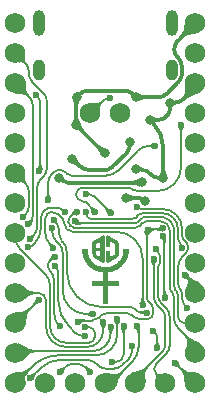
<source format=gbr>
%TF.GenerationSoftware,KiCad,Pcbnew,(6.0.1)*%
%TF.CreationDate,2022-01-23T22:32:30+01:00*%
%TF.ProjectId,pluto,706c7574-6f2e-46b6-9963-61645f706362,1.0*%
%TF.SameCoordinates,Original*%
%TF.FileFunction,Copper,L2,Bot*%
%TF.FilePolarity,Positive*%
%FSLAX46Y46*%
G04 Gerber Fmt 4.6, Leading zero omitted, Abs format (unit mm)*
G04 Created by KiCad (PCBNEW (6.0.1)) date 2022-01-23 22:32:30*
%MOMM*%
%LPD*%
G01*
G04 APERTURE LIST*
%TA.AperFunction,ComponentPad*%
%ADD10C,1.752600*%
%TD*%
%TA.AperFunction,ComponentPad*%
%ADD11O,1.000000X2.200000*%
%TD*%
%TA.AperFunction,ComponentPad*%
%ADD12O,1.000000X1.800000*%
%TD*%
%TA.AperFunction,ViaPad*%
%ADD13C,0.800000*%
%TD*%
%TA.AperFunction,ViaPad*%
%ADD14C,0.600000*%
%TD*%
%TA.AperFunction,Conductor*%
%ADD15C,0.350000*%
%TD*%
%TA.AperFunction,Conductor*%
%ADD16C,0.200000*%
%TD*%
G04 APERTURE END LIST*
%TO.C,G\u002A\u002A\u002A*%
G36*
X108606922Y-71103697D02*
G01*
X108628820Y-71103825D01*
X108666960Y-71104102D01*
X108702774Y-71104429D01*
X108735698Y-71104797D01*
X108765168Y-71105198D01*
X108790621Y-71105623D01*
X108811492Y-71106062D01*
X108827219Y-71106507D01*
X108837236Y-71106949D01*
X108840982Y-71107379D01*
X108841228Y-71107894D01*
X108841793Y-71113815D01*
X108841861Y-71125346D01*
X108841485Y-71141543D01*
X108840717Y-71161460D01*
X108839609Y-71184154D01*
X108838216Y-71208678D01*
X108836589Y-71234087D01*
X108834781Y-71259437D01*
X108832845Y-71283782D01*
X108830834Y-71306177D01*
X108828800Y-71325677D01*
X108827680Y-71335286D01*
X108811041Y-71449044D01*
X108788456Y-71559761D01*
X108759780Y-71667982D01*
X108724872Y-71774252D01*
X108683588Y-71879118D01*
X108677034Y-71894296D01*
X108628282Y-71997413D01*
X108573437Y-72097762D01*
X108512781Y-72194984D01*
X108446597Y-72288721D01*
X108375169Y-72378614D01*
X108298779Y-72464303D01*
X108217711Y-72545429D01*
X108132246Y-72621633D01*
X108042668Y-72692557D01*
X108016176Y-72711944D01*
X107920628Y-72776525D01*
X107821742Y-72835301D01*
X107719838Y-72888139D01*
X107615233Y-72934903D01*
X107508246Y-72975459D01*
X107399195Y-73009674D01*
X107288399Y-73037411D01*
X107176176Y-73058537D01*
X107172646Y-73059094D01*
X107151601Y-73062423D01*
X107132664Y-73065439D01*
X107116999Y-73067954D01*
X107105765Y-73069783D01*
X107100123Y-73070739D01*
X107092432Y-73072170D01*
X107092432Y-73783007D01*
X108025577Y-73783007D01*
X108025577Y-74251289D01*
X107092432Y-74251289D01*
X107092432Y-75765513D01*
X106627569Y-75765513D01*
X106627569Y-74251289D01*
X105694424Y-74251289D01*
X105694424Y-73783007D01*
X106627569Y-73783007D01*
X106627569Y-73072170D01*
X106619878Y-73070739D01*
X106619392Y-73070651D01*
X106612765Y-73069541D01*
X106600734Y-73067588D01*
X106584460Y-73064979D01*
X106565103Y-73061900D01*
X106543825Y-73058537D01*
X106499090Y-73050981D01*
X106391322Y-73028393D01*
X106286063Y-72999907D01*
X106182593Y-72965291D01*
X106080188Y-72924314D01*
X105978127Y-72876743D01*
X105919535Y-72846408D01*
X105823289Y-72791282D01*
X105731720Y-72731767D01*
X105644099Y-72667347D01*
X105559700Y-72597504D01*
X105477793Y-72521724D01*
X105398942Y-72440330D01*
X105323502Y-72352997D01*
X105253458Y-72261795D01*
X105188954Y-72166999D01*
X105130135Y-72068884D01*
X105077144Y-71967728D01*
X105030126Y-71863805D01*
X104989225Y-71757391D01*
X104954585Y-71648761D01*
X104926350Y-71538192D01*
X104904665Y-71425959D01*
X104902563Y-71412365D01*
X104899150Y-71387664D01*
X104895770Y-71360274D01*
X104892488Y-71330983D01*
X104889367Y-71300583D01*
X104886471Y-71269863D01*
X104883863Y-71239613D01*
X104881606Y-71210623D01*
X104879766Y-71183683D01*
X104878404Y-71159583D01*
X104877585Y-71139112D01*
X104877372Y-71123061D01*
X104877829Y-71112220D01*
X104879019Y-71107379D01*
X104880283Y-71107143D01*
X104887569Y-71106705D01*
X104900815Y-71106260D01*
X104919458Y-71105817D01*
X104942934Y-71105385D01*
X104970680Y-71104973D01*
X105002131Y-71104589D01*
X105036723Y-71104242D01*
X105073894Y-71103942D01*
X105113079Y-71103697D01*
X105344701Y-71102453D01*
X105346816Y-71165211D01*
X105348403Y-71199871D01*
X105357485Y-71298382D01*
X105373204Y-71395957D01*
X105395423Y-71492258D01*
X105424006Y-71586944D01*
X105458817Y-71679675D01*
X105499721Y-71770111D01*
X105546581Y-71857914D01*
X105599262Y-71942742D01*
X105657627Y-72024256D01*
X105721541Y-72102116D01*
X105733329Y-72115292D01*
X105757101Y-72140757D01*
X105783266Y-72167634D01*
X105810469Y-72194591D01*
X105837355Y-72220296D01*
X105862569Y-72243417D01*
X105884758Y-72262621D01*
X105913831Y-72286219D01*
X105996768Y-72347760D01*
X106082586Y-72403178D01*
X106171139Y-72452409D01*
X106262280Y-72495386D01*
X106355861Y-72532045D01*
X106451738Y-72562320D01*
X106549761Y-72586145D01*
X106649787Y-72603456D01*
X106746932Y-72613736D01*
X106846882Y-72617769D01*
X106946938Y-72615314D01*
X107046515Y-72606424D01*
X107145025Y-72591151D01*
X107241882Y-72569549D01*
X107336497Y-72541670D01*
X107353159Y-72536017D01*
X107441245Y-72502268D01*
X107528193Y-72462571D01*
X107612813Y-72417551D01*
X107693912Y-72367833D01*
X107770299Y-72314043D01*
X107814336Y-72279497D01*
X107890064Y-72213566D01*
X107960924Y-72143216D01*
X108026756Y-72068752D01*
X108087400Y-71990481D01*
X108142693Y-71908708D01*
X108192477Y-71823739D01*
X108236590Y-71735882D01*
X108274872Y-71645442D01*
X108307161Y-71552725D01*
X108333298Y-71458037D01*
X108353121Y-71361684D01*
X108366470Y-71263974D01*
X108373185Y-71165211D01*
X108375300Y-71102453D01*
X108606922Y-71103697D01*
G37*
G36*
X107042433Y-69937871D02*
G01*
X107043552Y-69938161D01*
X107051244Y-69941218D01*
X107064030Y-69947123D01*
X107081215Y-69955505D01*
X107102106Y-69965994D01*
X107126007Y-69978220D01*
X107152225Y-69991813D01*
X107180066Y-70006403D01*
X107208834Y-70021620D01*
X107237836Y-70037095D01*
X107266377Y-70052456D01*
X107293763Y-70067334D01*
X107319299Y-70081358D01*
X107342292Y-70094160D01*
X107362046Y-70105368D01*
X107377868Y-70114613D01*
X107389062Y-70121524D01*
X107394935Y-70125732D01*
X107394978Y-70125770D01*
X107399699Y-70129026D01*
X107409875Y-70135349D01*
X107425017Y-70144454D01*
X107444638Y-70156056D01*
X107468250Y-70169871D01*
X107495363Y-70185615D01*
X107525491Y-70203003D01*
X107558144Y-70221750D01*
X107592835Y-70241573D01*
X107629076Y-70262186D01*
X107664864Y-70282547D01*
X107700055Y-70302671D01*
X107733392Y-70321836D01*
X107764362Y-70339743D01*
X107792452Y-70356091D01*
X107817150Y-70370582D01*
X107837942Y-70382915D01*
X107854317Y-70392792D01*
X107865761Y-70399912D01*
X107871762Y-70403977D01*
X107874072Y-70405818D01*
X107899584Y-70430769D01*
X107921307Y-70460966D01*
X107938930Y-70495807D01*
X107952144Y-70534688D01*
X107960640Y-70577007D01*
X107960925Y-70580170D01*
X107961429Y-70590804D01*
X107961937Y-70607525D01*
X107962447Y-70629856D01*
X107962956Y-70657322D01*
X107963460Y-70689445D01*
X107963957Y-70725749D01*
X107964444Y-70765757D01*
X107964918Y-70808993D01*
X107965376Y-70854981D01*
X107965815Y-70903243D01*
X107966232Y-70953303D01*
X107966624Y-71004685D01*
X107966988Y-71056911D01*
X107967321Y-71109507D01*
X107967621Y-71161994D01*
X107967884Y-71213896D01*
X107968107Y-71264738D01*
X107968287Y-71314041D01*
X107968422Y-71361331D01*
X107968508Y-71406129D01*
X107968543Y-71447960D01*
X107968523Y-71486347D01*
X107968446Y-71520814D01*
X107968308Y-71550884D01*
X107968108Y-71576080D01*
X107967840Y-71595926D01*
X107967504Y-71609945D01*
X107967095Y-71617661D01*
X107961631Y-71654734D01*
X107952225Y-71689655D01*
X107938687Y-71720606D01*
X107920543Y-71748654D01*
X107897320Y-71774866D01*
X107894491Y-71777665D01*
X107888341Y-71783691D01*
X107882602Y-71789062D01*
X107876700Y-71794150D01*
X107870061Y-71799325D01*
X107862109Y-71804960D01*
X107852268Y-71811425D01*
X107839964Y-71819092D01*
X107824622Y-71828332D01*
X107805666Y-71839515D01*
X107782521Y-71853014D01*
X107754612Y-71869200D01*
X107721365Y-71888443D01*
X107721052Y-71888624D01*
X107700130Y-71900746D01*
X107674551Y-71915591D01*
X107645540Y-71932445D01*
X107614324Y-71950595D01*
X107582127Y-71969329D01*
X107550176Y-71987935D01*
X107519696Y-72005699D01*
X107489433Y-72023285D01*
X107450597Y-72045692D01*
X107410997Y-72068377D01*
X107371110Y-72091076D01*
X107331415Y-72113525D01*
X107292389Y-72135461D01*
X107254508Y-72156620D01*
X107218252Y-72176738D01*
X107184097Y-72195550D01*
X107152521Y-72212794D01*
X107124001Y-72228205D01*
X107099015Y-72241520D01*
X107078041Y-72252474D01*
X107061555Y-72260804D01*
X107050037Y-72266247D01*
X107043962Y-72268537D01*
X107039682Y-72269270D01*
X107017680Y-72269708D01*
X106993594Y-72264625D01*
X106989397Y-72262951D01*
X106977641Y-72255708D01*
X106965159Y-72245402D01*
X106954075Y-72233907D01*
X106946515Y-72223096D01*
X106946445Y-72222960D01*
X106944445Y-72218920D01*
X106942639Y-72214704D01*
X106941016Y-72209961D01*
X106939568Y-72204340D01*
X106938283Y-72197492D01*
X106937152Y-72189065D01*
X106936165Y-72178710D01*
X106935312Y-72166075D01*
X106934583Y-72150810D01*
X106933968Y-72132564D01*
X106933458Y-72110988D01*
X106933041Y-72085729D01*
X106932709Y-72056439D01*
X106932450Y-72022767D01*
X106932256Y-71984361D01*
X106932116Y-71940871D01*
X106932021Y-71891948D01*
X106931960Y-71837240D01*
X106931923Y-71776396D01*
X106931900Y-71709067D01*
X106931781Y-71257022D01*
X107283847Y-71257022D01*
X107283847Y-71672956D01*
X107291622Y-71687661D01*
X107298519Y-71698046D01*
X107311615Y-71708841D01*
X107328285Y-71714097D01*
X107348745Y-71713869D01*
X107373212Y-71708211D01*
X107374660Y-71707709D01*
X107383854Y-71703783D01*
X107398039Y-71697044D01*
X107416427Y-71687894D01*
X107438232Y-71676734D01*
X107462667Y-71663965D01*
X107488945Y-71649990D01*
X107516278Y-71635210D01*
X107637621Y-71569046D01*
X107637621Y-70637192D01*
X107516278Y-70571165D01*
X107508947Y-70567181D01*
X107481972Y-70552612D01*
X107456386Y-70538928D01*
X107432956Y-70526530D01*
X107412449Y-70515820D01*
X107395632Y-70507199D01*
X107383272Y-70501068D01*
X107376136Y-70497829D01*
X107369549Y-70495597D01*
X107353211Y-70491795D01*
X107337884Y-70490123D01*
X107326747Y-70490582D01*
X107312403Y-70494695D01*
X107301168Y-70503784D01*
X107291537Y-70518779D01*
X107283847Y-70533830D01*
X107283847Y-70949391D01*
X106931781Y-70949391D01*
X106931807Y-70499055D01*
X106931815Y-70441798D01*
X106931843Y-70380667D01*
X106931897Y-70325707D01*
X106931986Y-70276559D01*
X106932116Y-70232865D01*
X106932295Y-70194264D01*
X106932532Y-70160397D01*
X106932833Y-70130907D01*
X106933207Y-70105432D01*
X106933660Y-70083616D01*
X106934201Y-70065098D01*
X106934838Y-70049519D01*
X106935577Y-70036520D01*
X106936428Y-70025743D01*
X106937396Y-70016828D01*
X106938490Y-70009416D01*
X106939718Y-70003148D01*
X106941088Y-69997665D01*
X106942606Y-69992607D01*
X106944364Y-69988353D01*
X106951681Y-69976641D01*
X106961951Y-69964205D01*
X106973269Y-69953211D01*
X106983732Y-69945824D01*
X106984370Y-69945499D01*
X107002315Y-69939316D01*
X107022817Y-69936618D01*
X107042433Y-69937871D01*
G37*
G36*
X106768879Y-72226057D02*
G01*
X106763433Y-72234983D01*
X106747504Y-72252349D01*
X106726694Y-72265088D01*
X106718646Y-72268039D01*
X106699480Y-72271575D01*
X106679279Y-72271706D01*
X106661405Y-72268267D01*
X106659774Y-72267627D01*
X106657040Y-72266362D01*
X106653126Y-72264388D01*
X106647795Y-72261569D01*
X106640811Y-72257770D01*
X106631936Y-72252855D01*
X106620935Y-72246687D01*
X106607570Y-72239132D01*
X106591604Y-72230052D01*
X106572801Y-72219313D01*
X106550923Y-72206778D01*
X106525735Y-72192311D01*
X106496999Y-72175777D01*
X106464478Y-72157039D01*
X106427936Y-72135963D01*
X106387136Y-72112411D01*
X106341841Y-72086249D01*
X106291814Y-72057340D01*
X106236819Y-72025548D01*
X106176618Y-71990738D01*
X106110975Y-71952773D01*
X106039653Y-71911518D01*
X106024137Y-71902533D01*
X105990226Y-71882831D01*
X105957892Y-71863956D01*
X105927678Y-71846232D01*
X105900129Y-71829981D01*
X105875788Y-71815525D01*
X105855198Y-71803187D01*
X105838904Y-71793289D01*
X105827450Y-71786154D01*
X105821378Y-71782103D01*
X105809028Y-71771974D01*
X105790922Y-71752249D01*
X105777600Y-71729657D01*
X105768491Y-71703119D01*
X105763026Y-71671555D01*
X105762632Y-71665547D01*
X105762150Y-71652460D01*
X105761640Y-71632967D01*
X105761103Y-71607295D01*
X105760692Y-71584195D01*
X106077253Y-71584195D01*
X106250722Y-71663631D01*
X106272161Y-71673448D01*
X106303384Y-71687737D01*
X106332419Y-71701018D01*
X106358691Y-71713027D01*
X106381623Y-71723502D01*
X106400642Y-71732180D01*
X106415172Y-71738798D01*
X106424638Y-71743095D01*
X106428464Y-71744806D01*
X106428764Y-71744786D01*
X106429566Y-71742956D01*
X106430259Y-71738177D01*
X106430851Y-71730062D01*
X106431348Y-71718221D01*
X106431757Y-71702267D01*
X106432084Y-71681809D01*
X106432337Y-71656459D01*
X106432522Y-71625829D01*
X106432645Y-71589529D01*
X106432715Y-71547170D01*
X106432736Y-71498364D01*
X106432736Y-71250185D01*
X106077253Y-71250185D01*
X106077253Y-71584195D01*
X105760692Y-71584195D01*
X105760541Y-71575674D01*
X105759959Y-71538333D01*
X105759357Y-71495502D01*
X105758738Y-71447409D01*
X105758105Y-71394284D01*
X105757461Y-71336355D01*
X105756808Y-71273851D01*
X105756149Y-71207002D01*
X105755486Y-71136037D01*
X105754821Y-71061185D01*
X105754158Y-70982675D01*
X105754000Y-70963064D01*
X106077188Y-70963064D01*
X106432736Y-70963064D01*
X106432736Y-70715251D01*
X106432735Y-70701911D01*
X106432701Y-70654727D01*
X106432616Y-70613888D01*
X106432473Y-70579006D01*
X106432267Y-70549691D01*
X106431990Y-70525554D01*
X106431635Y-70506207D01*
X106431196Y-70491260D01*
X106430666Y-70480323D01*
X106430039Y-70473008D01*
X106429307Y-70468925D01*
X106428464Y-70467686D01*
X106426688Y-70468295D01*
X106419185Y-70471435D01*
X106406420Y-70477016D01*
X106388970Y-70484779D01*
X106367410Y-70494465D01*
X106342315Y-70505815D01*
X106314260Y-70518570D01*
X106283822Y-70532471D01*
X106251576Y-70547260D01*
X106078962Y-70626585D01*
X106078075Y-70794824D01*
X106077188Y-70963064D01*
X105754000Y-70963064D01*
X105753498Y-70900735D01*
X105752844Y-70815596D01*
X105752200Y-70727486D01*
X105751567Y-70636634D01*
X105751411Y-70608638D01*
X105751416Y-70580742D01*
X105751730Y-70558052D01*
X105752459Y-70539680D01*
X105753712Y-70524738D01*
X105755593Y-70512340D01*
X105758210Y-70501599D01*
X105761670Y-70491627D01*
X105766078Y-70481536D01*
X105771542Y-70470440D01*
X105774591Y-70464948D01*
X105786841Y-70447706D01*
X105802811Y-70429884D01*
X105820731Y-70413338D01*
X105838830Y-70399923D01*
X105840284Y-70399036D01*
X105847834Y-70394640D01*
X105860743Y-70387255D01*
X105878576Y-70377126D01*
X105900902Y-70364494D01*
X105927286Y-70349602D01*
X105957296Y-70332692D01*
X105990498Y-70314007D01*
X106026460Y-70293790D01*
X106064749Y-70272283D01*
X106104930Y-70249729D01*
X106146572Y-70226370D01*
X106189241Y-70202449D01*
X106232504Y-70178209D01*
X106275928Y-70153891D01*
X106319079Y-70129739D01*
X106361526Y-70105995D01*
X106402834Y-70082902D01*
X106442570Y-70060702D01*
X106480302Y-70039637D01*
X106515596Y-70019952D01*
X106548019Y-70001887D01*
X106577139Y-69985685D01*
X106602521Y-69971590D01*
X106623734Y-69959843D01*
X106640343Y-69950688D01*
X106651916Y-69944366D01*
X106658020Y-69941120D01*
X106662450Y-69939011D01*
X106672059Y-69935757D01*
X106682872Y-69934488D01*
X106697661Y-69934760D01*
X106711386Y-69936250D01*
X106733328Y-69943064D01*
X106751367Y-69955351D01*
X106765912Y-69973342D01*
X106776257Y-69990075D01*
X106776257Y-72212384D01*
X106768879Y-72226057D01*
G37*
%TD*%
D10*
%TO.P,J3,33,D+*%
%TO.N,DU+*%
X105580000Y-59575000D03*
%TO.P,J3,32,D-*%
%TO.N,DU-*%
X108120000Y-59575000D03*
%TO.P,J3,31,VBUS*%
%TO.N,VBUS*%
X114470000Y-51955000D03*
%TO.P,J3,30,B0*%
%TO.N,B0*%
X114470000Y-54495000D03*
%TO.P,J3,29,GND*%
%TO.N,GND*%
X114470000Y-57035000D03*
%TO.P,J3,28,RST*%
%TO.N,RST*%
X114470000Y-59575000D03*
%TO.P,J3,27,VCC*%
%TO.N,VCC*%
X114470000Y-62115000D03*
%TO.P,J3,26,F4*%
%TO.N,F4*%
X114470000Y-64655000D03*
%TO.P,J3,25,F5*%
%TO.N,F5*%
X114470000Y-67195000D03*
%TO.P,J3,24,F6*%
%TO.N,F6*%
X114470000Y-69735000D03*
%TO.P,J3,23,F7*%
%TO.N,F7*%
X114470000Y-72275000D03*
%TO.P,J3,22,B1*%
%TO.N,B1*%
X114470000Y-74815000D03*
%TO.P,J3,21,B3*%
%TO.N,B3*%
X114470000Y-77355000D03*
%TO.P,J3,20,B2*%
%TO.N,B2*%
X114470000Y-79895000D03*
%TO.P,J3,19,B6*%
%TO.N,B6*%
X114470000Y-82435000D03*
%TO.P,J3,18,F0*%
%TO.N,F0*%
X111930000Y-82435000D03*
%TO.P,J3,17,F1*%
%TO.N,F1*%
X109390000Y-82435000D03*
%TO.P,J3,16,C7*%
%TO.N,C7*%
X106850000Y-82435000D03*
%TO.P,J3,15,D5*%
%TO.N,D5*%
X104310000Y-82435000D03*
%TO.P,J3,14,B7*%
%TO.N,B7*%
X101770000Y-82435000D03*
%TO.P,J3,13,B5*%
%TO.N,B5*%
X99230000Y-82435000D03*
%TO.P,J3,12,B4*%
%TO.N,B4*%
X99230000Y-79895000D03*
%TO.P,J3,11,E6*%
%TO.N,E6*%
X99230000Y-77355000D03*
%TO.P,J3,10,D7*%
%TO.N,D7*%
X99230000Y-74815000D03*
%TO.P,J3,9,C6*%
%TO.N,C6*%
X99230000Y-72275000D03*
%TO.P,J3,8,D4*%
%TO.N,D4*%
X99230000Y-69735000D03*
%TO.P,J3,7,D0*%
%TO.N,D0*%
X99230000Y-67195000D03*
%TO.P,J3,6,D1*%
%TO.N,D1*%
X99230000Y-64655000D03*
%TO.P,J3,5,GND*%
%TO.N,GND*%
X99230000Y-62115000D03*
%TO.P,J3,4,GND*%
X99230000Y-59575000D03*
%TO.P,J3,3,D2*%
%TO.N,D2*%
X99230000Y-57035000D03*
%TO.P,J3,2,D3*%
%TO.N,D3*%
X99230000Y-54495000D03*
%TO.P,J3,1,D6*%
%TO.N,D6*%
X99230000Y-51955000D03*
%TD*%
D11*
%TO.P,J1,S4*%
%TO.N,N/C*%
X112470000Y-51935000D03*
%TO.P,J1,S3*%
X101230000Y-51935000D03*
D12*
%TO.P,J1,S2*%
X101230000Y-55935000D03*
%TO.P,J1,S1,SHIELD*%
%TO.N,Net-(FB1-Pad1)*%
X112470000Y-55935000D03*
%TD*%
D13*
%TO.N,Net-(C1-Pad1)*%
X108940000Y-62037500D03*
X104060000Y-63475000D03*
%TO.N,GND*%
X110622500Y-60155000D03*
X111750000Y-65062500D03*
X109472500Y-64345000D03*
X112321980Y-58695000D03*
X108585666Y-66757582D03*
X110209862Y-67037638D03*
%TO.N,VCC*%
X109917500Y-65445000D03*
D14*
X102451438Y-70982893D03*
X111731129Y-69307500D03*
X111701988Y-69976989D03*
X104524198Y-77270075D03*
D13*
X102920000Y-65075000D03*
D14*
X110000201Y-75807299D03*
X110430074Y-69507494D03*
X111934262Y-75240738D03*
%TO.N,Net-(C5-Pad2)*%
X102970000Y-77625000D03*
X102584735Y-71723495D03*
%TO.N,Net-(C6-Pad2)*%
X102589459Y-72549177D03*
X105153197Y-78454877D03*
%TO.N,Net-(C10-Pad1)*%
X107289323Y-68015677D03*
X105226614Y-66445020D03*
D13*
%TO.N,VBUS*%
X109450655Y-58237500D03*
X106810000Y-62937500D03*
X104376189Y-60551189D03*
X104425422Y-58210422D03*
D14*
%TO.N,DU+*%
X107262692Y-58309067D03*
%TO.N,B3*%
X104282500Y-68709035D03*
%TO.N,B1*%
X105218614Y-67957500D03*
X113615052Y-73292240D03*
X113321132Y-70963868D03*
%TO.N,B2*%
X104466111Y-67957500D03*
%TO.N,RST*%
X110863909Y-77998964D03*
X102512955Y-68612045D03*
X111235216Y-79440216D03*
X110362027Y-76467104D03*
X102009980Y-66902500D03*
X111029538Y-62351187D03*
%TO.N,D6*%
X105810000Y-76592500D03*
X101272500Y-64445000D03*
X101014323Y-58040677D03*
X102347100Y-69346042D03*
%TO.N,D3*%
X100479004Y-70226562D03*
%TO.N,D2*%
X100333172Y-68993160D03*
%TO.N,D1*%
X99890000Y-68385000D03*
%TO.N,D4*%
X105140052Y-77702489D03*
%TO.N,C6*%
X109105609Y-79285000D03*
X100498119Y-82038024D03*
%TO.N,D7*%
X106659890Y-77305333D03*
%TO.N,E6*%
X105570000Y-81505000D03*
X101263842Y-75367500D03*
X103030000Y-81497500D03*
X113720000Y-76055000D03*
X109515353Y-67532024D03*
%TO.N,B4*%
X107291302Y-77714697D03*
%TO.N,B5*%
X107843802Y-77041893D03*
%TO.N,B7*%
X103421133Y-67957500D03*
X100288868Y-70956133D03*
%TO.N,C7*%
X109519401Y-77603047D03*
%TO.N,F1*%
X110944197Y-71935000D03*
%TO.N,F0*%
X111173404Y-71117171D03*
%TO.N,B6*%
X108396313Y-77607500D03*
X107390000Y-80662500D03*
X112750989Y-80710100D03*
%TO.N,B0*%
X113255213Y-60607763D03*
X105977500Y-67957500D03*
%TD*%
D15*
%TO.N,Net-(C1-Pad1)*%
X104135116Y-63475000D02*
X104060000Y-63475000D01*
X105641779Y-64424999D02*
X106736457Y-64424999D01*
X104060000Y-63475000D02*
X104563263Y-63978263D01*
X107443564Y-64132106D02*
X108647107Y-62928563D01*
X108940000Y-62221456D02*
X108940000Y-62037500D01*
X107443564Y-64132106D02*
G75*
G02*
X106736457Y-64424999I-707106J707106D01*
G01*
X108647107Y-62928563D02*
G75*
G03*
X108940000Y-62221456I-707106J707106D01*
G01*
X105641779Y-64424999D02*
G75*
G02*
X104563263Y-63978263I0J1525251D01*
G01*
%TO.N,GND*%
X112321980Y-58695000D02*
X112715786Y-58695000D01*
X110209862Y-67037638D02*
X110083670Y-66911446D01*
X113422893Y-58402107D02*
X114470000Y-57355000D01*
X114470000Y-57355000D02*
X114470000Y-57035000D01*
X111401714Y-65062500D02*
X111750000Y-65062500D01*
X109472500Y-64345000D02*
X109855786Y-64345000D01*
X111750000Y-62500977D02*
X111750000Y-65062500D01*
X110622500Y-60155000D02*
X110888405Y-60420905D01*
X109730117Y-66765000D02*
X108593084Y-66765000D01*
X110622500Y-60155000D02*
X111321980Y-60155000D01*
X108593084Y-66765000D02*
X108585666Y-66757582D01*
X112321980Y-59155000D02*
X112321980Y-58695000D01*
X110562893Y-64637893D02*
X110694607Y-64769607D01*
X109730117Y-66765001D02*
G75*
G02*
X110083670Y-66911446I0J-500001D01*
G01*
X110562893Y-64637893D02*
G75*
G03*
X109855786Y-64345000I-707106J-707106D01*
G01*
X113422893Y-58402107D02*
G75*
G02*
X112715786Y-58695000I-707106J707106D01*
G01*
X111401714Y-65062499D02*
G75*
G02*
X110694608Y-64769606I-3J999993D01*
G01*
X111750000Y-62500977D02*
G75*
G03*
X110888405Y-60420905I-2941672J-4D01*
G01*
X111321980Y-60155000D02*
G75*
G03*
X112321980Y-59155000I1J999999D01*
G01*
D16*
%TO.N,VCC*%
X110516447Y-75601353D02*
X110768092Y-75852998D01*
X110430074Y-69507494D02*
X110370000Y-69567568D01*
X105707710Y-77145000D02*
X104649273Y-77145000D01*
X110383779Y-77019615D02*
X109704321Y-77019615D01*
X111849227Y-70124228D02*
X111701988Y-69976989D01*
X104649273Y-77145000D02*
X104524198Y-77270075D01*
X111623629Y-69415000D02*
X111731129Y-69307500D01*
X110522568Y-69415000D02*
X111623629Y-69415000D01*
X108595669Y-76489382D02*
X107019479Y-76489382D01*
X110430074Y-69507494D02*
X110522568Y-69415000D01*
X110000201Y-71867915D02*
X110000201Y-75807299D01*
X111934262Y-75240738D02*
X111849227Y-75155703D01*
D15*
X109917500Y-65445000D02*
X109897500Y-65465000D01*
D16*
X109243904Y-76828904D02*
X109122675Y-76707675D01*
X104100902Y-69625747D02*
X107758033Y-69625747D01*
X110768091Y-76842410D02*
X110737332Y-76873169D01*
X106464685Y-76719185D02*
X106273036Y-76910834D01*
X101768890Y-69764981D02*
X101768890Y-68482852D01*
D15*
X109897500Y-65465000D02*
X103653339Y-65465000D01*
X103067223Y-65222223D02*
X102920000Y-65075000D01*
D16*
X110914538Y-76206551D02*
X110914538Y-76488856D01*
X102451438Y-70982893D02*
X102147450Y-70678905D01*
X102835821Y-68153558D02*
X103221034Y-68538771D01*
X110370000Y-69567568D02*
X110370000Y-75247799D01*
X111849227Y-75155703D02*
X111849227Y-70124228D01*
X110516447Y-75601353D02*
G75*
G02*
X110370000Y-75247799I353550J353553D01*
G01*
X102147450Y-70678905D02*
G75*
G02*
X101768890Y-69764981I913918J913922D01*
G01*
X102314222Y-67937520D02*
G75*
G03*
X101768890Y-68482852I0J-545332D01*
G01*
X106464685Y-76719185D02*
G75*
G02*
X107019479Y-76489382I554795J-554798D01*
G01*
X104100902Y-69625747D02*
G75*
G02*
X103367480Y-68892324I-1J733421D01*
G01*
X110737332Y-76873169D02*
G75*
G02*
X110383779Y-77019615I-353553J353556D01*
G01*
D15*
X103067223Y-65222223D02*
G75*
G03*
X103653339Y-65465000I586117J586119D01*
G01*
D16*
X109243904Y-76828904D02*
G75*
G03*
X109704321Y-77019615I460416J460414D01*
G01*
X103221034Y-68538771D02*
G75*
G02*
X103367480Y-68892324I-353556J-353553D01*
G01*
X110768092Y-75852998D02*
G75*
G02*
X110914538Y-76206551I-353556J-353553D01*
G01*
X110000201Y-71867915D02*
G75*
G03*
X107758033Y-69625747I-2242169J-1D01*
G01*
X108595669Y-76489383D02*
G75*
G02*
X109122674Y-76707676I3J-745291D01*
G01*
X110768091Y-76842410D02*
G75*
G03*
X110914538Y-76488856I-353550J353553D01*
G01*
X106273036Y-76910834D02*
G75*
G02*
X105707710Y-77145000I-565328J565329D01*
G01*
X102835821Y-68153558D02*
G75*
G03*
X102314222Y-67937520I-521567J-521574D01*
G01*
%TO.N,Net-(C5-Pad2)*%
X102106791Y-72097250D02*
X102480546Y-71723495D01*
X101960344Y-72494308D02*
X101960344Y-72450804D01*
X102480546Y-71723495D02*
X102584735Y-71723495D01*
X102970000Y-77625000D02*
X102939543Y-77594543D01*
X102521382Y-76585011D02*
X102521382Y-73848705D01*
X102521383Y-76585011D02*
G75*
G03*
X102939544Y-77594542I1427688J-3D01*
G01*
X101960344Y-72450804D02*
G75*
G02*
X102106791Y-72097250I499997J1D01*
G01*
X102521381Y-73848705D02*
G75*
G03*
X102106789Y-72847862I-1415342J-2D01*
G01*
X101960345Y-72494308D02*
G75*
G03*
X102106790Y-72847861I500001J0D01*
G01*
%TO.N,Net-(C6-Pad2)*%
X105153197Y-78454877D02*
X105003844Y-78454877D01*
X104297159Y-78162159D02*
X103752581Y-77617581D01*
X102873902Y-75496261D02*
X102873902Y-73235853D01*
X102873901Y-73235853D02*
G75*
G03*
X102589458Y-72549178I-971088J-5D01*
G01*
X102873902Y-75496261D02*
G75*
G03*
X103752581Y-77617581I2999998J-1D01*
G01*
X104297159Y-78162159D02*
G75*
G03*
X105003844Y-78454877I706686J706688D01*
G01*
%TO.N,Net-(C10-Pad1)*%
X107289323Y-68015677D02*
X105893290Y-66619644D01*
X105471709Y-66445020D02*
X105226614Y-66445020D01*
X105893290Y-66619644D02*
G75*
G03*
X105471709Y-66445020I-421579J-421579D01*
G01*
D15*
%TO.N,VBUS*%
X113330000Y-56231076D02*
X113330000Y-55638924D01*
X106762500Y-62937500D02*
X104376189Y-60551189D01*
X104376189Y-58259655D02*
X104425422Y-58210422D01*
X109187604Y-57974449D02*
X109450655Y-58237500D01*
X112972252Y-53452748D02*
X114470000Y-51955000D01*
X104376189Y-60551189D02*
X104376189Y-58259655D01*
X109450655Y-58237500D02*
X111323576Y-58237500D01*
X106810000Y-62937500D02*
X106762500Y-62937500D01*
X104425422Y-58210422D02*
X104661395Y-57974449D01*
X113037107Y-54931817D02*
X112972252Y-54866962D01*
X112030683Y-57944607D02*
X113037107Y-56938183D01*
X105368502Y-57681556D02*
X108480497Y-57681556D01*
X108480497Y-57681557D02*
G75*
G02*
X109187603Y-57974450I3J-999993D01*
G01*
X112972252Y-53452748D02*
G75*
G03*
X112972252Y-54866962I707108J-707107D01*
G01*
X113037107Y-54931817D02*
G75*
G02*
X113330000Y-55638924I-707106J-707106D01*
G01*
X112030683Y-57944607D02*
G75*
G02*
X111323576Y-58237500I-707106J707106D01*
G01*
X113037107Y-56938183D02*
G75*
G03*
X113330000Y-56231076I-707106J707106D01*
G01*
X105368502Y-57681557D02*
G75*
G03*
X104661396Y-57974450I-3J-999993D01*
G01*
D16*
%TO.N,DU+*%
X107262692Y-58309067D02*
X107260147Y-58309067D01*
X106553040Y-58601960D02*
X105580000Y-59575000D01*
X107260147Y-58309068D02*
G75*
G03*
X106553041Y-58601961I-3J-999993D01*
G01*
%TO.N,B3*%
X109826285Y-68548915D02*
X109873882Y-68503739D01*
X112517323Y-68943894D02*
X112594549Y-69130333D01*
X112262514Y-68633409D02*
X112405209Y-68776104D01*
X109600939Y-68774261D02*
X109826285Y-68548915D01*
X111710362Y-68404700D02*
X111908285Y-68444069D01*
X111908285Y-68444069D02*
X112094724Y-68521295D01*
X110114237Y-68404181D02*
X110179838Y-68402469D01*
X112633918Y-69328256D02*
X112636149Y-69429156D01*
X104282500Y-68709035D02*
X104347727Y-68774262D01*
X112094724Y-68521295D02*
X112262514Y-68633409D01*
X104701280Y-68920708D02*
X109247385Y-68920708D01*
X109553483Y-68819622D02*
X109600939Y-68774261D01*
X110179838Y-68402469D02*
X111609462Y-68402469D01*
X109873882Y-68503739D02*
X109987506Y-68438138D01*
X104508948Y-68885039D02*
X104635679Y-68918996D01*
X104395324Y-68819438D02*
X104508948Y-68885039D01*
X104347727Y-68774262D02*
X104395324Y-68819438D01*
X112987492Y-74938309D02*
X112987492Y-76764744D01*
X113577748Y-77355000D02*
X114470000Y-77355000D01*
X109987506Y-68438138D02*
X110114237Y-68404181D01*
X111609462Y-68402469D02*
X111710362Y-68404700D01*
X109247385Y-68920708D02*
X109313016Y-68919227D01*
X109439806Y-68885254D02*
X109553483Y-68819622D01*
X112405209Y-68776104D02*
X112517323Y-68943894D01*
X109313016Y-68919227D02*
X109439806Y-68885254D01*
X112636149Y-69429156D02*
X112636149Y-74172752D01*
X112594549Y-69130333D02*
X112633918Y-69328256D01*
X104635679Y-68918996D02*
X104701280Y-68920708D01*
X112782596Y-74526306D02*
X112841046Y-74584756D01*
X112782596Y-74526306D02*
G75*
G02*
X112636149Y-74172752I353550J353553D01*
G01*
X112987492Y-76764744D02*
G75*
G03*
X113577748Y-77355000I590256J0D01*
G01*
X112987491Y-74938309D02*
G75*
G03*
X112841046Y-74584756I-500001J0D01*
G01*
%TO.N,B1*%
X109407006Y-68421741D02*
X109632352Y-68196395D01*
X113135116Y-70508543D02*
X113174686Y-70548113D01*
X109985905Y-68049949D02*
X111662253Y-68049949D01*
X113321132Y-70901666D02*
X113321132Y-70963868D01*
X113615052Y-73292240D02*
X114470000Y-74147188D01*
X105718614Y-68568188D02*
X109053452Y-68568188D01*
X114470000Y-74147188D02*
X114470000Y-74815000D01*
X112988669Y-69376365D02*
X112988669Y-70154989D01*
X105218614Y-67957500D02*
X105218614Y-68068188D01*
X105218614Y-68068188D02*
G75*
G03*
X105718614Y-68568188I500001J1D01*
G01*
X113174686Y-70548113D02*
G75*
G02*
X113321132Y-70901666I-353556J-353553D01*
G01*
X111662253Y-68049949D02*
G75*
G02*
X112988669Y-69376365I1J-1326415D01*
G01*
X109985905Y-68049950D02*
G75*
G03*
X109632352Y-68196395I0J-500001D01*
G01*
X112988669Y-70154989D02*
G75*
G03*
X113135116Y-70508543I499997J-1D01*
G01*
X109407006Y-68421741D02*
G75*
G02*
X109053452Y-68568188I-353553J353550D01*
G01*
%TO.N,B2*%
X104466111Y-67957500D02*
X104252665Y-67957500D01*
X112283629Y-70801878D02*
X112280000Y-70805507D01*
X112426447Y-74668695D02*
X112488526Y-74730774D01*
X114470000Y-79265000D02*
X114470000Y-79895000D01*
X113066273Y-77861273D02*
X114470000Y-79265000D01*
X109746958Y-69126780D02*
X109972303Y-68901435D01*
X104252665Y-67957500D02*
X103866446Y-68343719D01*
X103720000Y-68697272D02*
X103720000Y-68773227D01*
X112283629Y-70801878D02*
X112283629Y-69458481D01*
X110325856Y-68754989D02*
X111580137Y-68754989D01*
X112280000Y-70805507D02*
X112280000Y-74315141D01*
X112634972Y-75084327D02*
X112634972Y-76820020D01*
X104220000Y-69273227D02*
X109393404Y-69273227D01*
X103720001Y-68697272D02*
G75*
G02*
X103866446Y-68343719I500001J0D01*
G01*
X110325856Y-68754990D02*
G75*
G03*
X109972303Y-68901435I0J-500001D01*
G01*
X109746958Y-69126780D02*
G75*
G02*
X109393404Y-69273227I-353553J353550D01*
G01*
X113066273Y-77861273D02*
G75*
G02*
X112634972Y-76820020I1041248J1041251D01*
G01*
X112283629Y-69458481D02*
G75*
G03*
X111580137Y-68754989I-703492J0D01*
G01*
X112488526Y-74730774D02*
G75*
G02*
X112634972Y-75084327I-353556J-353553D01*
G01*
X112280000Y-74315141D02*
G75*
G03*
X112426447Y-74668695I499997J-1D01*
G01*
X104220000Y-69273227D02*
G75*
G02*
X103720000Y-68773227I1J500001D01*
G01*
%TO.N,RST*%
X111124635Y-78259690D02*
X110863909Y-77998964D01*
X102318012Y-64726988D02*
X102476065Y-64568935D01*
X102550019Y-68755000D02*
X102668185Y-68873166D01*
X102009980Y-66902500D02*
X102009980Y-65470644D01*
X107891959Y-64453041D02*
X109597967Y-62747033D01*
X111235216Y-79440216D02*
X111235216Y-78526656D01*
X109870473Y-76467104D02*
X110362027Y-76467104D01*
X103160784Y-70407246D02*
X103218842Y-70465304D01*
X102550019Y-68649109D02*
X102550019Y-68755000D01*
X102920000Y-69481100D02*
X102920000Y-69825941D01*
X110553623Y-62351187D02*
X111029538Y-62351187D01*
X103987107Y-64865000D02*
X106897402Y-64865000D01*
X103483936Y-64568936D02*
X103633554Y-64718554D01*
X102829618Y-64422489D02*
X103130382Y-64422489D01*
X103578942Y-71334662D02*
X103578942Y-73005000D01*
X109347709Y-76151447D02*
X109516920Y-76320658D01*
X102512955Y-68612045D02*
X102550019Y-68649109D01*
X106578942Y-76005000D02*
X108994155Y-76005000D01*
X102829618Y-64422490D02*
G75*
G03*
X102476065Y-64568935I0J-500001D01*
G01*
X109870473Y-76467103D02*
G75*
G02*
X109516920Y-76320658I0J500001D01*
G01*
X110553623Y-62351187D02*
G75*
G03*
X109597967Y-62747033I1J-1351502D01*
G01*
X103578942Y-71334662D02*
G75*
G03*
X103218842Y-70465304I-1229459J-1D01*
G01*
X102318012Y-64726988D02*
G75*
G03*
X102009980Y-65470644I743657J-743656D01*
G01*
X108994155Y-76005000D02*
G75*
G02*
X109347709Y-76151447I1J-499997D01*
G01*
X103987107Y-64864999D02*
G75*
G02*
X103633554Y-64718554I0J500001D01*
G01*
X102668185Y-68873166D02*
G75*
G02*
X102920000Y-69481100I-607924J-607930D01*
G01*
X111235216Y-78526656D02*
G75*
G03*
X111124635Y-78259690I-377546J0D01*
G01*
X106897402Y-64864999D02*
G75*
G03*
X107891959Y-64453041I-2J1406521D01*
G01*
X103578942Y-73005000D02*
G75*
G03*
X106578942Y-76005000I3000001J1D01*
G01*
X103160784Y-70407246D02*
G75*
G02*
X102920000Y-69825941I581309J581306D01*
G01*
X103483936Y-64568936D02*
G75*
G03*
X103130382Y-64422489I-353553J-353550D01*
G01*
%TO.N,D6*%
X102347100Y-69346042D02*
X102347100Y-69587552D01*
X103226422Y-71368796D02*
X103226422Y-74592500D01*
X102703870Y-70448870D02*
X102945437Y-70690437D01*
X101337500Y-58778068D02*
X101337500Y-64380000D01*
X101337500Y-64380000D02*
X101272500Y-64445000D01*
X101014323Y-58040677D02*
X101044607Y-58070961D01*
X105226422Y-76592500D02*
X105810000Y-76592500D01*
X105226422Y-76592500D02*
G75*
G02*
X103226422Y-74592500I-1J1999999D01*
G01*
X103226421Y-71368796D02*
G75*
G03*
X102945437Y-70690437I-959339J3D01*
G01*
X102703870Y-70448870D02*
G75*
G02*
X102347100Y-69587552I861311J861316D01*
G01*
X101337499Y-58778068D02*
G75*
G03*
X101044606Y-58070962I-999993J3D01*
G01*
%TO.N,D3*%
X100077107Y-55342107D02*
X99230000Y-54495000D01*
X101890000Y-64269457D02*
X101890000Y-58549214D01*
X101356744Y-65216927D02*
X101597107Y-64976564D01*
X101597107Y-57842107D02*
X100662893Y-56907893D01*
X100370000Y-56200786D02*
X100370000Y-56049214D01*
X101063851Y-69227501D02*
X101063851Y-65924034D01*
X100479004Y-70226562D02*
X100770958Y-69934608D01*
X101063852Y-65924034D02*
G75*
G02*
X101356745Y-65216928I999993J3D01*
G01*
X101889999Y-64269457D02*
G75*
G02*
X101597106Y-64976563I-999993J-3D01*
G01*
X100662893Y-56907893D02*
G75*
G02*
X100370000Y-56200786I707106J707106D01*
G01*
X101597107Y-57842107D02*
G75*
G02*
X101890000Y-58549214I-707106J-707106D01*
G01*
X101063850Y-69227501D02*
G75*
G02*
X100770957Y-69934607I-999993J-3D01*
G01*
X100077107Y-55342107D02*
G75*
G02*
X100370000Y-56049214I-707106J-707106D01*
G01*
%TO.N,D2*%
X100486534Y-68836979D02*
X100595754Y-68673521D01*
X100418438Y-68907894D02*
X100486534Y-68836979D01*
X100670985Y-68491895D02*
X100709338Y-68299082D01*
X100709338Y-68299082D02*
X100711331Y-68200787D01*
X100595754Y-68673521D02*
X100670985Y-68491895D01*
X100418438Y-58226162D02*
X99230000Y-57037724D01*
X100711331Y-68200787D02*
X100711331Y-58933269D01*
X99230000Y-57037724D02*
X99230000Y-57035000D01*
X100333172Y-68993160D02*
X100418438Y-68907894D01*
X100418438Y-58226162D02*
G75*
G02*
X100711331Y-58933269I-707106J-707106D01*
G01*
%TO.N,D1*%
X99890000Y-68385000D02*
X100065918Y-68209082D01*
X100065918Y-65490918D02*
X99230000Y-64655000D01*
X100358811Y-67501975D02*
X100358811Y-66198025D01*
X100065918Y-68209082D02*
G75*
G03*
X100358811Y-67501975I-707106J707106D01*
G01*
X100358810Y-66198025D02*
G75*
G03*
X100065917Y-65490919I-999993J3D01*
G01*
%TO.N,D4*%
X102168862Y-77648854D02*
X102168862Y-74234572D01*
X105429810Y-79025000D02*
X103545008Y-79025000D01*
X99230000Y-69735000D02*
X99229992Y-70132638D01*
X105140052Y-77702489D02*
X105452469Y-77702489D01*
X105952469Y-78202489D02*
X105952469Y-78502341D01*
X101732513Y-73181132D02*
X99616036Y-71064655D01*
X99229992Y-70132638D02*
G75*
G03*
X99616036Y-71064655I1318037J-24D01*
G01*
X105429810Y-79025000D02*
G75*
G03*
X105952469Y-78502341I1J522658D01*
G01*
X102168862Y-77648854D02*
G75*
G03*
X103545008Y-79025000I1376147J1D01*
G01*
X101732513Y-73181132D02*
G75*
G02*
X102168862Y-74234572I-1053434J-1053437D01*
G01*
X105452469Y-77702489D02*
G75*
G02*
X105952469Y-78202489I-1J-500001D01*
G01*
%TO.N,C6*%
X108262893Y-80922107D02*
X108812716Y-80372284D01*
X106106367Y-80821367D02*
X106207107Y-80922107D01*
X106914214Y-81215000D02*
X107555786Y-81215000D01*
X109105609Y-79665177D02*
X109105609Y-79285000D01*
X100498119Y-82038024D02*
X101362486Y-81173657D01*
X103073144Y-80465079D02*
X105246209Y-80465079D01*
X107555786Y-81214999D02*
G75*
G03*
X108262892Y-80922106I3J999993D01*
G01*
X109105608Y-79665177D02*
G75*
G02*
X108812715Y-80372283I-999993J-3D01*
G01*
X103073144Y-80465079D02*
G75*
G03*
X101362486Y-81173657I4J-2419244D01*
G01*
X106106367Y-80821367D02*
G75*
G03*
X105246209Y-80465079I-860157J-860159D01*
G01*
X106914214Y-81214999D02*
G75*
G02*
X106207108Y-80922106I-3J999993D01*
G01*
%TO.N,D7*%
X101228983Y-74815000D02*
X99230000Y-74815000D01*
X105290134Y-79377520D02*
X103544388Y-79377520D01*
X106659890Y-77305333D02*
X106660000Y-77305443D01*
X101816342Y-77649474D02*
X101816342Y-75402359D01*
X106660000Y-77305443D02*
X106660000Y-78007654D01*
X101816342Y-77649474D02*
G75*
G03*
X103544388Y-79377520I1728046J0D01*
G01*
X101816342Y-75402359D02*
G75*
G03*
X101228983Y-74815000I-587357J2D01*
G01*
X105290134Y-79377520D02*
G75*
G03*
X106660000Y-78007654I2J1369864D01*
G01*
%TO.N,E6*%
X104468385Y-80817599D02*
X104124115Y-80817599D01*
X113340012Y-75346504D02*
X113340012Y-74792291D01*
X105570000Y-81505000D02*
X105175492Y-81110492D01*
X111675657Y-67697429D02*
X109887853Y-67697429D01*
X113420133Y-71646237D02*
X113727197Y-71339173D01*
X113341189Y-69995463D02*
X113341189Y-69362961D01*
X112988669Y-74026734D02*
X112988669Y-72687882D01*
X113873643Y-70985620D02*
X113873643Y-70942131D01*
X109534312Y-67550983D02*
X109515353Y-67532024D01*
X113720000Y-76055000D02*
X113572303Y-75907303D01*
X103417008Y-81110492D02*
X103030000Y-81497500D01*
X101217500Y-75367500D02*
X99230000Y-77355000D01*
X113727196Y-70588577D02*
X113487635Y-70349016D01*
X113193565Y-74438737D02*
X113135115Y-74380287D01*
X101263842Y-75367500D02*
X101217500Y-75367500D01*
X113340012Y-74792291D02*
G75*
G03*
X113193565Y-74438737I-499997J1D01*
G01*
X113873642Y-70985620D02*
G75*
G02*
X113727197Y-71339173I-500001J0D01*
G01*
X104468385Y-80817600D02*
G75*
G02*
X105175491Y-81110493I3J-999993D01*
G01*
X111675657Y-67697429D02*
G75*
G02*
X113341189Y-69362961I0J-1665532D01*
G01*
X113487635Y-70349016D02*
G75*
G02*
X113341189Y-69995463I353556J353553D01*
G01*
X112988670Y-72687882D02*
G75*
G02*
X113420134Y-71646238I1473109J-1D01*
G01*
X109534312Y-67550983D02*
G75*
G03*
X109887853Y-67697429I353540J353524D01*
G01*
X113727196Y-70588577D02*
G75*
G02*
X113873643Y-70942131I-353550J-353553D01*
G01*
X104124115Y-80817600D02*
G75*
G03*
X103417009Y-81110493I-3J-999993D01*
G01*
X113340013Y-75346504D02*
G75*
G03*
X113572304Y-75907302I793095J3D01*
G01*
X112988670Y-74026734D02*
G75*
G03*
X113135115Y-74380287I500001J0D01*
G01*
%TO.N,B4*%
X99394960Y-79730040D02*
X99230000Y-79895000D01*
X105788482Y-79730040D02*
X99394960Y-79730040D01*
X107291302Y-77714697D02*
X107291302Y-78227220D01*
X105788482Y-79730040D02*
G75*
G03*
X107291302Y-78227220I-1J1502821D01*
G01*
%TO.N,B5*%
X106090895Y-80082560D02*
X102974425Y-80082560D01*
X107843802Y-77041893D02*
X107843802Y-77274222D01*
X107843802Y-77274222D02*
X107843813Y-77274233D01*
X107843813Y-77274233D02*
X107843813Y-78329642D01*
X100598158Y-81066842D02*
X99230000Y-82435000D01*
X106090895Y-80082560D02*
G75*
G03*
X107843813Y-78329642I-1J1752919D01*
G01*
X102974425Y-80082560D02*
G75*
G03*
X100598158Y-81066842I3J-3360556D01*
G01*
%TO.N,B7*%
X101416371Y-68452786D02*
X101416371Y-69220232D01*
X102612900Y-67585000D02*
X102284157Y-67585000D01*
X100323696Y-70956133D02*
X100288868Y-70956133D01*
X100815095Y-70671841D02*
X100677265Y-70809671D01*
X103421133Y-67957500D02*
X103356742Y-67893109D01*
X101416371Y-68452786D02*
G75*
G02*
X102284157Y-67585000I867787J-1D01*
G01*
X101416371Y-69220232D02*
G75*
G02*
X100815095Y-70671841I-2052880J-2D01*
G01*
X100323696Y-70956132D02*
G75*
G03*
X100677264Y-70809670I-19J500046D01*
G01*
X102612900Y-67585001D02*
G75*
G02*
X103356741Y-67893110I-1J-1051954D01*
G01*
%TO.N,C7*%
X109132198Y-80642802D02*
X107340000Y-82435000D01*
X109519401Y-77603047D02*
X109660000Y-77743646D01*
X107340000Y-82435000D02*
X106850000Y-82435000D01*
X109660000Y-77743646D02*
X109660000Y-79368575D01*
X109132198Y-80642802D02*
G75*
G03*
X109660000Y-79368575I-1274223J1274225D01*
G01*
%TO.N,F1*%
X111929922Y-76930504D02*
X111929922Y-79112666D01*
X110947480Y-71938283D02*
X110947481Y-75119635D01*
X109390000Y-82066802D02*
X109390000Y-82435000D01*
X111637029Y-79819773D02*
X109390000Y-82066802D01*
X111240374Y-75826742D02*
X111637029Y-76223397D01*
X110944197Y-71935000D02*
X110947480Y-71938283D01*
X111240374Y-75826742D02*
G75*
G02*
X110947481Y-75119635I707106J707106D01*
G01*
X111637029Y-79819773D02*
G75*
G03*
X111929922Y-79112666I-707106J707106D01*
G01*
X111637029Y-76223397D02*
G75*
G02*
X111929922Y-76930504I-707106J-707106D01*
G01*
%TO.N,F0*%
X111173404Y-71117171D02*
X111260035Y-71203802D01*
X111592893Y-75680723D02*
X111989549Y-76077379D01*
X111169533Y-81674533D02*
X111930000Y-82435000D01*
X111300000Y-72641194D02*
X111300000Y-74973616D01*
X112282442Y-76784485D02*
X112282441Y-79258685D01*
X111496708Y-71775181D02*
X111496708Y-72166334D01*
X111989548Y-79965792D02*
X111169533Y-80785807D01*
X111260035Y-71203802D02*
G75*
G02*
X111496708Y-71775181I-571376J-571378D01*
G01*
X111169534Y-81674532D02*
G75*
G02*
X111169534Y-80785808I444363J444362D01*
G01*
X111989548Y-79965792D02*
G75*
G03*
X112282441Y-79258685I-707106J707106D01*
G01*
X111989549Y-76077379D02*
G75*
G02*
X112282442Y-76784485I-707101J-707104D01*
G01*
X111405327Y-72386948D02*
G75*
G03*
X111496708Y-72166334I-220615J220614D01*
G01*
X111300001Y-72641194D02*
G75*
G02*
X111405328Y-72386949I359522J0D01*
G01*
X111592893Y-75680723D02*
G75*
G02*
X111300000Y-74973616I707106J707106D01*
G01*
%TO.N,B6*%
X107396313Y-80662500D02*
X107746590Y-80662500D01*
X108396313Y-77607500D02*
X108396313Y-80012777D01*
X112750989Y-80715989D02*
X114470000Y-82435000D01*
X107396313Y-80662500D02*
X107390000Y-80662500D01*
X112750989Y-80710100D02*
X112750989Y-80715989D01*
X107746590Y-80662500D02*
G75*
G03*
X108396313Y-80012777I2J649721D01*
G01*
%TO.N,B0*%
X109505685Y-66175000D02*
X111255213Y-66175000D01*
X113255213Y-64175000D02*
X113255213Y-60607763D01*
X104898384Y-65892520D02*
X108891835Y-65892520D01*
X109174678Y-66009678D02*
X109222843Y-66057843D01*
X105977500Y-67935016D02*
X105186461Y-67143977D01*
X105977500Y-67957500D02*
X105977500Y-67935016D01*
X104390000Y-66554624D02*
X104390000Y-66400904D01*
X104832908Y-66997531D02*
G75*
G02*
X104390000Y-66554624I-3J442905D01*
G01*
X113255213Y-64175000D02*
G75*
G02*
X111255213Y-66175000I-1999999J-1D01*
G01*
X108891835Y-65892521D02*
G75*
G02*
X109174677Y-66009679I-2J-400003D01*
G01*
X104832908Y-66997532D02*
G75*
G02*
X105186461Y-67143977I0J-500001D01*
G01*
X109222843Y-66057843D02*
G75*
G03*
X109505685Y-66175000I282841J282841D01*
G01*
X104898384Y-65892520D02*
G75*
G03*
X104390000Y-66400904I-1J-508383D01*
G01*
%TD*%
%TA.AperFunction,Conductor*%
%TO.N,VBUS*%
G36*
X109632401Y-57881203D02*
G01*
X109690483Y-57910302D01*
X109690676Y-57910402D01*
X109747919Y-57940425D01*
X109747963Y-57940448D01*
X109799879Y-57967656D01*
X109848962Y-57991791D01*
X109897867Y-58012683D01*
X109898066Y-58012751D01*
X109898072Y-58012753D01*
X109939324Y-58026785D01*
X109949249Y-58030161D01*
X110005764Y-58044052D01*
X110070066Y-58054187D01*
X110089299Y-58055784D01*
X110144648Y-58060380D01*
X110144666Y-58060381D01*
X110144811Y-58060393D01*
X110144964Y-58060397D01*
X110144970Y-58060397D01*
X110193366Y-58061558D01*
X110221236Y-58062226D01*
X110229424Y-58065851D01*
X110232655Y-58073923D01*
X110232655Y-58401077D01*
X110229228Y-58409350D01*
X110221236Y-58412774D01*
X110182992Y-58413691D01*
X110144969Y-58414602D01*
X110144962Y-58414602D01*
X110144811Y-58414606D01*
X110144662Y-58414618D01*
X110144650Y-58414619D01*
X110095029Y-58418739D01*
X110070066Y-58420812D01*
X110005764Y-58430947D01*
X109949249Y-58444838D01*
X109949013Y-58444918D01*
X109949014Y-58444918D01*
X109898072Y-58462246D01*
X109898066Y-58462248D01*
X109897867Y-58462316D01*
X109848962Y-58483208D01*
X109799879Y-58507343D01*
X109799820Y-58507374D01*
X109747963Y-58534551D01*
X109747919Y-58534574D01*
X109690676Y-58564597D01*
X109690483Y-58564697D01*
X109632401Y-58593797D01*
X109623469Y-58594439D01*
X109619050Y-58591769D01*
X109590861Y-58564660D01*
X109259424Y-58245933D01*
X109255836Y-58237729D01*
X109259424Y-58229067D01*
X109619051Y-57883231D01*
X109627389Y-57879966D01*
X109632401Y-57881203D01*
G37*
%TD.AperFunction*%
%TD*%
%TA.AperFunction,Conductor*%
%TO.N,GND*%
G36*
X111921850Y-64283927D02*
G01*
X111925274Y-64291919D01*
X111927106Y-64368343D01*
X111927118Y-64368492D01*
X111927119Y-64368504D01*
X111931239Y-64418125D01*
X111933312Y-64443088D01*
X111943447Y-64507390D01*
X111957338Y-64563905D01*
X111974816Y-64615287D01*
X111995708Y-64664192D01*
X112019843Y-64713275D01*
X112019874Y-64713334D01*
X112047051Y-64765191D01*
X112047074Y-64765235D01*
X112077097Y-64822478D01*
X112077197Y-64822671D01*
X112106297Y-64880754D01*
X112106939Y-64889686D01*
X112104269Y-64894105D01*
X111758433Y-65253731D01*
X111750229Y-65257319D01*
X111741567Y-65253731D01*
X111395731Y-64894105D01*
X111392466Y-64885766D01*
X111393703Y-64880754D01*
X111422802Y-64822671D01*
X111422902Y-64822478D01*
X111452925Y-64765235D01*
X111452948Y-64765191D01*
X111480125Y-64713334D01*
X111480156Y-64713275D01*
X111504291Y-64664192D01*
X111525183Y-64615287D01*
X111542661Y-64563905D01*
X111556552Y-64507390D01*
X111566687Y-64443088D01*
X111568284Y-64423855D01*
X111572880Y-64368506D01*
X111572881Y-64368488D01*
X111572893Y-64368343D01*
X111574726Y-64291919D01*
X111578351Y-64283731D01*
X111586423Y-64280500D01*
X111913577Y-64280500D01*
X111921850Y-64283927D01*
G37*
%TD.AperFunction*%
%TD*%
%TA.AperFunction,Conductor*%
%TO.N,VCC*%
G36*
X110508267Y-69216696D02*
G01*
X110537301Y-69221739D01*
X110537934Y-69221867D01*
X110574647Y-69230353D01*
X110592354Y-69234446D01*
X110592874Y-69234579D01*
X110640879Y-69248096D01*
X110641139Y-69248173D01*
X110685395Y-69262016D01*
X110685403Y-69262023D01*
X110685404Y-69262019D01*
X110728429Y-69275517D01*
X110728447Y-69275522D01*
X110728478Y-69275532D01*
X110728533Y-69275547D01*
X110728545Y-69275551D01*
X110772703Y-69287981D01*
X110772713Y-69287983D01*
X110772871Y-69288028D01*
X110821229Y-69298865D01*
X110849872Y-69303313D01*
X110875998Y-69307370D01*
X110876004Y-69307371D01*
X110876199Y-69307401D01*
X110876386Y-69307417D01*
X110876392Y-69307418D01*
X110940267Y-69312979D01*
X110940273Y-69312979D01*
X110940430Y-69312993D01*
X110975695Y-69313923D01*
X111005176Y-69314700D01*
X111013356Y-69318344D01*
X111016568Y-69326396D01*
X111016568Y-69503772D01*
X111013141Y-69512045D01*
X111005350Y-69515462D01*
X110988494Y-69516157D01*
X110956718Y-69517466D01*
X110956430Y-69517507D01*
X110956424Y-69517508D01*
X110906781Y-69524654D01*
X110906778Y-69524655D01*
X110906421Y-69524706D01*
X110906076Y-69524802D01*
X110906069Y-69524803D01*
X110882473Y-69531337D01*
X110863912Y-69536477D01*
X110863516Y-69536651D01*
X110863517Y-69536651D01*
X110827817Y-69552367D01*
X110827814Y-69552369D01*
X110827427Y-69552539D01*
X110827068Y-69552763D01*
X110822789Y-69555433D01*
X110795199Y-69572650D01*
X110765465Y-69596569D01*
X110736459Y-69624055D01*
X110736383Y-69624133D01*
X110706416Y-69654866D01*
X110673666Y-69688665D01*
X110673461Y-69688871D01*
X110636162Y-69725501D01*
X110287055Y-69552720D01*
X110469337Y-69217997D01*
X110476302Y-69212372D01*
X110481611Y-69212067D01*
X110508267Y-69216696D01*
G37*
%TD.AperFunction*%
%TD*%
%TA.AperFunction,Conductor*%
%TO.N,D7*%
G36*
X99619511Y-74030472D02*
G01*
X99777287Y-74117137D01*
X99778274Y-74117745D01*
X99914407Y-74211162D01*
X99915132Y-74211702D01*
X100031125Y-74305253D01*
X100031467Y-74305540D01*
X100135702Y-74396390D01*
X100236367Y-74481471D01*
X100236529Y-74481588D01*
X100236535Y-74481593D01*
X100294103Y-74523266D01*
X100341653Y-74557687D01*
X100341984Y-74557867D01*
X100341990Y-74557871D01*
X100459517Y-74621871D01*
X100459925Y-74622093D01*
X100599547Y-74671744D01*
X100768884Y-74703695D01*
X100965237Y-74714397D01*
X100973311Y-74718269D01*
X100976300Y-74726080D01*
X100976300Y-74903920D01*
X100972873Y-74912193D01*
X100965237Y-74915603D01*
X100768884Y-74926304D01*
X100599547Y-74958255D01*
X100459925Y-75007906D01*
X100459519Y-75008127D01*
X100459517Y-75008128D01*
X100341990Y-75072128D01*
X100341984Y-75072132D01*
X100341653Y-75072312D01*
X100341344Y-75072536D01*
X100236535Y-75148406D01*
X100236529Y-75148411D01*
X100236367Y-75148528D01*
X100135702Y-75233609D01*
X100042610Y-75314747D01*
X100031467Y-75324459D01*
X100031125Y-75324746D01*
X99915132Y-75418297D01*
X99914407Y-75418837D01*
X99778274Y-75512254D01*
X99777287Y-75512862D01*
X99619511Y-75599528D01*
X99610610Y-75600507D01*
X99605768Y-75597706D01*
X99517252Y-75512584D01*
X98800619Y-74823433D01*
X98797031Y-74815229D01*
X98800619Y-74806567D01*
X98895838Y-74715000D01*
X99605768Y-74032294D01*
X99614107Y-74029029D01*
X99619511Y-74030472D01*
G37*
%TD.AperFunction*%
%TD*%
%TA.AperFunction,Conductor*%
%TO.N,E6*%
G36*
X100401943Y-76057305D02*
G01*
X100527695Y-76183057D01*
X100531122Y-76191330D01*
X100528133Y-76199141D01*
X100450892Y-76285287D01*
X100396858Y-76345550D01*
X100396644Y-76345863D01*
X100396642Y-76345866D01*
X100340558Y-76428037D01*
X100299712Y-76487881D01*
X100299520Y-76488284D01*
X100299517Y-76488290D01*
X100236290Y-76621302D01*
X100236093Y-76621717D01*
X100198004Y-76750890D01*
X100177449Y-76879232D01*
X100166429Y-77010573D01*
X100166425Y-77010635D01*
X100156962Y-77148548D01*
X100156922Y-77148993D01*
X100141059Y-77297122D01*
X100140929Y-77298017D01*
X100110718Y-77460357D01*
X100110449Y-77461484D01*
X100060170Y-77634318D01*
X100054569Y-77641305D01*
X100049165Y-77642748D01*
X98932347Y-77664580D01*
X98924008Y-77661315D01*
X98920420Y-77652653D01*
X98942252Y-76535834D01*
X98945840Y-76527630D01*
X98950680Y-76524830D01*
X99023086Y-76503766D01*
X99123516Y-76474550D01*
X99124643Y-76474281D01*
X99221785Y-76456203D01*
X99286992Y-76444069D01*
X99287866Y-76443942D01*
X99436026Y-76428075D01*
X99436435Y-76428038D01*
X99574426Y-76418570D01*
X99634900Y-76413496D01*
X99705534Y-76407570D01*
X99705546Y-76407569D01*
X99705767Y-76407550D01*
X99705985Y-76407515D01*
X99705994Y-76407514D01*
X99779994Y-76395662D01*
X99834109Y-76386995D01*
X99834472Y-76386888D01*
X99962839Y-76349037D01*
X99962843Y-76349035D01*
X99963282Y-76348906D01*
X99963694Y-76348710D01*
X99963697Y-76348709D01*
X100096709Y-76285482D01*
X100096715Y-76285479D01*
X100097118Y-76285287D01*
X100234777Y-76191330D01*
X100239133Y-76188357D01*
X100239136Y-76188355D01*
X100239449Y-76188141D01*
X100239736Y-76187884D01*
X100385859Y-76056867D01*
X100394307Y-76053895D01*
X100401943Y-76057305D01*
G37*
%TD.AperFunction*%
%TD*%
%TA.AperFunction,Conductor*%
%TO.N,B4*%
G36*
X99465649Y-79051403D02*
G01*
X99646146Y-79110185D01*
X99647315Y-79110636D01*
X99803299Y-79180663D01*
X99804273Y-79181157D01*
X99937216Y-79256456D01*
X99937814Y-79256819D01*
X100056815Y-79333965D01*
X100056882Y-79334008D01*
X100170793Y-79409399D01*
X100288190Y-79479190D01*
X100418003Y-79539764D01*
X100418361Y-79539877D01*
X100418366Y-79539879D01*
X100568793Y-79587390D01*
X100568800Y-79587392D01*
X100569165Y-79587507D01*
X100750606Y-79618804D01*
X100847793Y-79623753D01*
X100960155Y-79629475D01*
X100968243Y-79633318D01*
X100971260Y-79641160D01*
X100971260Y-79818992D01*
X100967833Y-79827265D01*
X100960231Y-79830673D01*
X100776409Y-79841229D01*
X100776403Y-79841230D01*
X100775999Y-79841253D01*
X100775595Y-79841335D01*
X100775592Y-79841335D01*
X100692698Y-79858081D01*
X100617241Y-79873324D01*
X100616772Y-79873507D01*
X100616771Y-79873507D01*
X100487908Y-79923705D01*
X100487905Y-79923707D01*
X100487416Y-79923897D01*
X100486969Y-79924172D01*
X100486963Y-79924175D01*
X100379341Y-79990380D01*
X100379336Y-79990384D01*
X100378955Y-79990618D01*
X100284289Y-80071130D01*
X100284101Y-80071326D01*
X100284093Y-80071333D01*
X100204799Y-80153774D01*
X100195848Y-80163080D01*
X100195764Y-80163175D01*
X100195758Y-80163181D01*
X100106098Y-80264073D01*
X100105980Y-80264203D01*
X100007588Y-80371627D01*
X100007121Y-80372108D01*
X99892548Y-80483647D01*
X99891805Y-80484312D01*
X99759580Y-80592717D01*
X99751009Y-80595312D01*
X99745776Y-80593472D01*
X98809802Y-79983722D01*
X98804740Y-79976335D01*
X98806642Y-79967155D01*
X99452481Y-79055762D01*
X99460059Y-79050994D01*
X99465649Y-79051403D01*
G37*
%TD.AperFunction*%
%TD*%
%TA.AperFunction,Conductor*%
%TO.N,GND*%
G36*
X112332941Y-58524353D02*
G01*
X112522985Y-59033284D01*
X112522669Y-59042233D01*
X112521925Y-59043611D01*
X112520077Y-59046546D01*
X112516568Y-59053483D01*
X112512770Y-59062395D01*
X112508917Y-59073061D01*
X112505242Y-59085261D01*
X112501977Y-59098775D01*
X112499356Y-59113383D01*
X112497612Y-59128864D01*
X112497604Y-59129078D01*
X112497420Y-59133759D01*
X112493671Y-59141891D01*
X112485729Y-59145000D01*
X112158230Y-59145000D01*
X112149957Y-59141573D01*
X112146539Y-59133759D01*
X112146355Y-59129079D01*
X112146355Y-59129078D01*
X112146347Y-59128864D01*
X112144603Y-59113383D01*
X112141982Y-59098775D01*
X112138717Y-59085261D01*
X112135042Y-59073061D01*
X112131189Y-59062395D01*
X112127391Y-59053483D01*
X112123882Y-59046546D01*
X112123739Y-59046318D01*
X112123730Y-59046303D01*
X112122035Y-59043611D01*
X112120527Y-59034784D01*
X112120975Y-59033285D01*
X112311019Y-58524353D01*
X112317124Y-58517801D01*
X112326073Y-58517485D01*
X112332941Y-58524353D01*
G37*
%TD.AperFunction*%
%TD*%
%TA.AperFunction,Conductor*%
%TO.N,C7*%
G36*
X108221966Y-81427154D02*
G01*
X108347730Y-81552918D01*
X108351157Y-81561191D01*
X108348117Y-81569058D01*
X108199393Y-81732711D01*
X108084535Y-81890345D01*
X108001394Y-82036942D01*
X107940321Y-82175740D01*
X107940257Y-82175917D01*
X107891669Y-82309975D01*
X107845860Y-82442676D01*
X107845704Y-82443100D01*
X107793214Y-82577238D01*
X107792810Y-82578150D01*
X107724045Y-82717077D01*
X107723398Y-82718218D01*
X107628666Y-82865444D01*
X107627871Y-82866535D01*
X107502498Y-83019312D01*
X107494601Y-83023534D01*
X107489047Y-83022728D01*
X106454315Y-82601946D01*
X106447942Y-82595655D01*
X106448064Y-82586280D01*
X106513020Y-82442883D01*
X106909009Y-81568687D01*
X106915545Y-81562565D01*
X106920978Y-81561889D01*
X107076850Y-81579494D01*
X107077626Y-81579609D01*
X107225727Y-81606532D01*
X107226072Y-81606601D01*
X107361657Y-81636125D01*
X107361686Y-81636131D01*
X107487462Y-81662293D01*
X107487475Y-81662295D01*
X107487642Y-81662330D01*
X107487809Y-81662354D01*
X107487822Y-81662356D01*
X107580158Y-81675479D01*
X107606996Y-81679293D01*
X107607352Y-81679299D01*
X107607357Y-81679299D01*
X107722329Y-81681117D01*
X107722333Y-81681117D01*
X107722858Y-81681125D01*
X107838370Y-81661939D01*
X107918853Y-81630580D01*
X107956142Y-81616051D01*
X107956144Y-81616050D01*
X107956670Y-81615845D01*
X108041635Y-81561889D01*
X108080509Y-81537202D01*
X108080898Y-81536955D01*
X108205954Y-81426652D01*
X108214425Y-81423750D01*
X108221966Y-81427154D01*
G37*
%TD.AperFunction*%
%TD*%
%TA.AperFunction,Conductor*%
%TO.N,F1*%
G36*
X110478076Y-81120147D02*
G01*
X110355736Y-81258451D01*
X110273157Y-81386860D01*
X110223854Y-81508766D01*
X110201344Y-81627557D01*
X110199140Y-81746624D01*
X110210761Y-81869355D01*
X110229721Y-81999142D01*
X110249536Y-82139373D01*
X110263722Y-82293439D01*
X110265692Y-82456224D01*
X110262366Y-82464497D01*
X110257688Y-82467417D01*
X109804469Y-82617601D01*
X109197295Y-82818801D01*
X109188364Y-82818151D01*
X109182374Y-82810938D01*
X108872723Y-81737696D01*
X108873722Y-81728798D01*
X108877515Y-81724698D01*
X109038630Y-81618828D01*
X109192839Y-81540865D01*
X109336437Y-81486253D01*
X109472903Y-81445718D01*
X109605714Y-81409984D01*
X109738347Y-81369778D01*
X109874280Y-81315823D01*
X110016991Y-81238846D01*
X110169956Y-81129572D01*
X110336655Y-80978726D01*
X110478076Y-81120147D01*
G37*
%TD.AperFunction*%
%TD*%
%TA.AperFunction,Conductor*%
%TO.N,C6*%
G36*
X100848344Y-81562351D02*
G01*
X100973792Y-81687799D01*
X100977219Y-81696072D01*
X100974079Y-81704047D01*
X100936406Y-81744465D01*
X100901713Y-81788680D01*
X100875805Y-81829719D01*
X100856792Y-81868874D01*
X100842780Y-81907434D01*
X100831877Y-81946690D01*
X100831847Y-81946818D01*
X100822191Y-81987931D01*
X100811869Y-82032272D01*
X100811788Y-82032600D01*
X100798966Y-82081268D01*
X100798806Y-82081818D01*
X100784037Y-82128473D01*
X100778274Y-82135326D01*
X100773112Y-82136640D01*
X100404218Y-82143852D01*
X100395879Y-82140587D01*
X100392291Y-82131925D01*
X100399503Y-81763030D01*
X100403091Y-81754826D01*
X100407668Y-81752106D01*
X100454324Y-81737336D01*
X100454874Y-81737176D01*
X100503542Y-81724354D01*
X100503870Y-81724273D01*
X100548211Y-81713951D01*
X100548271Y-81713937D01*
X100589324Y-81704295D01*
X100589452Y-81704265D01*
X100628708Y-81693362D01*
X100667268Y-81679350D01*
X100706423Y-81660337D01*
X100747462Y-81634429D01*
X100791677Y-81599736D01*
X100832095Y-81562065D01*
X100840482Y-81558931D01*
X100848344Y-81562351D01*
G37*
%TD.AperFunction*%
%TD*%
%TA.AperFunction,Conductor*%
%TO.N,C7*%
G36*
X109663129Y-77541853D02*
G01*
X109811328Y-77591912D01*
X109818070Y-77597807D01*
X109819284Y-77602994D01*
X109819297Y-77661992D01*
X109819275Y-77662704D01*
X109815786Y-77720170D01*
X109815722Y-77720874D01*
X109809554Y-77771565D01*
X109809471Y-77772136D01*
X109801414Y-77818960D01*
X109801355Y-77819272D01*
X109792226Y-77864883D01*
X109782852Y-77911982D01*
X109774108Y-77963093D01*
X109774092Y-77963218D01*
X109774090Y-77963233D01*
X109770434Y-77992281D01*
X109766827Y-78020932D01*
X109761846Y-78088212D01*
X109761247Y-78114023D01*
X109760266Y-78156218D01*
X109756648Y-78164409D01*
X109748569Y-78167646D01*
X109571159Y-78167646D01*
X109562886Y-78164219D01*
X109559472Y-78156499D01*
X109557462Y-78114023D01*
X109557461Y-78114015D01*
X109557445Y-78113674D01*
X109553258Y-78088356D01*
X109550012Y-78068725D01*
X109550011Y-78068720D01*
X109549941Y-78068298D01*
X109537724Y-78030091D01*
X109521029Y-77997628D01*
X109500094Y-77969481D01*
X109475156Y-77944224D01*
X109446451Y-77920431D01*
X109414216Y-77896676D01*
X109378733Y-77871563D01*
X109378630Y-77871489D01*
X109346800Y-77848424D01*
X109342111Y-77840795D01*
X109342442Y-77835642D01*
X109446802Y-77481613D01*
X109452429Y-77474646D01*
X109461769Y-77473836D01*
X109663129Y-77541853D01*
G37*
%TD.AperFunction*%
%TD*%
%TA.AperFunction,Conductor*%
%TO.N,F1*%
G36*
X110356922Y-80974208D02*
G01*
X110482677Y-81099963D01*
X110486104Y-81108236D01*
X110483157Y-81115999D01*
X110480461Y-81119039D01*
X110366567Y-81247456D01*
X110366332Y-81247818D01*
X110366331Y-81247819D01*
X110327230Y-81308004D01*
X110282352Y-81377082D01*
X110282148Y-81377574D01*
X110282146Y-81377578D01*
X110255788Y-81441199D01*
X110231395Y-81500076D01*
X110207265Y-81619883D01*
X110207250Y-81620372D01*
X110203880Y-81728798D01*
X110203533Y-81739949D01*
X110213769Y-81863719D01*
X110213787Y-81863851D01*
X110213788Y-81863861D01*
X110231542Y-81994637D01*
X110231545Y-81994663D01*
X110250389Y-82135875D01*
X110250448Y-82136407D01*
X110263947Y-82291258D01*
X110263990Y-82292152D01*
X110265706Y-82456189D01*
X110262366Y-82464497D01*
X110257688Y-82467417D01*
X109804469Y-82617601D01*
X109197295Y-82818801D01*
X109188364Y-82818151D01*
X109182374Y-82810938D01*
X108872723Y-81737696D01*
X108873722Y-81728798D01*
X108877532Y-81724680D01*
X109039719Y-81617934D01*
X109040848Y-81617278D01*
X109195309Y-81538732D01*
X109196411Y-81538241D01*
X109340225Y-81482911D01*
X109341038Y-81482632D01*
X109478010Y-81441199D01*
X109478295Y-81441117D01*
X109611850Y-81404377D01*
X109611873Y-81404370D01*
X109611932Y-81404354D01*
X109629945Y-81398783D01*
X109745326Y-81363100D01*
X109745332Y-81363098D01*
X109745545Y-81363032D01*
X109882520Y-81307879D01*
X109882807Y-81307723D01*
X109882813Y-81307720D01*
X110026079Y-81229761D01*
X110026083Y-81229759D01*
X110026400Y-81229586D01*
X110026691Y-81229377D01*
X110026696Y-81229374D01*
X110180453Y-81119039D01*
X110180452Y-81119039D01*
X110180729Y-81118841D01*
X110192434Y-81108236D01*
X110220954Y-81082394D01*
X110340794Y-80973811D01*
X110349225Y-80970795D01*
X110356922Y-80974208D01*
G37*
%TD.AperFunction*%
%TD*%
%TA.AperFunction,Conductor*%
%TO.N,D1*%
G36*
X98955929Y-64365700D02*
G01*
X100039463Y-64987641D01*
X100039342Y-64991510D01*
X100032686Y-65010897D01*
X100025304Y-65041258D01*
X100019567Y-65078074D01*
X100016714Y-65120114D01*
X100017984Y-65166146D01*
X100024615Y-65214942D01*
X100037849Y-65265268D01*
X100058924Y-65315897D01*
X100089080Y-65365595D01*
X100122572Y-65404932D01*
X100125314Y-65413437D01*
X100121925Y-65420766D01*
X99995766Y-65546925D01*
X99987493Y-65550352D01*
X99979934Y-65547573D01*
X99940595Y-65514080D01*
X99890897Y-65483924D01*
X99840268Y-65462849D01*
X99789942Y-65449615D01*
X99741146Y-65442984D01*
X99695114Y-65441714D01*
X99653074Y-65444567D01*
X99616258Y-65450304D01*
X99585897Y-65457686D01*
X99566743Y-65464262D01*
X99562369Y-65463989D01*
X98941158Y-64381726D01*
X98940103Y-64373282D01*
X98945601Y-64366213D01*
X98954486Y-64365103D01*
X98955929Y-64365700D01*
G37*
%TD.AperFunction*%
%TD*%
%TA.AperFunction,Conductor*%
%TO.N,B4*%
G36*
X99465649Y-79051403D02*
G01*
X99646146Y-79110185D01*
X99647315Y-79110636D01*
X99803299Y-79180663D01*
X99804273Y-79181157D01*
X99937216Y-79256456D01*
X99937814Y-79256819D01*
X100056815Y-79333965D01*
X100056882Y-79334008D01*
X100170793Y-79409399D01*
X100288190Y-79479190D01*
X100418003Y-79539764D01*
X100418361Y-79539877D01*
X100418366Y-79539879D01*
X100568793Y-79587390D01*
X100568800Y-79587392D01*
X100569165Y-79587507D01*
X100750606Y-79618804D01*
X100847793Y-79623753D01*
X100960155Y-79629475D01*
X100968243Y-79633318D01*
X100971260Y-79641160D01*
X100971260Y-79818992D01*
X100967833Y-79827265D01*
X100960231Y-79830673D01*
X100776409Y-79841229D01*
X100776403Y-79841230D01*
X100775999Y-79841253D01*
X100775595Y-79841335D01*
X100775592Y-79841335D01*
X100692698Y-79858081D01*
X100617241Y-79873324D01*
X100616772Y-79873507D01*
X100616771Y-79873507D01*
X100487908Y-79923705D01*
X100487905Y-79923707D01*
X100487416Y-79923897D01*
X100486969Y-79924172D01*
X100486963Y-79924175D01*
X100379341Y-79990380D01*
X100379336Y-79990384D01*
X100378955Y-79990618D01*
X100284289Y-80071130D01*
X100284101Y-80071326D01*
X100284093Y-80071333D01*
X100204799Y-80153774D01*
X100195848Y-80163080D01*
X100195764Y-80163175D01*
X100195758Y-80163181D01*
X100106098Y-80264073D01*
X100105980Y-80264203D01*
X100007588Y-80371627D01*
X100007121Y-80372108D01*
X99892548Y-80483647D01*
X99891805Y-80484312D01*
X99759580Y-80592717D01*
X99751009Y-80595312D01*
X99745776Y-80593472D01*
X98809802Y-79983722D01*
X98804740Y-79976335D01*
X98806642Y-79967155D01*
X99452481Y-79055762D01*
X99460059Y-79050994D01*
X99465649Y-79051403D01*
G37*
%TD.AperFunction*%
%TD*%
%TA.AperFunction,Conductor*%
%TO.N,B4*%
G36*
X99465649Y-79051403D02*
G01*
X99646146Y-79110185D01*
X99647315Y-79110636D01*
X99803299Y-79180663D01*
X99804273Y-79181157D01*
X99937216Y-79256456D01*
X99937814Y-79256819D01*
X100056815Y-79333965D01*
X100056882Y-79334008D01*
X100170793Y-79409399D01*
X100288190Y-79479190D01*
X100418003Y-79539764D01*
X100418361Y-79539877D01*
X100418366Y-79539879D01*
X100568793Y-79587390D01*
X100568800Y-79587392D01*
X100569165Y-79587507D01*
X100750606Y-79618804D01*
X100847793Y-79623753D01*
X100960155Y-79629475D01*
X100968243Y-79633318D01*
X100971260Y-79641160D01*
X100971260Y-79818992D01*
X100967833Y-79827265D01*
X100960231Y-79830673D01*
X100776409Y-79841229D01*
X100776403Y-79841230D01*
X100775999Y-79841253D01*
X100775595Y-79841335D01*
X100775592Y-79841335D01*
X100692698Y-79858081D01*
X100617241Y-79873324D01*
X100616772Y-79873507D01*
X100616771Y-79873507D01*
X100487908Y-79923705D01*
X100487905Y-79923707D01*
X100487416Y-79923897D01*
X100486969Y-79924172D01*
X100486963Y-79924175D01*
X100379341Y-79990380D01*
X100379336Y-79990384D01*
X100378955Y-79990618D01*
X100284289Y-80071130D01*
X100284101Y-80071326D01*
X100284093Y-80071333D01*
X100204799Y-80153774D01*
X100195848Y-80163080D01*
X100195764Y-80163175D01*
X100195758Y-80163181D01*
X100106098Y-80264073D01*
X100105980Y-80264203D01*
X100007588Y-80371627D01*
X100007121Y-80372108D01*
X99892548Y-80483647D01*
X99891805Y-80484312D01*
X99759580Y-80592717D01*
X99751009Y-80595312D01*
X99745776Y-80593472D01*
X98809802Y-79983722D01*
X98804740Y-79976335D01*
X98806642Y-79967155D01*
X99452481Y-79055762D01*
X99460059Y-79050994D01*
X99465649Y-79051403D01*
G37*
%TD.AperFunction*%
%TD*%
%TA.AperFunction,Conductor*%
%TO.N,B1*%
G36*
X113907072Y-73427619D02*
G01*
X113986039Y-73486748D01*
X113987159Y-73487586D01*
X113987160Y-73487588D01*
X114031522Y-73520804D01*
X114069352Y-73549131D01*
X114219631Y-73640429D01*
X114219828Y-73640528D01*
X114219831Y-73640530D01*
X114322954Y-73692527D01*
X114360546Y-73711482D01*
X114462145Y-73757499D01*
X114494664Y-73772228D01*
X114494769Y-73772276D01*
X114624491Y-73832577D01*
X114625155Y-73832912D01*
X114752917Y-73902575D01*
X114753967Y-73903221D01*
X114882675Y-73992229D01*
X114883815Y-73993127D01*
X115016374Y-74111552D01*
X115017357Y-74112541D01*
X115097708Y-74203719D01*
X115151278Y-74264508D01*
X115154177Y-74272981D01*
X115152492Y-74278330D01*
X114571419Y-75232315D01*
X114564189Y-75237598D01*
X114554955Y-75235976D01*
X113624272Y-74617973D01*
X113619275Y-74610542D01*
X113619458Y-74605143D01*
X113657792Y-74464818D01*
X113657964Y-74464244D01*
X113702478Y-74328945D01*
X113702541Y-74328760D01*
X113745962Y-74203881D01*
X113745969Y-74203861D01*
X113745993Y-74203791D01*
X113783232Y-74086690D01*
X113809099Y-73974993D01*
X113818476Y-73866122D01*
X113814738Y-73832915D01*
X113806321Y-73758155D01*
X113806321Y-73758154D01*
X113806247Y-73757499D01*
X113767292Y-73646547D01*
X113696493Y-73530688D01*
X113588734Y-73407344D01*
X113730156Y-73265922D01*
X113907072Y-73427619D01*
G37*
%TD.AperFunction*%
%TD*%
%TA.AperFunction,Conductor*%
%TO.N,E6*%
G36*
X100401943Y-76057305D02*
G01*
X100527695Y-76183057D01*
X100531122Y-76191330D01*
X100528133Y-76199141D01*
X100450892Y-76285287D01*
X100396858Y-76345550D01*
X100396644Y-76345863D01*
X100396642Y-76345866D01*
X100340558Y-76428037D01*
X100299712Y-76487881D01*
X100299520Y-76488284D01*
X100299517Y-76488290D01*
X100236290Y-76621302D01*
X100236093Y-76621717D01*
X100198004Y-76750890D01*
X100177449Y-76879232D01*
X100166429Y-77010573D01*
X100166425Y-77010635D01*
X100156962Y-77148548D01*
X100156922Y-77148993D01*
X100141059Y-77297122D01*
X100140929Y-77298017D01*
X100110718Y-77460357D01*
X100110449Y-77461484D01*
X100060170Y-77634318D01*
X100054569Y-77641305D01*
X100049165Y-77642748D01*
X98932347Y-77664580D01*
X98924008Y-77661315D01*
X98920420Y-77652653D01*
X98942252Y-76535834D01*
X98945840Y-76527630D01*
X98950680Y-76524830D01*
X99023086Y-76503766D01*
X99123516Y-76474550D01*
X99124643Y-76474281D01*
X99221785Y-76456203D01*
X99286992Y-76444069D01*
X99287866Y-76443942D01*
X99436026Y-76428075D01*
X99436435Y-76428038D01*
X99574426Y-76418570D01*
X99634900Y-76413496D01*
X99705534Y-76407570D01*
X99705546Y-76407569D01*
X99705767Y-76407550D01*
X99705985Y-76407515D01*
X99705994Y-76407514D01*
X99779994Y-76395662D01*
X99834109Y-76386995D01*
X99834472Y-76386888D01*
X99962839Y-76349037D01*
X99962843Y-76349035D01*
X99963282Y-76348906D01*
X99963694Y-76348710D01*
X99963697Y-76348709D01*
X100096709Y-76285482D01*
X100096715Y-76285479D01*
X100097118Y-76285287D01*
X100234777Y-76191330D01*
X100239133Y-76188357D01*
X100239136Y-76188355D01*
X100239449Y-76188141D01*
X100239736Y-76187884D01*
X100385859Y-76056867D01*
X100394307Y-76053895D01*
X100401943Y-76057305D01*
G37*
%TD.AperFunction*%
%TD*%
%TA.AperFunction,Conductor*%
%TO.N,B4*%
G36*
X99465649Y-79051403D02*
G01*
X99646146Y-79110185D01*
X99647315Y-79110636D01*
X99803299Y-79180663D01*
X99804273Y-79181157D01*
X99937216Y-79256456D01*
X99937814Y-79256819D01*
X100056815Y-79333965D01*
X100056882Y-79334008D01*
X100170793Y-79409399D01*
X100288190Y-79479190D01*
X100418003Y-79539764D01*
X100418361Y-79539877D01*
X100418366Y-79539879D01*
X100568793Y-79587390D01*
X100568800Y-79587392D01*
X100569165Y-79587507D01*
X100750606Y-79618804D01*
X100847793Y-79623753D01*
X100960155Y-79629475D01*
X100968243Y-79633318D01*
X100971260Y-79641160D01*
X100971260Y-79818992D01*
X100967833Y-79827265D01*
X100960231Y-79830673D01*
X100776409Y-79841229D01*
X100776403Y-79841230D01*
X100775999Y-79841253D01*
X100775595Y-79841335D01*
X100775592Y-79841335D01*
X100692698Y-79858081D01*
X100617241Y-79873324D01*
X100616772Y-79873507D01*
X100616771Y-79873507D01*
X100487908Y-79923705D01*
X100487905Y-79923707D01*
X100487416Y-79923897D01*
X100486969Y-79924172D01*
X100486963Y-79924175D01*
X100379341Y-79990380D01*
X100379336Y-79990384D01*
X100378955Y-79990618D01*
X100284289Y-80071130D01*
X100284101Y-80071326D01*
X100284093Y-80071333D01*
X100204799Y-80153774D01*
X100195848Y-80163080D01*
X100195764Y-80163175D01*
X100195758Y-80163181D01*
X100106098Y-80264073D01*
X100105980Y-80264203D01*
X100007588Y-80371627D01*
X100007121Y-80372108D01*
X99892548Y-80483647D01*
X99891805Y-80484312D01*
X99759580Y-80592717D01*
X99751009Y-80595312D01*
X99745776Y-80593472D01*
X98809802Y-79983722D01*
X98804740Y-79976335D01*
X98806642Y-79967155D01*
X99452481Y-79055762D01*
X99460059Y-79050994D01*
X99465649Y-79051403D01*
G37*
%TD.AperFunction*%
%TD*%
%TA.AperFunction,Conductor*%
%TO.N,D6*%
G36*
X105673747Y-76334200D02*
G01*
X105950374Y-76583814D01*
X105954221Y-76591900D01*
X105951222Y-76600338D01*
X105950374Y-76601186D01*
X105673747Y-76850800D01*
X105665309Y-76853799D01*
X105660107Y-76852274D01*
X105621402Y-76830173D01*
X105621014Y-76829941D01*
X105580936Y-76804954D01*
X105580772Y-76804850D01*
X105544636Y-76781480D01*
X105544621Y-76781470D01*
X105544577Y-76781442D01*
X105510281Y-76759950D01*
X105476030Y-76740802D01*
X105475819Y-76740706D01*
X105475811Y-76740702D01*
X105457626Y-76732432D01*
X105439852Y-76724349D01*
X105439565Y-76724253D01*
X105439560Y-76724251D01*
X105419580Y-76717567D01*
X105399775Y-76710941D01*
X105353825Y-76700930D01*
X105322880Y-76697326D01*
X105300284Y-76694694D01*
X105300275Y-76694693D01*
X105300032Y-76694665D01*
X105299794Y-76694657D01*
X105299782Y-76694656D01*
X105268663Y-76693597D01*
X105247723Y-76692885D01*
X105239572Y-76689179D01*
X105236422Y-76681192D01*
X105236422Y-76503808D01*
X105239849Y-76495535D01*
X105247724Y-76492115D01*
X105260152Y-76491692D01*
X105299782Y-76490343D01*
X105299794Y-76490342D01*
X105300032Y-76490334D01*
X105300275Y-76490306D01*
X105300284Y-76490305D01*
X105322880Y-76487673D01*
X105353825Y-76484069D01*
X105399775Y-76474058D01*
X105419580Y-76467432D01*
X105439560Y-76460748D01*
X105439565Y-76460746D01*
X105439852Y-76460650D01*
X105457626Y-76452567D01*
X105475811Y-76444297D01*
X105475819Y-76444293D01*
X105476030Y-76444197D01*
X105510281Y-76425049D01*
X105544577Y-76403557D01*
X105544636Y-76403519D01*
X105580772Y-76380149D01*
X105580936Y-76380045D01*
X105621014Y-76355058D01*
X105621403Y-76354826D01*
X105660108Y-76332726D01*
X105668991Y-76331599D01*
X105673747Y-76334200D01*
G37*
%TD.AperFunction*%
%TD*%
%TA.AperFunction,Conductor*%
%TO.N,D1*%
G36*
X98955929Y-64365700D02*
G01*
X100039463Y-64987641D01*
X100039342Y-64991510D01*
X100032686Y-65010897D01*
X100025304Y-65041258D01*
X100019567Y-65078074D01*
X100016714Y-65120114D01*
X100017984Y-65166146D01*
X100024615Y-65214942D01*
X100037849Y-65265268D01*
X100058924Y-65315897D01*
X100089080Y-65365595D01*
X100122572Y-65404932D01*
X100125314Y-65413437D01*
X100121925Y-65420766D01*
X99995766Y-65546925D01*
X99987493Y-65550352D01*
X99979934Y-65547573D01*
X99940595Y-65514080D01*
X99890897Y-65483924D01*
X99840268Y-65462849D01*
X99789942Y-65449615D01*
X99741146Y-65442984D01*
X99695114Y-65441714D01*
X99653074Y-65444567D01*
X99616258Y-65450304D01*
X99585897Y-65457686D01*
X99566743Y-65464262D01*
X99562369Y-65463989D01*
X98941158Y-64381726D01*
X98940103Y-64373282D01*
X98945601Y-64366213D01*
X98954486Y-64365103D01*
X98955929Y-64365700D01*
G37*
%TD.AperFunction*%
%TD*%
%TA.AperFunction,Conductor*%
%TO.N,VCC*%
G36*
X110669150Y-69688718D02*
G01*
X110653207Y-69708824D01*
X110653206Y-69708825D01*
X110635083Y-69731680D01*
X110634858Y-69731954D01*
X110603301Y-69769206D01*
X110603249Y-69769267D01*
X110574261Y-69803011D01*
X110574241Y-69803036D01*
X110574236Y-69803041D01*
X110548211Y-69835102D01*
X110525445Y-69867415D01*
X110506208Y-69901947D01*
X110490774Y-69940662D01*
X110479414Y-69985527D01*
X110472398Y-70038507D01*
X110472388Y-70038778D01*
X110470428Y-70090313D01*
X110466689Y-70098450D01*
X110458736Y-70101568D01*
X110281369Y-70101568D01*
X110273096Y-70098141D01*
X110269674Y-70090204D01*
X110269640Y-70089007D01*
X110267889Y-70027983D01*
X110261917Y-69966021D01*
X110252620Y-69913132D01*
X110249797Y-69902299D01*
X110240592Y-69866972D01*
X110240589Y-69866964D01*
X110240538Y-69866766D01*
X110226207Y-69824371D01*
X110210166Y-69783398D01*
X110210128Y-69783304D01*
X110192987Y-69741380D01*
X110192916Y-69741202D01*
X110175185Y-69695722D01*
X110175026Y-69695288D01*
X110157258Y-69643790D01*
X110157075Y-69643211D01*
X110141978Y-69590774D01*
X110142982Y-69581876D01*
X110146544Y-69577929D01*
X110349410Y-69436938D01*
X110459519Y-69360413D01*
X110669150Y-69688718D01*
G37*
%TD.AperFunction*%
%TD*%
%TA.AperFunction,Conductor*%
%TO.N,GND*%
G36*
X114687375Y-56660777D02*
G01*
X114692816Y-56667919D01*
X114926505Y-57782546D01*
X114925091Y-57783781D01*
X114903504Y-57795810D01*
X114903435Y-57795849D01*
X114764825Y-57873083D01*
X114618058Y-57940223D01*
X114482644Y-57991670D01*
X114354940Y-58034727D01*
X114231304Y-58076697D01*
X114108092Y-58124884D01*
X113981663Y-58186589D01*
X113848372Y-58269117D01*
X113704577Y-58379769D01*
X113554842Y-58518261D01*
X113546490Y-58521326D01*
X113538696Y-58517909D01*
X113307001Y-58286214D01*
X113303574Y-58277941D01*
X113306563Y-58270156D01*
X113419025Y-58145649D01*
X113505282Y-58022250D01*
X113562995Y-57905140D01*
X113597240Y-57791296D01*
X113613093Y-57677695D01*
X113615630Y-57561313D01*
X113609927Y-57439128D01*
X113601058Y-57308115D01*
X113594101Y-57165250D01*
X113594132Y-57009768D01*
X113594428Y-57007417D01*
X113594682Y-57007336D01*
X114679131Y-56659914D01*
X114687375Y-56660777D01*
G37*
%TD.AperFunction*%
%TD*%
%TA.AperFunction,Conductor*%
%TO.N,E6*%
G36*
X103347228Y-81054857D02*
G01*
X103472643Y-81180272D01*
X103476070Y-81188545D01*
X103472913Y-81196539D01*
X103460442Y-81209867D01*
X103443525Y-81227947D01*
X103443378Y-81228131D01*
X103443377Y-81228132D01*
X103414099Y-81264749D01*
X103414094Y-81264756D01*
X103413930Y-81264961D01*
X103390845Y-81299979D01*
X103373256Y-81333665D01*
X103360145Y-81366682D01*
X103350498Y-81399692D01*
X103343298Y-81433359D01*
X103343272Y-81433517D01*
X103337530Y-81468346D01*
X103332187Y-81505254D01*
X103332178Y-81505316D01*
X103327516Y-81536344D01*
X103322898Y-81544017D01*
X103317633Y-81546184D01*
X103061323Y-81583542D01*
X102939461Y-81601303D01*
X102930782Y-81599105D01*
X102926197Y-81591412D01*
X102926197Y-81588038D01*
X102933732Y-81536344D01*
X102973317Y-81264749D01*
X102981316Y-81209867D01*
X102985901Y-81202174D01*
X102991155Y-81199984D01*
X103022183Y-81195321D01*
X103022246Y-81195312D01*
X103059100Y-81189977D01*
X103059121Y-81189974D01*
X103059153Y-81189969D01*
X103094140Y-81184201D01*
X103127807Y-81177001D01*
X103128002Y-81176944D01*
X103128006Y-81176943D01*
X103160551Y-81167432D01*
X103160556Y-81167430D01*
X103160817Y-81167354D01*
X103193834Y-81154243D01*
X103227520Y-81136654D01*
X103240425Y-81128147D01*
X103262314Y-81113717D01*
X103262319Y-81113713D01*
X103262538Y-81113569D01*
X103262743Y-81113405D01*
X103262750Y-81113400D01*
X103299367Y-81084122D01*
X103299368Y-81084121D01*
X103299552Y-81083974D01*
X103330961Y-81054586D01*
X103339344Y-81051436D01*
X103347228Y-81054857D01*
G37*
%TD.AperFunction*%
%TD*%
%TA.AperFunction,Conductor*%
%TO.N,B1*%
G36*
X113907072Y-73427619D02*
G01*
X113986039Y-73486748D01*
X113987159Y-73487586D01*
X113987160Y-73487588D01*
X114031522Y-73520804D01*
X114069352Y-73549131D01*
X114219631Y-73640429D01*
X114219828Y-73640528D01*
X114219831Y-73640530D01*
X114322954Y-73692527D01*
X114360546Y-73711482D01*
X114462145Y-73757499D01*
X114494664Y-73772228D01*
X114494769Y-73772276D01*
X114624491Y-73832577D01*
X114625155Y-73832912D01*
X114752917Y-73902575D01*
X114753967Y-73903221D01*
X114882675Y-73992229D01*
X114883815Y-73993127D01*
X115016374Y-74111552D01*
X115017357Y-74112541D01*
X115097708Y-74203719D01*
X115151278Y-74264508D01*
X115154177Y-74272981D01*
X115152492Y-74278330D01*
X114571419Y-75232315D01*
X114564189Y-75237598D01*
X114554955Y-75235976D01*
X113624272Y-74617973D01*
X113619275Y-74610542D01*
X113619458Y-74605143D01*
X113657792Y-74464818D01*
X113657964Y-74464244D01*
X113702478Y-74328945D01*
X113702541Y-74328760D01*
X113745962Y-74203881D01*
X113745969Y-74203861D01*
X113745993Y-74203791D01*
X113783232Y-74086690D01*
X113809099Y-73974993D01*
X113818476Y-73866122D01*
X113814738Y-73832915D01*
X113806321Y-73758155D01*
X113806321Y-73758154D01*
X113806247Y-73757499D01*
X113767292Y-73646547D01*
X113696493Y-73530688D01*
X113588734Y-73407344D01*
X113730156Y-73265922D01*
X113907072Y-73427619D01*
G37*
%TD.AperFunction*%
%TD*%
%TA.AperFunction,Conductor*%
%TO.N,C7*%
G36*
X108221966Y-81427154D02*
G01*
X108347730Y-81552918D01*
X108351157Y-81561191D01*
X108348117Y-81569058D01*
X108199393Y-81732711D01*
X108084535Y-81890345D01*
X108001394Y-82036942D01*
X107940321Y-82175740D01*
X107940257Y-82175917D01*
X107891669Y-82309975D01*
X107845860Y-82442676D01*
X107845704Y-82443100D01*
X107793214Y-82577238D01*
X107792810Y-82578150D01*
X107724045Y-82717077D01*
X107723398Y-82718218D01*
X107628666Y-82865444D01*
X107627871Y-82866535D01*
X107502498Y-83019312D01*
X107494601Y-83023534D01*
X107489047Y-83022728D01*
X106454315Y-82601946D01*
X106447942Y-82595655D01*
X106448064Y-82586280D01*
X106513020Y-82442883D01*
X106909009Y-81568687D01*
X106915545Y-81562565D01*
X106920978Y-81561889D01*
X107076850Y-81579494D01*
X107077626Y-81579609D01*
X107225727Y-81606532D01*
X107226072Y-81606601D01*
X107361657Y-81636125D01*
X107361686Y-81636131D01*
X107487462Y-81662293D01*
X107487475Y-81662295D01*
X107487642Y-81662330D01*
X107487809Y-81662354D01*
X107487822Y-81662356D01*
X107580158Y-81675479D01*
X107606996Y-81679293D01*
X107607352Y-81679299D01*
X107607357Y-81679299D01*
X107722329Y-81681117D01*
X107722333Y-81681117D01*
X107722858Y-81681125D01*
X107838370Y-81661939D01*
X107918853Y-81630580D01*
X107956142Y-81616051D01*
X107956144Y-81616050D01*
X107956670Y-81615845D01*
X108041635Y-81561889D01*
X108080509Y-81537202D01*
X108080898Y-81536955D01*
X108205954Y-81426652D01*
X108214425Y-81423750D01*
X108221966Y-81427154D01*
G37*
%TD.AperFunction*%
%TD*%
%TA.AperFunction,Conductor*%
%TO.N,VCC*%
G36*
X102233488Y-70622773D02*
G01*
X102245501Y-70633697D01*
X102245517Y-70633710D01*
X102245717Y-70633892D01*
X102266332Y-70649285D01*
X102286803Y-70661702D01*
X102287034Y-70661814D01*
X102287040Y-70661817D01*
X102298276Y-70667251D01*
X102306856Y-70671400D01*
X102307098Y-70671490D01*
X102307097Y-70671490D01*
X102325975Y-70678543D01*
X102325983Y-70678546D01*
X102326217Y-70678633D01*
X102326461Y-70678700D01*
X102326465Y-70678701D01*
X102344364Y-70683593D01*
X102344369Y-70683594D01*
X102344610Y-70683660D01*
X102344859Y-70683705D01*
X102344865Y-70683706D01*
X102356507Y-70685794D01*
X102361761Y-70686736D01*
X102362779Y-70686826D01*
X102377133Y-70688096D01*
X102377140Y-70688096D01*
X102377397Y-70688119D01*
X102377664Y-70688118D01*
X102377666Y-70688118D01*
X102381597Y-70688102D01*
X102391241Y-70688063D01*
X102391535Y-70688032D01*
X102391537Y-70688032D01*
X102391965Y-70687987D01*
X102394095Y-70687763D01*
X102402680Y-70690306D01*
X102406239Y-70695203D01*
X102548073Y-71064410D01*
X102547841Y-71073362D01*
X102541347Y-71079528D01*
X102532955Y-71079528D01*
X102163748Y-70937694D01*
X102157254Y-70931528D01*
X102156308Y-70925549D01*
X102156577Y-70922992D01*
X102156577Y-70922990D01*
X102156608Y-70922696D01*
X102156664Y-70908852D01*
X102155281Y-70893216D01*
X102152205Y-70876065D01*
X102147178Y-70857672D01*
X102139945Y-70838311D01*
X102130247Y-70818258D01*
X102117830Y-70797787D01*
X102102437Y-70777172D01*
X102102255Y-70776972D01*
X102102242Y-70776956D01*
X102091318Y-70764943D01*
X102088287Y-70756517D01*
X102091701Y-70748799D01*
X102217344Y-70623156D01*
X102225617Y-70619729D01*
X102233488Y-70622773D01*
G37*
%TD.AperFunction*%
%TD*%
%TA.AperFunction,Conductor*%
%TO.N,B1*%
G36*
X113907072Y-73427619D02*
G01*
X113986039Y-73486748D01*
X113987159Y-73487586D01*
X113987160Y-73487588D01*
X114031522Y-73520804D01*
X114069352Y-73549131D01*
X114219631Y-73640429D01*
X114219828Y-73640528D01*
X114219831Y-73640530D01*
X114322954Y-73692527D01*
X114360546Y-73711482D01*
X114462145Y-73757499D01*
X114494664Y-73772228D01*
X114494769Y-73772276D01*
X114624491Y-73832577D01*
X114625155Y-73832912D01*
X114752917Y-73902575D01*
X114753967Y-73903221D01*
X114882675Y-73992229D01*
X114883815Y-73993127D01*
X115016374Y-74111552D01*
X115017357Y-74112541D01*
X115097708Y-74203719D01*
X115151278Y-74264508D01*
X115154177Y-74272981D01*
X115152492Y-74278330D01*
X114571419Y-75232315D01*
X114564189Y-75237598D01*
X114554955Y-75235976D01*
X113624272Y-74617973D01*
X113619275Y-74610542D01*
X113619458Y-74605143D01*
X113657792Y-74464818D01*
X113657964Y-74464244D01*
X113702478Y-74328945D01*
X113702541Y-74328760D01*
X113745962Y-74203881D01*
X113745969Y-74203861D01*
X113745993Y-74203791D01*
X113783232Y-74086690D01*
X113809099Y-73974993D01*
X113818476Y-73866122D01*
X113814738Y-73832915D01*
X113806321Y-73758155D01*
X113806321Y-73758154D01*
X113806247Y-73757499D01*
X113767292Y-73646547D01*
X113696493Y-73530688D01*
X113588734Y-73407344D01*
X113730156Y-73265922D01*
X113907072Y-73427619D01*
G37*
%TD.AperFunction*%
%TD*%
%TA.AperFunction,Conductor*%
%TO.N,E6*%
G36*
X100401943Y-76057305D02*
G01*
X100527695Y-76183057D01*
X100531122Y-76191330D01*
X100528133Y-76199141D01*
X100450892Y-76285287D01*
X100396858Y-76345550D01*
X100396644Y-76345863D01*
X100396642Y-76345866D01*
X100340558Y-76428037D01*
X100299712Y-76487881D01*
X100299520Y-76488284D01*
X100299517Y-76488290D01*
X100236290Y-76621302D01*
X100236093Y-76621717D01*
X100198004Y-76750890D01*
X100177449Y-76879232D01*
X100166429Y-77010573D01*
X100166425Y-77010635D01*
X100156962Y-77148548D01*
X100156922Y-77148993D01*
X100141059Y-77297122D01*
X100140929Y-77298017D01*
X100110718Y-77460357D01*
X100110449Y-77461484D01*
X100060170Y-77634318D01*
X100054569Y-77641305D01*
X100049165Y-77642748D01*
X98932347Y-77664580D01*
X98924008Y-77661315D01*
X98920420Y-77652653D01*
X98942252Y-76535834D01*
X98945840Y-76527630D01*
X98950680Y-76524830D01*
X99023086Y-76503766D01*
X99123516Y-76474550D01*
X99124643Y-76474281D01*
X99221785Y-76456203D01*
X99286992Y-76444069D01*
X99287866Y-76443942D01*
X99436026Y-76428075D01*
X99436435Y-76428038D01*
X99574426Y-76418570D01*
X99634900Y-76413496D01*
X99705534Y-76407570D01*
X99705546Y-76407569D01*
X99705767Y-76407550D01*
X99705985Y-76407515D01*
X99705994Y-76407514D01*
X99779994Y-76395662D01*
X99834109Y-76386995D01*
X99834472Y-76386888D01*
X99962839Y-76349037D01*
X99962843Y-76349035D01*
X99963282Y-76348906D01*
X99963694Y-76348710D01*
X99963697Y-76348709D01*
X100096709Y-76285482D01*
X100096715Y-76285479D01*
X100097118Y-76285287D01*
X100234777Y-76191330D01*
X100239133Y-76188357D01*
X100239136Y-76188355D01*
X100239449Y-76188141D01*
X100239736Y-76187884D01*
X100385859Y-76056867D01*
X100394307Y-76053895D01*
X100401943Y-76057305D01*
G37*
%TD.AperFunction*%
%TD*%
%TA.AperFunction,Conductor*%
%TO.N,DU+*%
G36*
X106483020Y-58546085D02*
G01*
X106608915Y-58671980D01*
X106612342Y-58680253D01*
X106609429Y-58687970D01*
X106546419Y-58759485D01*
X106493188Y-58839402D01*
X106454984Y-58918848D01*
X106429805Y-58997179D01*
X106415649Y-59073749D01*
X106410515Y-59147914D01*
X106412401Y-59219027D01*
X106419305Y-59286445D01*
X106429227Y-59349521D01*
X106440164Y-59407612D01*
X105294963Y-59874710D01*
X105286533Y-59874602D01*
X105280283Y-59868189D01*
X105280283Y-59860053D01*
X105747388Y-58714836D01*
X105805478Y-58725772D01*
X105868554Y-58735694D01*
X105935972Y-58742598D01*
X106007085Y-58744484D01*
X106081250Y-58739350D01*
X106157820Y-58725194D01*
X106236151Y-58700015D01*
X106315597Y-58661811D01*
X106395514Y-58608580D01*
X106467028Y-58545572D01*
X106475491Y-58542682D01*
X106483020Y-58546085D01*
G37*
%TD.AperFunction*%
%TD*%
%TA.AperFunction,Conductor*%
%TO.N,B6*%
G36*
X113471429Y-81278906D02*
G01*
X113612492Y-81374488D01*
X113745234Y-81436616D01*
X113873419Y-81473294D01*
X114000811Y-81492528D01*
X114131172Y-81502324D01*
X114268267Y-81510687D01*
X114415857Y-81525622D01*
X114577707Y-81555136D01*
X114749338Y-81604846D01*
X114756305Y-81610431D01*
X114757748Y-81615835D01*
X114779580Y-82732653D01*
X114776315Y-82740992D01*
X114767653Y-82744580D01*
X113650835Y-82722748D01*
X113642631Y-82719160D01*
X113639850Y-82714353D01*
X113590136Y-82542707D01*
X113560622Y-82380857D01*
X113545687Y-82233267D01*
X113537324Y-82096172D01*
X113527528Y-81965811D01*
X113508294Y-81838419D01*
X113471616Y-81710234D01*
X113409488Y-81577492D01*
X113313906Y-81436429D01*
X113176863Y-81283284D01*
X113318284Y-81141863D01*
X113471429Y-81278906D01*
G37*
%TD.AperFunction*%
%TD*%
%TA.AperFunction,Conductor*%
%TO.N,GND*%
G36*
X114687375Y-56660777D02*
G01*
X114692816Y-56667919D01*
X114926505Y-57782546D01*
X114925091Y-57783781D01*
X114903504Y-57795810D01*
X114903435Y-57795849D01*
X114764825Y-57873083D01*
X114618058Y-57940223D01*
X114482644Y-57991670D01*
X114354940Y-58034727D01*
X114231304Y-58076697D01*
X114108092Y-58124884D01*
X113981663Y-58186589D01*
X113848372Y-58269117D01*
X113704577Y-58379769D01*
X113554842Y-58518261D01*
X113546490Y-58521326D01*
X113538696Y-58517909D01*
X113307001Y-58286214D01*
X113303574Y-58277941D01*
X113306563Y-58270156D01*
X113419025Y-58145649D01*
X113505282Y-58022250D01*
X113562995Y-57905140D01*
X113597240Y-57791296D01*
X113613093Y-57677695D01*
X113615630Y-57561313D01*
X113609927Y-57439128D01*
X113601058Y-57308115D01*
X113594101Y-57165250D01*
X113594132Y-57009768D01*
X113594428Y-57007417D01*
X113594682Y-57007336D01*
X114679131Y-56659914D01*
X114687375Y-56660777D01*
G37*
%TD.AperFunction*%
%TD*%
%TA.AperFunction,Conductor*%
%TO.N,F1*%
G36*
X110356922Y-80974208D02*
G01*
X110482677Y-81099963D01*
X110486104Y-81108236D01*
X110483157Y-81115999D01*
X110480461Y-81119039D01*
X110366567Y-81247456D01*
X110366332Y-81247818D01*
X110366331Y-81247819D01*
X110327230Y-81308004D01*
X110282352Y-81377082D01*
X110282148Y-81377574D01*
X110282146Y-81377578D01*
X110255788Y-81441199D01*
X110231395Y-81500076D01*
X110207265Y-81619883D01*
X110207250Y-81620372D01*
X110203880Y-81728798D01*
X110203533Y-81739949D01*
X110213769Y-81863719D01*
X110213787Y-81863851D01*
X110213788Y-81863861D01*
X110231542Y-81994637D01*
X110231545Y-81994663D01*
X110250389Y-82135875D01*
X110250448Y-82136407D01*
X110263947Y-82291258D01*
X110263990Y-82292152D01*
X110265706Y-82456189D01*
X110262366Y-82464497D01*
X110257688Y-82467417D01*
X109804469Y-82617601D01*
X109197295Y-82818801D01*
X109188364Y-82818151D01*
X109182374Y-82810938D01*
X108872723Y-81737696D01*
X108873722Y-81728798D01*
X108877532Y-81724680D01*
X109039719Y-81617934D01*
X109040848Y-81617278D01*
X109195309Y-81538732D01*
X109196411Y-81538241D01*
X109340225Y-81482911D01*
X109341038Y-81482632D01*
X109478010Y-81441199D01*
X109478295Y-81441117D01*
X109611850Y-81404377D01*
X109611873Y-81404370D01*
X109611932Y-81404354D01*
X109629945Y-81398783D01*
X109745326Y-81363100D01*
X109745332Y-81363098D01*
X109745545Y-81363032D01*
X109882520Y-81307879D01*
X109882807Y-81307723D01*
X109882813Y-81307720D01*
X110026079Y-81229761D01*
X110026083Y-81229759D01*
X110026400Y-81229586D01*
X110026691Y-81229377D01*
X110026696Y-81229374D01*
X110180453Y-81119039D01*
X110180452Y-81119039D01*
X110180729Y-81118841D01*
X110192434Y-81108236D01*
X110220954Y-81082394D01*
X110340794Y-80973811D01*
X110349225Y-80970795D01*
X110356922Y-80974208D01*
G37*
%TD.AperFunction*%
%TD*%
%TA.AperFunction,Conductor*%
%TO.N,D1*%
G36*
X98955929Y-64365700D02*
G01*
X100039463Y-64987641D01*
X100039342Y-64991510D01*
X100032686Y-65010897D01*
X100025304Y-65041258D01*
X100019567Y-65078074D01*
X100016714Y-65120114D01*
X100017984Y-65166146D01*
X100024615Y-65214942D01*
X100037849Y-65265268D01*
X100058924Y-65315897D01*
X100089080Y-65365595D01*
X100122572Y-65404932D01*
X100125314Y-65413437D01*
X100121925Y-65420766D01*
X99995766Y-65546925D01*
X99987493Y-65550352D01*
X99979934Y-65547573D01*
X99940595Y-65514080D01*
X99890897Y-65483924D01*
X99840268Y-65462849D01*
X99789942Y-65449615D01*
X99741146Y-65442984D01*
X99695114Y-65441714D01*
X99653074Y-65444567D01*
X99616258Y-65450304D01*
X99585897Y-65457686D01*
X99566743Y-65464262D01*
X99562369Y-65463989D01*
X98941158Y-64381726D01*
X98940103Y-64373282D01*
X98945601Y-64366213D01*
X98954486Y-64365103D01*
X98955929Y-64365700D01*
G37*
%TD.AperFunction*%
%TD*%
%TA.AperFunction,Conductor*%
%TO.N,D2*%
G36*
X100088860Y-56864713D02*
G01*
X100089216Y-56864756D01*
X100089876Y-56866494D01*
X100113462Y-57017605D01*
X100125443Y-57157656D01*
X100131288Y-57287701D01*
X100136732Y-57410483D01*
X100147508Y-57528749D01*
X100169351Y-57645242D01*
X100207995Y-57762707D01*
X100269174Y-57883888D01*
X100358623Y-58011531D01*
X100474666Y-58140165D01*
X100477639Y-58148571D01*
X100474228Y-58156227D01*
X100348503Y-58281952D01*
X100340230Y-58285379D01*
X100332445Y-58282392D01*
X100203610Y-58166142D01*
X100075808Y-58076500D01*
X99954497Y-58015124D01*
X99836926Y-57976262D01*
X99720346Y-57954164D01*
X99602004Y-57943079D01*
X99479150Y-57937256D01*
X99349033Y-57930944D01*
X99208902Y-57918393D01*
X99069925Y-57896086D01*
X99058700Y-57894284D01*
X99055962Y-57893459D01*
X98922431Y-56738035D01*
X98924850Y-56730124D01*
X98932750Y-56725925D01*
X100088860Y-56864713D01*
G37*
%TD.AperFunction*%
%TD*%
%TA.AperFunction,Conductor*%
%TO.N,B1*%
G36*
X113907072Y-73427619D02*
G01*
X113986039Y-73486748D01*
X113987159Y-73487586D01*
X113987160Y-73487588D01*
X114031522Y-73520804D01*
X114069352Y-73549131D01*
X114219631Y-73640429D01*
X114219828Y-73640528D01*
X114219831Y-73640530D01*
X114322954Y-73692527D01*
X114360546Y-73711482D01*
X114462145Y-73757499D01*
X114494664Y-73772228D01*
X114494769Y-73772276D01*
X114624491Y-73832577D01*
X114625155Y-73832912D01*
X114752917Y-73902575D01*
X114753967Y-73903221D01*
X114882675Y-73992229D01*
X114883815Y-73993127D01*
X115016374Y-74111552D01*
X115017357Y-74112541D01*
X115097708Y-74203719D01*
X115151278Y-74264508D01*
X115154177Y-74272981D01*
X115152492Y-74278330D01*
X114571419Y-75232315D01*
X114564189Y-75237598D01*
X114554955Y-75235976D01*
X113624272Y-74617973D01*
X113619275Y-74610542D01*
X113619458Y-74605143D01*
X113657792Y-74464818D01*
X113657964Y-74464244D01*
X113702478Y-74328945D01*
X113702541Y-74328760D01*
X113745962Y-74203881D01*
X113745969Y-74203861D01*
X113745993Y-74203791D01*
X113783232Y-74086690D01*
X113809099Y-73974993D01*
X113818476Y-73866122D01*
X113814738Y-73832915D01*
X113806321Y-73758155D01*
X113806321Y-73758154D01*
X113806247Y-73757499D01*
X113767292Y-73646547D01*
X113696493Y-73530688D01*
X113588734Y-73407344D01*
X113730156Y-73265922D01*
X113907072Y-73427619D01*
G37*
%TD.AperFunction*%
%TD*%
%TA.AperFunction,Conductor*%
%TO.N,C7*%
G36*
X108343224Y-81573197D02*
G01*
X108188667Y-81743450D01*
X108075246Y-81899680D01*
X107993362Y-82045064D01*
X107933419Y-82182780D01*
X107885818Y-82316005D01*
X107840962Y-82447917D01*
X107789253Y-82581692D01*
X107721093Y-82720509D01*
X107626885Y-82867544D01*
X107502488Y-83019318D01*
X107494601Y-83023534D01*
X107489047Y-83022728D01*
X106454315Y-82601946D01*
X106447942Y-82595655D01*
X106448064Y-82586280D01*
X106450143Y-82581692D01*
X106909009Y-81568687D01*
X106915545Y-81562565D01*
X106920913Y-81561897D01*
X107075556Y-81579650D01*
X107222763Y-81607226D01*
X107357234Y-81637702D01*
X107482064Y-81665120D01*
X107600346Y-81683523D01*
X107715173Y-81686953D01*
X107829638Y-81669451D01*
X107946836Y-81625059D01*
X108069860Y-81547820D01*
X108201803Y-81431776D01*
X108343224Y-81573197D01*
G37*
%TD.AperFunction*%
%TD*%
%TA.AperFunction,Conductor*%
%TO.N,VBUS*%
G36*
X114775992Y-51648685D02*
G01*
X114779580Y-51657347D01*
X114757746Y-52774252D01*
X114754158Y-52782456D01*
X114749424Y-52785225D01*
X114582903Y-52835410D01*
X114582013Y-52835641D01*
X114425802Y-52869606D01*
X114425139Y-52869730D01*
X114282885Y-52892163D01*
X114282630Y-52892200D01*
X114150621Y-52910055D01*
X114150599Y-52910058D01*
X114150483Y-52910074D01*
X114063317Y-52924145D01*
X114024961Y-52930337D01*
X114024957Y-52930338D01*
X114024739Y-52930373D01*
X114024537Y-52930422D01*
X114024526Y-52930424D01*
X113921332Y-52955348D01*
X113901677Y-52960095D01*
X113777429Y-53006258D01*
X113777079Y-53006446D01*
X113777080Y-53006446D01*
X113648473Y-53075694D01*
X113648469Y-53075697D01*
X113648132Y-53075878D01*
X113509919Y-53175974D01*
X113452902Y-53227929D01*
X113367180Y-53306040D01*
X113358757Y-53309079D01*
X113351027Y-53305665D01*
X113119334Y-53073972D01*
X113115907Y-53065699D01*
X113118958Y-53057821D01*
X113249025Y-52915080D01*
X113349121Y-52776867D01*
X113418741Y-52647570D01*
X113464904Y-52523322D01*
X113494626Y-52400260D01*
X113514925Y-52274516D01*
X113532799Y-52142369D01*
X113532836Y-52142114D01*
X113555269Y-51999860D01*
X113555393Y-51999197D01*
X113589358Y-51842986D01*
X113589589Y-51842096D01*
X113639775Y-51675576D01*
X113645443Y-51668643D01*
X113650748Y-51667254D01*
X114767653Y-51645420D01*
X114775992Y-51648685D01*
G37*
%TD.AperFunction*%
%TD*%
%TA.AperFunction,Conductor*%
%TO.N,B4*%
G36*
X99465649Y-79051403D02*
G01*
X99646146Y-79110185D01*
X99647315Y-79110636D01*
X99803299Y-79180663D01*
X99804273Y-79181157D01*
X99937216Y-79256456D01*
X99937814Y-79256819D01*
X100056815Y-79333965D01*
X100056882Y-79334008D01*
X100170793Y-79409399D01*
X100288190Y-79479190D01*
X100418003Y-79539764D01*
X100418361Y-79539877D01*
X100418366Y-79539879D01*
X100568793Y-79587390D01*
X100568800Y-79587392D01*
X100569165Y-79587507D01*
X100750606Y-79618804D01*
X100847793Y-79623753D01*
X100960155Y-79629475D01*
X100968243Y-79633318D01*
X100971260Y-79641160D01*
X100971260Y-79818992D01*
X100967833Y-79827265D01*
X100960231Y-79830673D01*
X100776409Y-79841229D01*
X100776403Y-79841230D01*
X100775999Y-79841253D01*
X100775595Y-79841335D01*
X100775592Y-79841335D01*
X100692698Y-79858081D01*
X100617241Y-79873324D01*
X100616772Y-79873507D01*
X100616771Y-79873507D01*
X100487908Y-79923705D01*
X100487905Y-79923707D01*
X100487416Y-79923897D01*
X100486969Y-79924172D01*
X100486963Y-79924175D01*
X100379341Y-79990380D01*
X100379336Y-79990384D01*
X100378955Y-79990618D01*
X100284289Y-80071130D01*
X100284101Y-80071326D01*
X100284093Y-80071333D01*
X100204799Y-80153774D01*
X100195848Y-80163080D01*
X100195764Y-80163175D01*
X100195758Y-80163181D01*
X100106098Y-80264073D01*
X100105980Y-80264203D01*
X100007588Y-80371627D01*
X100007121Y-80372108D01*
X99892548Y-80483647D01*
X99891805Y-80484312D01*
X99759580Y-80592717D01*
X99751009Y-80595312D01*
X99745776Y-80593472D01*
X98809802Y-79983722D01*
X98804740Y-79976335D01*
X98806642Y-79967155D01*
X99452481Y-79055762D01*
X99460059Y-79050994D01*
X99465649Y-79051403D01*
G37*
%TD.AperFunction*%
%TD*%
%TA.AperFunction,Conductor*%
%TO.N,E6*%
G36*
X100401943Y-76057305D02*
G01*
X100527695Y-76183057D01*
X100531122Y-76191330D01*
X100528133Y-76199141D01*
X100450892Y-76285287D01*
X100396858Y-76345550D01*
X100396644Y-76345863D01*
X100396642Y-76345866D01*
X100340558Y-76428037D01*
X100299712Y-76487881D01*
X100299520Y-76488284D01*
X100299517Y-76488290D01*
X100236290Y-76621302D01*
X100236093Y-76621717D01*
X100198004Y-76750890D01*
X100177449Y-76879232D01*
X100166429Y-77010573D01*
X100166425Y-77010635D01*
X100156962Y-77148548D01*
X100156922Y-77148993D01*
X100141059Y-77297122D01*
X100140929Y-77298017D01*
X100110718Y-77460357D01*
X100110449Y-77461484D01*
X100060170Y-77634318D01*
X100054569Y-77641305D01*
X100049165Y-77642748D01*
X98932347Y-77664580D01*
X98924008Y-77661315D01*
X98920420Y-77652653D01*
X98942252Y-76535834D01*
X98945840Y-76527630D01*
X98950680Y-76524830D01*
X99023086Y-76503766D01*
X99123516Y-76474550D01*
X99124643Y-76474281D01*
X99221785Y-76456203D01*
X99286992Y-76444069D01*
X99287866Y-76443942D01*
X99436026Y-76428075D01*
X99436435Y-76428038D01*
X99574426Y-76418570D01*
X99634900Y-76413496D01*
X99705534Y-76407570D01*
X99705546Y-76407569D01*
X99705767Y-76407550D01*
X99705985Y-76407515D01*
X99705994Y-76407514D01*
X99779994Y-76395662D01*
X99834109Y-76386995D01*
X99834472Y-76386888D01*
X99962839Y-76349037D01*
X99962843Y-76349035D01*
X99963282Y-76348906D01*
X99963694Y-76348710D01*
X99963697Y-76348709D01*
X100096709Y-76285482D01*
X100096715Y-76285479D01*
X100097118Y-76285287D01*
X100234777Y-76191330D01*
X100239133Y-76188357D01*
X100239136Y-76188355D01*
X100239449Y-76188141D01*
X100239736Y-76187884D01*
X100385859Y-76056867D01*
X100394307Y-76053895D01*
X100401943Y-76057305D01*
G37*
%TD.AperFunction*%
%TD*%
%TA.AperFunction,Conductor*%
%TO.N,D1*%
G36*
X98955929Y-64365700D02*
G01*
X100039463Y-64987641D01*
X100039342Y-64991510D01*
X100032686Y-65010897D01*
X100025304Y-65041258D01*
X100019567Y-65078074D01*
X100016714Y-65120114D01*
X100017984Y-65166146D01*
X100024615Y-65214942D01*
X100037849Y-65265268D01*
X100058924Y-65315897D01*
X100089080Y-65365595D01*
X100122572Y-65404932D01*
X100125314Y-65413437D01*
X100121925Y-65420766D01*
X99995766Y-65546925D01*
X99987493Y-65550352D01*
X99979934Y-65547573D01*
X99940595Y-65514080D01*
X99890897Y-65483924D01*
X99840268Y-65462849D01*
X99789942Y-65449615D01*
X99741146Y-65442984D01*
X99695114Y-65441714D01*
X99653074Y-65444567D01*
X99616258Y-65450304D01*
X99585897Y-65457686D01*
X99566743Y-65464262D01*
X99562369Y-65463989D01*
X98941158Y-64381726D01*
X98940103Y-64373282D01*
X98945601Y-64366213D01*
X98954486Y-64365103D01*
X98955929Y-64365700D01*
G37*
%TD.AperFunction*%
%TD*%
%TA.AperFunction,Conductor*%
%TO.N,D3*%
G36*
X98954529Y-54204426D02*
G01*
X100044577Y-54815152D01*
X100044503Y-54818722D01*
X100037239Y-54840556D01*
X100029479Y-54873151D01*
X100023524Y-54912235D01*
X100020665Y-54956579D01*
X100022192Y-55004956D01*
X100029393Y-55056135D01*
X100043559Y-55108891D01*
X100065980Y-55161992D01*
X100097945Y-55214213D01*
X100133737Y-55256119D01*
X100136492Y-55264620D01*
X100133102Y-55271967D01*
X100006967Y-55398102D01*
X99998694Y-55401529D01*
X99991120Y-55398738D01*
X99949213Y-55362945D01*
X99896992Y-55330980D01*
X99843891Y-55308559D01*
X99791135Y-55294393D01*
X99739956Y-55287192D01*
X99691579Y-55285665D01*
X99647235Y-55288524D01*
X99608151Y-55294479D01*
X99575556Y-55302239D01*
X99553947Y-55309429D01*
X99549904Y-55309135D01*
X98939943Y-54220452D01*
X98938978Y-54212004D01*
X98944551Y-54204994D01*
X98953448Y-54203978D01*
X98954529Y-54204426D01*
G37*
%TD.AperFunction*%
%TD*%
%TA.AperFunction,Conductor*%
%TO.N,B2*%
G36*
X113710126Y-78362982D02*
G01*
X113877673Y-78515868D01*
X114038956Y-78635777D01*
X114188482Y-78725104D01*
X114329017Y-78793776D01*
X114329147Y-78793832D01*
X114329149Y-78793833D01*
X114463324Y-78851723D01*
X114463372Y-78851744D01*
X114593844Y-78908730D01*
X114594471Y-78909026D01*
X114723779Y-78974879D01*
X114724814Y-78975475D01*
X114855913Y-79060094D01*
X114857063Y-79060940D01*
X114993008Y-79174353D01*
X114994022Y-79175306D01*
X115132255Y-79321768D01*
X115135441Y-79330137D01*
X115133939Y-79335544D01*
X114585483Y-80308645D01*
X114578435Y-80314169D01*
X114569151Y-80312860D01*
X113618101Y-79726712D01*
X113612856Y-79719454D01*
X113612860Y-79714034D01*
X113647169Y-79570384D01*
X113647335Y-79569764D01*
X113688418Y-79431761D01*
X113688490Y-79431529D01*
X113719240Y-79335544D01*
X113729237Y-79304340D01*
X113764339Y-79185413D01*
X113788485Y-79072178D01*
X113789326Y-79060482D01*
X113795457Y-78975148D01*
X113796407Y-78961934D01*
X113789876Y-78909026D01*
X113782913Y-78852627D01*
X113782912Y-78852625D01*
X113782833Y-78851981D01*
X113761958Y-78793833D01*
X113742701Y-78740191D01*
X113742698Y-78740186D01*
X113742495Y-78739619D01*
X113670124Y-78622149D01*
X113567661Y-78505109D01*
X113564790Y-78496627D01*
X113568191Y-78489129D01*
X113693968Y-78363352D01*
X113702241Y-78359925D01*
X113710126Y-78362982D01*
G37*
%TD.AperFunction*%
%TD*%
%TA.AperFunction,Conductor*%
%TO.N,B5*%
G36*
X100401943Y-81137305D02*
G01*
X100527695Y-81263057D01*
X100531122Y-81271330D01*
X100528133Y-81279141D01*
X100450892Y-81365287D01*
X100396858Y-81425550D01*
X100396644Y-81425863D01*
X100396642Y-81425866D01*
X100340558Y-81508037D01*
X100299712Y-81567881D01*
X100299520Y-81568284D01*
X100299517Y-81568290D01*
X100261065Y-81649183D01*
X100256741Y-81654055D01*
X100201174Y-81689115D01*
X100115183Y-81786482D01*
X100059976Y-81904070D01*
X100039990Y-82032427D01*
X100056834Y-82161233D01*
X100109152Y-82280135D01*
X100109691Y-82280776D01*
X100143458Y-82320948D01*
X100146135Y-82329722D01*
X100141059Y-82377122D01*
X100140929Y-82378017D01*
X100110718Y-82540357D01*
X100110449Y-82541484D01*
X100060170Y-82714318D01*
X100054569Y-82721305D01*
X100049165Y-82722748D01*
X98932347Y-82744580D01*
X98924008Y-82741315D01*
X98920420Y-82732653D01*
X98942252Y-81615834D01*
X98945840Y-81607630D01*
X98950680Y-81604830D01*
X99023086Y-81583766D01*
X99123516Y-81554550D01*
X99124643Y-81554281D01*
X99221785Y-81536203D01*
X99286992Y-81524069D01*
X99287866Y-81523942D01*
X99436026Y-81508075D01*
X99436435Y-81508038D01*
X99574426Y-81498570D01*
X99634900Y-81493496D01*
X99705534Y-81487570D01*
X99705546Y-81487569D01*
X99705767Y-81487550D01*
X99705985Y-81487515D01*
X99705994Y-81487514D01*
X99779994Y-81475662D01*
X99834109Y-81466995D01*
X99834472Y-81466888D01*
X99962839Y-81429037D01*
X99962843Y-81429035D01*
X99963282Y-81428906D01*
X99963694Y-81428710D01*
X99963697Y-81428709D01*
X100096709Y-81365482D01*
X100096715Y-81365479D01*
X100097118Y-81365287D01*
X100234777Y-81271330D01*
X100239133Y-81268357D01*
X100239136Y-81268355D01*
X100239449Y-81268141D01*
X100239736Y-81267884D01*
X100385859Y-81136867D01*
X100394307Y-81133895D01*
X100401943Y-81137305D01*
G37*
%TD.AperFunction*%
%TD*%
%TA.AperFunction,Conductor*%
%TO.N,D7*%
G36*
X99619511Y-74030472D02*
G01*
X99777287Y-74117137D01*
X99778274Y-74117745D01*
X99914407Y-74211162D01*
X99915132Y-74211702D01*
X100031125Y-74305253D01*
X100031467Y-74305540D01*
X100135702Y-74396390D01*
X100236367Y-74481471D01*
X100236529Y-74481588D01*
X100236535Y-74481593D01*
X100294103Y-74523266D01*
X100341653Y-74557687D01*
X100341984Y-74557867D01*
X100341990Y-74557871D01*
X100459517Y-74621871D01*
X100459925Y-74622093D01*
X100599547Y-74671744D01*
X100768884Y-74703695D01*
X100965237Y-74714397D01*
X100973311Y-74718269D01*
X100976300Y-74726080D01*
X100976300Y-74903920D01*
X100972873Y-74912193D01*
X100965237Y-74915603D01*
X100768884Y-74926304D01*
X100599547Y-74958255D01*
X100459925Y-75007906D01*
X100459519Y-75008127D01*
X100459517Y-75008128D01*
X100341990Y-75072128D01*
X100341984Y-75072132D01*
X100341653Y-75072312D01*
X100341344Y-75072536D01*
X100236535Y-75148406D01*
X100236529Y-75148411D01*
X100236367Y-75148528D01*
X100135702Y-75233609D01*
X100042610Y-75314747D01*
X100031467Y-75324459D01*
X100031125Y-75324746D01*
X99915132Y-75418297D01*
X99914407Y-75418837D01*
X99778274Y-75512254D01*
X99777287Y-75512862D01*
X99619511Y-75599528D01*
X99610610Y-75600507D01*
X99605768Y-75597706D01*
X99517252Y-75512584D01*
X98800619Y-74823433D01*
X98797031Y-74815229D01*
X98800619Y-74806567D01*
X98895838Y-74715000D01*
X99605768Y-74032294D01*
X99614107Y-74029029D01*
X99619511Y-74030472D01*
G37*
%TD.AperFunction*%
%TD*%
%TA.AperFunction,Conductor*%
%TO.N,DU+*%
G36*
X106483020Y-58546085D02*
G01*
X106608915Y-58671980D01*
X106612342Y-58680253D01*
X106609429Y-58687970D01*
X106546419Y-58759485D01*
X106493188Y-58839402D01*
X106454984Y-58918848D01*
X106429805Y-58997179D01*
X106415649Y-59073749D01*
X106410515Y-59147914D01*
X106412401Y-59219027D01*
X106419305Y-59286445D01*
X106429227Y-59349521D01*
X106440164Y-59407612D01*
X105294963Y-59874710D01*
X105286533Y-59874602D01*
X105280283Y-59868189D01*
X105280283Y-59860053D01*
X105747388Y-58714836D01*
X105805478Y-58725772D01*
X105868554Y-58735694D01*
X105935972Y-58742598D01*
X106007085Y-58744484D01*
X106081250Y-58739350D01*
X106157820Y-58725194D01*
X106236151Y-58700015D01*
X106315597Y-58661811D01*
X106395514Y-58608580D01*
X106467028Y-58545572D01*
X106475491Y-58542682D01*
X106483020Y-58546085D01*
G37*
%TD.AperFunction*%
%TD*%
%TA.AperFunction,Conductor*%
%TO.N,B4*%
G36*
X99465618Y-79051401D02*
G01*
X99644773Y-79109922D01*
X99800063Y-79180161D01*
X99932196Y-79255801D01*
X100050042Y-79333195D01*
X100162470Y-79408694D01*
X100278347Y-79478648D01*
X100406544Y-79539408D01*
X100555928Y-79587326D01*
X100735368Y-79618753D01*
X100953734Y-79630040D01*
X100953734Y-79830040D01*
X100760619Y-79841359D01*
X100603873Y-79873700D01*
X100475943Y-79924638D01*
X100369278Y-79991746D01*
X100276325Y-80072599D01*
X100189534Y-80164772D01*
X100101353Y-80265839D01*
X100004231Y-80373374D01*
X99890615Y-80484953D01*
X99759550Y-80592726D01*
X99751009Y-80595312D01*
X99745776Y-80593472D01*
X98809802Y-79983722D01*
X98804740Y-79976335D01*
X98806642Y-79967155D01*
X99452481Y-79055762D01*
X99460059Y-79050994D01*
X99465618Y-79051401D01*
G37*
%TD.AperFunction*%
%TD*%
%TA.AperFunction,Conductor*%
%TO.N,B5*%
G36*
X100401943Y-81137305D02*
G01*
X100527695Y-81263057D01*
X100531122Y-81271330D01*
X100528133Y-81279141D01*
X100450892Y-81365287D01*
X100396858Y-81425550D01*
X100396644Y-81425863D01*
X100396642Y-81425866D01*
X100340558Y-81508037D01*
X100299712Y-81567881D01*
X100299520Y-81568284D01*
X100299517Y-81568290D01*
X100261065Y-81649183D01*
X100256741Y-81654055D01*
X100201174Y-81689115D01*
X100115183Y-81786482D01*
X100059976Y-81904070D01*
X100039990Y-82032427D01*
X100056834Y-82161233D01*
X100109152Y-82280135D01*
X100109691Y-82280776D01*
X100143458Y-82320948D01*
X100146135Y-82329722D01*
X100141059Y-82377122D01*
X100140929Y-82378017D01*
X100110718Y-82540357D01*
X100110449Y-82541484D01*
X100060170Y-82714318D01*
X100054569Y-82721305D01*
X100049165Y-82722748D01*
X98932347Y-82744580D01*
X98924008Y-82741315D01*
X98920420Y-82732653D01*
X98942252Y-81615834D01*
X98945840Y-81607630D01*
X98950680Y-81604830D01*
X99023086Y-81583766D01*
X99123516Y-81554550D01*
X99124643Y-81554281D01*
X99221785Y-81536203D01*
X99286992Y-81524069D01*
X99287866Y-81523942D01*
X99436026Y-81508075D01*
X99436435Y-81508038D01*
X99574426Y-81498570D01*
X99634900Y-81493496D01*
X99705534Y-81487570D01*
X99705546Y-81487569D01*
X99705767Y-81487550D01*
X99705985Y-81487515D01*
X99705994Y-81487514D01*
X99779994Y-81475662D01*
X99834109Y-81466995D01*
X99834472Y-81466888D01*
X99962839Y-81429037D01*
X99962843Y-81429035D01*
X99963282Y-81428906D01*
X99963694Y-81428710D01*
X99963697Y-81428709D01*
X100096709Y-81365482D01*
X100096715Y-81365479D01*
X100097118Y-81365287D01*
X100234777Y-81271330D01*
X100239133Y-81268357D01*
X100239136Y-81268355D01*
X100239449Y-81268141D01*
X100239736Y-81267884D01*
X100385859Y-81136867D01*
X100394307Y-81133895D01*
X100401943Y-81137305D01*
G37*
%TD.AperFunction*%
%TD*%
%TA.AperFunction,Conductor*%
%TO.N,B5*%
G36*
X100401943Y-81137305D02*
G01*
X100527695Y-81263057D01*
X100531122Y-81271330D01*
X100528133Y-81279141D01*
X100450892Y-81365287D01*
X100396858Y-81425550D01*
X100396644Y-81425863D01*
X100396642Y-81425866D01*
X100340558Y-81508037D01*
X100299712Y-81567881D01*
X100299520Y-81568284D01*
X100299517Y-81568290D01*
X100261065Y-81649183D01*
X100256741Y-81654055D01*
X100201174Y-81689115D01*
X100115183Y-81786482D01*
X100059976Y-81904070D01*
X100039990Y-82032427D01*
X100056834Y-82161233D01*
X100109152Y-82280135D01*
X100109691Y-82280776D01*
X100143458Y-82320948D01*
X100146135Y-82329722D01*
X100141059Y-82377122D01*
X100140929Y-82378017D01*
X100110718Y-82540357D01*
X100110449Y-82541484D01*
X100060170Y-82714318D01*
X100054569Y-82721305D01*
X100049165Y-82722748D01*
X98932347Y-82744580D01*
X98924008Y-82741315D01*
X98920420Y-82732653D01*
X98942252Y-81615834D01*
X98945840Y-81607630D01*
X98950680Y-81604830D01*
X99023086Y-81583766D01*
X99123516Y-81554550D01*
X99124643Y-81554281D01*
X99221785Y-81536203D01*
X99286992Y-81524069D01*
X99287866Y-81523942D01*
X99436026Y-81508075D01*
X99436435Y-81508038D01*
X99574426Y-81498570D01*
X99634900Y-81493496D01*
X99705534Y-81487570D01*
X99705546Y-81487569D01*
X99705767Y-81487550D01*
X99705985Y-81487515D01*
X99705994Y-81487514D01*
X99779994Y-81475662D01*
X99834109Y-81466995D01*
X99834472Y-81466888D01*
X99962839Y-81429037D01*
X99962843Y-81429035D01*
X99963282Y-81428906D01*
X99963694Y-81428710D01*
X99963697Y-81428709D01*
X100096709Y-81365482D01*
X100096715Y-81365479D01*
X100097118Y-81365287D01*
X100234777Y-81271330D01*
X100239133Y-81268357D01*
X100239136Y-81268355D01*
X100239449Y-81268141D01*
X100239736Y-81267884D01*
X100385859Y-81136867D01*
X100394307Y-81133895D01*
X100401943Y-81137305D01*
G37*
%TD.AperFunction*%
%TD*%
%TA.AperFunction,Conductor*%
%TO.N,B5*%
G36*
X100401943Y-81137305D02*
G01*
X100527695Y-81263057D01*
X100531122Y-81271330D01*
X100528133Y-81279141D01*
X100450892Y-81365287D01*
X100396858Y-81425550D01*
X100396644Y-81425863D01*
X100396642Y-81425866D01*
X100340558Y-81508037D01*
X100299712Y-81567881D01*
X100299520Y-81568284D01*
X100299517Y-81568290D01*
X100261065Y-81649183D01*
X100256741Y-81654055D01*
X100201174Y-81689115D01*
X100115183Y-81786482D01*
X100059976Y-81904070D01*
X100039990Y-82032427D01*
X100056834Y-82161233D01*
X100109152Y-82280135D01*
X100109691Y-82280776D01*
X100143458Y-82320948D01*
X100146135Y-82329722D01*
X100141059Y-82377122D01*
X100140929Y-82378017D01*
X100110718Y-82540357D01*
X100110449Y-82541484D01*
X100060170Y-82714318D01*
X100054569Y-82721305D01*
X100049165Y-82722748D01*
X98932347Y-82744580D01*
X98924008Y-82741315D01*
X98920420Y-82732653D01*
X98942252Y-81615834D01*
X98945840Y-81607630D01*
X98950680Y-81604830D01*
X99023086Y-81583766D01*
X99123516Y-81554550D01*
X99124643Y-81554281D01*
X99221785Y-81536203D01*
X99286992Y-81524069D01*
X99287866Y-81523942D01*
X99436026Y-81508075D01*
X99436435Y-81508038D01*
X99574426Y-81498570D01*
X99634900Y-81493496D01*
X99705534Y-81487570D01*
X99705546Y-81487569D01*
X99705767Y-81487550D01*
X99705985Y-81487515D01*
X99705994Y-81487514D01*
X99779994Y-81475662D01*
X99834109Y-81466995D01*
X99834472Y-81466888D01*
X99962839Y-81429037D01*
X99962843Y-81429035D01*
X99963282Y-81428906D01*
X99963694Y-81428710D01*
X99963697Y-81428709D01*
X100096709Y-81365482D01*
X100096715Y-81365479D01*
X100097118Y-81365287D01*
X100234777Y-81271330D01*
X100239133Y-81268357D01*
X100239136Y-81268355D01*
X100239449Y-81268141D01*
X100239736Y-81267884D01*
X100385859Y-81136867D01*
X100394307Y-81133895D01*
X100401943Y-81137305D01*
G37*
%TD.AperFunction*%
%TD*%
%TA.AperFunction,Conductor*%
%TO.N,D1*%
G36*
X98955929Y-64365700D02*
G01*
X100039463Y-64987641D01*
X100039342Y-64991510D01*
X100032686Y-65010897D01*
X100025304Y-65041258D01*
X100019567Y-65078074D01*
X100016714Y-65120114D01*
X100017984Y-65166146D01*
X100024615Y-65214942D01*
X100037849Y-65265268D01*
X100058924Y-65315897D01*
X100089080Y-65365595D01*
X100122572Y-65404932D01*
X100125314Y-65413437D01*
X100121925Y-65420766D01*
X99995766Y-65546925D01*
X99987493Y-65550352D01*
X99979934Y-65547573D01*
X99940595Y-65514080D01*
X99890897Y-65483924D01*
X99840268Y-65462849D01*
X99789942Y-65449615D01*
X99741146Y-65442984D01*
X99695114Y-65441714D01*
X99653074Y-65444567D01*
X99616258Y-65450304D01*
X99585897Y-65457686D01*
X99566743Y-65464262D01*
X99562369Y-65463989D01*
X98941158Y-64381726D01*
X98940103Y-64373282D01*
X98945601Y-64366213D01*
X98954486Y-64365103D01*
X98955929Y-64365700D01*
G37*
%TD.AperFunction*%
%TD*%
%TA.AperFunction,Conductor*%
%TO.N,B3*%
G36*
X104548350Y-68572710D02*
G01*
X104551694Y-68576766D01*
X104568261Y-68609968D01*
X104568387Y-68610229D01*
X104586446Y-68648779D01*
X104603735Y-68684852D01*
X104621584Y-68717794D01*
X104621738Y-68718022D01*
X104621743Y-68718030D01*
X104641142Y-68746726D01*
X104641385Y-68747085D01*
X104664533Y-68772210D01*
X104678582Y-68782508D01*
X104691917Y-68792284D01*
X104691922Y-68792287D01*
X104692420Y-68792652D01*
X104726440Y-68807894D01*
X104767987Y-68817418D01*
X104768458Y-68817449D01*
X104768460Y-68817449D01*
X104807516Y-68819995D01*
X104815549Y-68823953D01*
X104818455Y-68831670D01*
X104818455Y-69008027D01*
X104815028Y-69016300D01*
X104806755Y-69019727D01*
X104328359Y-69019727D01*
X104326841Y-69019628D01*
X104296357Y-69015640D01*
X104295915Y-69015574D01*
X104265175Y-69010351D01*
X104235713Y-69005345D01*
X104228132Y-69000582D01*
X104226142Y-68995787D01*
X104163818Y-68632019D01*
X104165799Y-68623286D01*
X104173826Y-68618443D01*
X104420130Y-68586094D01*
X104539701Y-68570390D01*
X104548350Y-68572710D01*
G37*
%TD.AperFunction*%
%TD*%
%TA.AperFunction,Conductor*%
%TO.N,D3*%
G36*
X98954529Y-54204426D02*
G01*
X100044577Y-54815152D01*
X100044503Y-54818722D01*
X100037239Y-54840556D01*
X100029479Y-54873151D01*
X100023524Y-54912235D01*
X100020665Y-54956579D01*
X100022192Y-55004956D01*
X100029393Y-55056135D01*
X100043559Y-55108891D01*
X100065980Y-55161992D01*
X100097945Y-55214213D01*
X100133737Y-55256119D01*
X100136492Y-55264620D01*
X100133102Y-55271967D01*
X100006967Y-55398102D01*
X99998694Y-55401529D01*
X99991120Y-55398738D01*
X99949213Y-55362945D01*
X99896992Y-55330980D01*
X99843891Y-55308559D01*
X99791135Y-55294393D01*
X99739956Y-55287192D01*
X99691579Y-55285665D01*
X99647235Y-55288524D01*
X99608151Y-55294479D01*
X99575556Y-55302239D01*
X99553947Y-55309429D01*
X99549904Y-55309135D01*
X98939943Y-54220452D01*
X98938978Y-54212004D01*
X98944551Y-54204994D01*
X98953448Y-54203978D01*
X98954529Y-54204426D01*
G37*
%TD.AperFunction*%
%TD*%
%TA.AperFunction,Conductor*%
%TO.N,B1*%
G36*
X113907072Y-73427619D02*
G01*
X113986039Y-73486748D01*
X113987159Y-73487586D01*
X113987160Y-73487588D01*
X114031522Y-73520804D01*
X114069352Y-73549131D01*
X114219631Y-73640429D01*
X114219828Y-73640528D01*
X114219831Y-73640530D01*
X114322954Y-73692527D01*
X114360546Y-73711482D01*
X114462145Y-73757499D01*
X114494664Y-73772228D01*
X114494769Y-73772276D01*
X114624491Y-73832577D01*
X114625155Y-73832912D01*
X114752917Y-73902575D01*
X114753967Y-73903221D01*
X114882675Y-73992229D01*
X114883815Y-73993127D01*
X115016374Y-74111552D01*
X115017357Y-74112541D01*
X115097708Y-74203719D01*
X115151278Y-74264508D01*
X115154177Y-74272981D01*
X115152492Y-74278330D01*
X114571419Y-75232315D01*
X114564189Y-75237598D01*
X114554955Y-75235976D01*
X113624272Y-74617973D01*
X113619275Y-74610542D01*
X113619458Y-74605143D01*
X113657792Y-74464818D01*
X113657964Y-74464244D01*
X113702478Y-74328945D01*
X113702541Y-74328760D01*
X113745962Y-74203881D01*
X113745969Y-74203861D01*
X113745993Y-74203791D01*
X113783232Y-74086690D01*
X113809099Y-73974993D01*
X113818476Y-73866122D01*
X113814738Y-73832915D01*
X113806321Y-73758155D01*
X113806321Y-73758154D01*
X113806247Y-73757499D01*
X113767292Y-73646547D01*
X113696493Y-73530688D01*
X113588734Y-73407344D01*
X113730156Y-73265922D01*
X113907072Y-73427619D01*
G37*
%TD.AperFunction*%
%TD*%
%TA.AperFunction,Conductor*%
%TO.N,C7*%
G36*
X108221966Y-81427154D02*
G01*
X108347730Y-81552918D01*
X108351157Y-81561191D01*
X108348117Y-81569058D01*
X108199393Y-81732711D01*
X108084535Y-81890345D01*
X108001394Y-82036942D01*
X107940321Y-82175740D01*
X107940257Y-82175917D01*
X107891669Y-82309975D01*
X107845860Y-82442676D01*
X107845704Y-82443100D01*
X107793214Y-82577238D01*
X107792810Y-82578150D01*
X107724045Y-82717077D01*
X107723398Y-82718218D01*
X107628666Y-82865444D01*
X107627871Y-82866535D01*
X107502498Y-83019312D01*
X107494601Y-83023534D01*
X107489047Y-83022728D01*
X106454315Y-82601946D01*
X106447942Y-82595655D01*
X106448064Y-82586280D01*
X106513020Y-82442883D01*
X106909009Y-81568687D01*
X106915545Y-81562565D01*
X106920978Y-81561889D01*
X107076850Y-81579494D01*
X107077626Y-81579609D01*
X107225727Y-81606532D01*
X107226072Y-81606601D01*
X107361657Y-81636125D01*
X107361686Y-81636131D01*
X107487462Y-81662293D01*
X107487475Y-81662295D01*
X107487642Y-81662330D01*
X107487809Y-81662354D01*
X107487822Y-81662356D01*
X107580158Y-81675479D01*
X107606996Y-81679293D01*
X107607352Y-81679299D01*
X107607357Y-81679299D01*
X107722329Y-81681117D01*
X107722333Y-81681117D01*
X107722858Y-81681125D01*
X107838370Y-81661939D01*
X107918853Y-81630580D01*
X107956142Y-81616051D01*
X107956144Y-81616050D01*
X107956670Y-81615845D01*
X108041635Y-81561889D01*
X108080509Y-81537202D01*
X108080898Y-81536955D01*
X108205954Y-81426652D01*
X108214425Y-81423750D01*
X108221966Y-81427154D01*
G37*
%TD.AperFunction*%
%TD*%
%TA.AperFunction,Conductor*%
%TO.N,D1*%
G36*
X98955929Y-64365700D02*
G01*
X100039463Y-64987641D01*
X100039342Y-64991510D01*
X100032686Y-65010897D01*
X100025304Y-65041258D01*
X100019567Y-65078074D01*
X100016714Y-65120114D01*
X100017984Y-65166146D01*
X100024615Y-65214942D01*
X100037849Y-65265268D01*
X100058924Y-65315897D01*
X100089080Y-65365595D01*
X100122572Y-65404932D01*
X100125314Y-65413437D01*
X100121925Y-65420766D01*
X99995766Y-65546925D01*
X99987493Y-65550352D01*
X99979934Y-65547573D01*
X99940595Y-65514080D01*
X99890897Y-65483924D01*
X99840268Y-65462849D01*
X99789942Y-65449615D01*
X99741146Y-65442984D01*
X99695114Y-65441714D01*
X99653074Y-65444567D01*
X99616258Y-65450304D01*
X99585897Y-65457686D01*
X99566743Y-65464262D01*
X99562369Y-65463989D01*
X98941158Y-64381726D01*
X98940103Y-64373282D01*
X98945601Y-64366213D01*
X98954486Y-64365103D01*
X98955929Y-64365700D01*
G37*
%TD.AperFunction*%
%TD*%
%TA.AperFunction,Conductor*%
%TO.N,B5*%
G36*
X100523137Y-81283284D02*
G01*
X100386093Y-81436429D01*
X100290511Y-81577492D01*
X100253812Y-81655903D01*
X100201174Y-81689115D01*
X100115183Y-81786482D01*
X100059976Y-81904070D01*
X100039990Y-82032427D01*
X100056834Y-82161233D01*
X100109152Y-82280135D01*
X100109691Y-82280776D01*
X100143458Y-82320948D01*
X100144946Y-82325825D01*
X100139377Y-82380857D01*
X100109863Y-82542707D01*
X100060154Y-82714338D01*
X100054569Y-82721305D01*
X100049165Y-82722748D01*
X98932347Y-82744580D01*
X98924008Y-82741315D01*
X98920420Y-82732653D01*
X98942252Y-81615834D01*
X98945840Y-81607630D01*
X98950644Y-81604851D01*
X99122292Y-81555136D01*
X99284142Y-81525622D01*
X99431732Y-81510687D01*
X99568827Y-81502324D01*
X99699188Y-81492528D01*
X99826580Y-81473294D01*
X99954765Y-81436616D01*
X100087507Y-81374488D01*
X100228570Y-81278906D01*
X100381716Y-81141863D01*
X100523137Y-81283284D01*
G37*
%TD.AperFunction*%
%TD*%
%TA.AperFunction,Conductor*%
%TO.N,D7*%
G36*
X99619511Y-74030472D02*
G01*
X99777287Y-74117137D01*
X99778274Y-74117745D01*
X99914407Y-74211162D01*
X99915132Y-74211702D01*
X100031125Y-74305253D01*
X100031467Y-74305540D01*
X100135702Y-74396390D01*
X100236367Y-74481471D01*
X100236529Y-74481588D01*
X100236535Y-74481593D01*
X100294103Y-74523266D01*
X100341653Y-74557687D01*
X100341984Y-74557867D01*
X100341990Y-74557871D01*
X100459517Y-74621871D01*
X100459925Y-74622093D01*
X100599547Y-74671744D01*
X100768884Y-74703695D01*
X100965237Y-74714397D01*
X100973311Y-74718269D01*
X100976300Y-74726080D01*
X100976300Y-74903920D01*
X100972873Y-74912193D01*
X100965237Y-74915603D01*
X100768884Y-74926304D01*
X100599547Y-74958255D01*
X100459925Y-75007906D01*
X100459519Y-75008127D01*
X100459517Y-75008128D01*
X100341990Y-75072128D01*
X100341984Y-75072132D01*
X100341653Y-75072312D01*
X100341344Y-75072536D01*
X100236535Y-75148406D01*
X100236529Y-75148411D01*
X100236367Y-75148528D01*
X100135702Y-75233609D01*
X100042610Y-75314747D01*
X100031467Y-75324459D01*
X100031125Y-75324746D01*
X99915132Y-75418297D01*
X99914407Y-75418837D01*
X99778274Y-75512254D01*
X99777287Y-75512862D01*
X99619511Y-75599528D01*
X99610610Y-75600507D01*
X99605768Y-75597706D01*
X99517252Y-75512584D01*
X98800619Y-74823433D01*
X98797031Y-74815229D01*
X98800619Y-74806567D01*
X98895838Y-74715000D01*
X99605768Y-74032294D01*
X99614107Y-74029029D01*
X99619511Y-74030472D01*
G37*
%TD.AperFunction*%
%TD*%
%TA.AperFunction,Conductor*%
%TO.N,DU+*%
G36*
X106483020Y-58546085D02*
G01*
X106608915Y-58671980D01*
X106612342Y-58680253D01*
X106609429Y-58687970D01*
X106546419Y-58759485D01*
X106493188Y-58839402D01*
X106454984Y-58918848D01*
X106429805Y-58997179D01*
X106415649Y-59073749D01*
X106410515Y-59147914D01*
X106412401Y-59219027D01*
X106419305Y-59286445D01*
X106429227Y-59349521D01*
X106440164Y-59407612D01*
X105294963Y-59874710D01*
X105286533Y-59874602D01*
X105280283Y-59868189D01*
X105280283Y-59860053D01*
X105747388Y-58714836D01*
X105805478Y-58725772D01*
X105868554Y-58735694D01*
X105935972Y-58742598D01*
X106007085Y-58744484D01*
X106081250Y-58739350D01*
X106157820Y-58725194D01*
X106236151Y-58700015D01*
X106315597Y-58661811D01*
X106395514Y-58608580D01*
X106467028Y-58545572D01*
X106475491Y-58542682D01*
X106483020Y-58546085D01*
G37*
%TD.AperFunction*%
%TD*%
%TA.AperFunction,Conductor*%
%TO.N,B1*%
G36*
X113890045Y-73193624D02*
G01*
X113898249Y-73197212D01*
X113900970Y-73201791D01*
X113915739Y-73248445D01*
X113915899Y-73248995D01*
X113928721Y-73297663D01*
X113928802Y-73297991D01*
X113939124Y-73342332D01*
X113948810Y-73383573D01*
X113959713Y-73422829D01*
X113973725Y-73461389D01*
X113973858Y-73461662D01*
X113973858Y-73461663D01*
X113985427Y-73485489D01*
X113985428Y-73485491D01*
X113992738Y-73500544D01*
X114018646Y-73541583D01*
X114053339Y-73585798D01*
X114098712Y-73634478D01*
X113957290Y-73775900D01*
X113908610Y-73730527D01*
X113864395Y-73695834D01*
X113823356Y-73669926D01*
X113784201Y-73650913D01*
X113745641Y-73636901D01*
X113706385Y-73625998D01*
X113665144Y-73616312D01*
X113620803Y-73605990D01*
X113620475Y-73605909D01*
X113571807Y-73593087D01*
X113571257Y-73592927D01*
X113524603Y-73578158D01*
X113517750Y-73572395D01*
X113516436Y-73567233D01*
X113509224Y-73198339D01*
X113512489Y-73190000D01*
X113521151Y-73186412D01*
X113890045Y-73193624D01*
G37*
%TD.AperFunction*%
%TD*%
%TA.AperFunction,Conductor*%
%TO.N,D7*%
G36*
X99619511Y-74030472D02*
G01*
X99777287Y-74117137D01*
X99778274Y-74117745D01*
X99914407Y-74211162D01*
X99915132Y-74211702D01*
X100031125Y-74305253D01*
X100031467Y-74305540D01*
X100135702Y-74396390D01*
X100236367Y-74481471D01*
X100236529Y-74481588D01*
X100236535Y-74481593D01*
X100294103Y-74523266D01*
X100341653Y-74557687D01*
X100341984Y-74557867D01*
X100341990Y-74557871D01*
X100459517Y-74621871D01*
X100459925Y-74622093D01*
X100599547Y-74671744D01*
X100768884Y-74703695D01*
X100965237Y-74714397D01*
X100973311Y-74718269D01*
X100976300Y-74726080D01*
X100976300Y-74903920D01*
X100972873Y-74912193D01*
X100965237Y-74915603D01*
X100768884Y-74926304D01*
X100599547Y-74958255D01*
X100459925Y-75007906D01*
X100459519Y-75008127D01*
X100459517Y-75008128D01*
X100341990Y-75072128D01*
X100341984Y-75072132D01*
X100341653Y-75072312D01*
X100341344Y-75072536D01*
X100236535Y-75148406D01*
X100236529Y-75148411D01*
X100236367Y-75148528D01*
X100135702Y-75233609D01*
X100042610Y-75314747D01*
X100031467Y-75324459D01*
X100031125Y-75324746D01*
X99915132Y-75418297D01*
X99914407Y-75418837D01*
X99778274Y-75512254D01*
X99777287Y-75512862D01*
X99619511Y-75599528D01*
X99610610Y-75600507D01*
X99605768Y-75597706D01*
X99517252Y-75512584D01*
X98800619Y-74823433D01*
X98797031Y-74815229D01*
X98800619Y-74806567D01*
X98895838Y-74715000D01*
X99605768Y-74032294D01*
X99614107Y-74029029D01*
X99619511Y-74030472D01*
G37*
%TD.AperFunction*%
%TD*%
%TA.AperFunction,Conductor*%
%TO.N,B6*%
G36*
X113314141Y-81136867D02*
G01*
X113460263Y-81267884D01*
X113460550Y-81268141D01*
X113460863Y-81268355D01*
X113460866Y-81268357D01*
X113476666Y-81279141D01*
X113602881Y-81365287D01*
X113603284Y-81365479D01*
X113603290Y-81365482D01*
X113736302Y-81428709D01*
X113736305Y-81428710D01*
X113736717Y-81428906D01*
X113737156Y-81429035D01*
X113737160Y-81429037D01*
X113865527Y-81466888D01*
X113865890Y-81466995D01*
X113920005Y-81475662D01*
X113994005Y-81487514D01*
X113994014Y-81487515D01*
X113994232Y-81487550D01*
X113994453Y-81487569D01*
X113994465Y-81487570D01*
X114065099Y-81493496D01*
X114125573Y-81498570D01*
X114263564Y-81508038D01*
X114263973Y-81508075D01*
X114412133Y-81523942D01*
X114413007Y-81524069D01*
X114478214Y-81536203D01*
X114575356Y-81554281D01*
X114576483Y-81554550D01*
X114749318Y-81604830D01*
X114756305Y-81610431D01*
X114757748Y-81615835D01*
X114779580Y-82732653D01*
X114776315Y-82740992D01*
X114767653Y-82744580D01*
X113650835Y-82722748D01*
X113642631Y-82719160D01*
X113639830Y-82714318D01*
X113589550Y-82541483D01*
X113589281Y-82540356D01*
X113559070Y-82378017D01*
X113558940Y-82377122D01*
X113543077Y-82228993D01*
X113543037Y-82228548D01*
X113533574Y-82090635D01*
X113533570Y-82090573D01*
X113522550Y-81959232D01*
X113501995Y-81830890D01*
X113463906Y-81701717D01*
X113423082Y-81615835D01*
X113400482Y-81568290D01*
X113400479Y-81568284D01*
X113400287Y-81567881D01*
X113359441Y-81508037D01*
X113303357Y-81425866D01*
X113303355Y-81425863D01*
X113303141Y-81425550D01*
X113302884Y-81425263D01*
X113171867Y-81279141D01*
X113168895Y-81270693D01*
X113172305Y-81263057D01*
X113298057Y-81137305D01*
X113306330Y-81133878D01*
X113314141Y-81136867D01*
G37*
%TD.AperFunction*%
%TD*%
%TA.AperFunction,Conductor*%
%TO.N,DU+*%
G36*
X106483020Y-58546085D02*
G01*
X106608915Y-58671980D01*
X106612342Y-58680253D01*
X106609429Y-58687970D01*
X106546419Y-58759485D01*
X106493188Y-58839402D01*
X106454984Y-58918848D01*
X106429805Y-58997179D01*
X106415649Y-59073749D01*
X106410515Y-59147914D01*
X106412401Y-59219027D01*
X106419305Y-59286445D01*
X106429227Y-59349521D01*
X106440164Y-59407612D01*
X105294963Y-59874710D01*
X105286533Y-59874602D01*
X105280283Y-59868189D01*
X105280283Y-59860053D01*
X105747388Y-58714836D01*
X105805478Y-58725772D01*
X105868554Y-58735694D01*
X105935972Y-58742598D01*
X106007085Y-58744484D01*
X106081250Y-58739350D01*
X106157820Y-58725194D01*
X106236151Y-58700015D01*
X106315597Y-58661811D01*
X106395514Y-58608580D01*
X106467028Y-58545572D01*
X106475491Y-58542682D01*
X106483020Y-58546085D01*
G37*
%TD.AperFunction*%
%TD*%
%TA.AperFunction,Conductor*%
%TO.N,D7*%
G36*
X99619511Y-74030472D02*
G01*
X99777287Y-74117137D01*
X99778274Y-74117745D01*
X99914407Y-74211162D01*
X99915132Y-74211702D01*
X100031125Y-74305253D01*
X100031467Y-74305540D01*
X100135702Y-74396390D01*
X100236367Y-74481471D01*
X100236529Y-74481588D01*
X100236535Y-74481593D01*
X100294103Y-74523266D01*
X100341653Y-74557687D01*
X100341984Y-74557867D01*
X100341990Y-74557871D01*
X100459517Y-74621871D01*
X100459925Y-74622093D01*
X100599547Y-74671744D01*
X100768884Y-74703695D01*
X100965237Y-74714397D01*
X100973311Y-74718269D01*
X100976300Y-74726080D01*
X100976300Y-74903920D01*
X100972873Y-74912193D01*
X100965237Y-74915603D01*
X100768884Y-74926304D01*
X100599547Y-74958255D01*
X100459925Y-75007906D01*
X100459519Y-75008127D01*
X100459517Y-75008128D01*
X100341990Y-75072128D01*
X100341984Y-75072132D01*
X100341653Y-75072312D01*
X100341344Y-75072536D01*
X100236535Y-75148406D01*
X100236529Y-75148411D01*
X100236367Y-75148528D01*
X100135702Y-75233609D01*
X100042610Y-75314747D01*
X100031467Y-75324459D01*
X100031125Y-75324746D01*
X99915132Y-75418297D01*
X99914407Y-75418837D01*
X99778274Y-75512254D01*
X99777287Y-75512862D01*
X99619511Y-75599528D01*
X99610610Y-75600507D01*
X99605768Y-75597706D01*
X99517252Y-75512584D01*
X98800619Y-74823433D01*
X98797031Y-74815229D01*
X98800619Y-74806567D01*
X98895838Y-74715000D01*
X99605768Y-74032294D01*
X99614107Y-74029029D01*
X99619511Y-74030472D01*
G37*
%TD.AperFunction*%
%TD*%
%TA.AperFunction,Conductor*%
%TO.N,C7*%
G36*
X108221966Y-81427154D02*
G01*
X108347730Y-81552918D01*
X108351157Y-81561191D01*
X108348117Y-81569058D01*
X108199393Y-81732711D01*
X108084535Y-81890345D01*
X108001394Y-82036942D01*
X107940321Y-82175740D01*
X107940257Y-82175917D01*
X107891669Y-82309975D01*
X107845860Y-82442676D01*
X107845704Y-82443100D01*
X107793214Y-82577238D01*
X107792810Y-82578150D01*
X107724045Y-82717077D01*
X107723398Y-82718218D01*
X107628666Y-82865444D01*
X107627871Y-82866535D01*
X107502498Y-83019312D01*
X107494601Y-83023534D01*
X107489047Y-83022728D01*
X106454315Y-82601946D01*
X106447942Y-82595655D01*
X106448064Y-82586280D01*
X106513020Y-82442883D01*
X106909009Y-81568687D01*
X106915545Y-81562565D01*
X106920978Y-81561889D01*
X107076850Y-81579494D01*
X107077626Y-81579609D01*
X107225727Y-81606532D01*
X107226072Y-81606601D01*
X107361657Y-81636125D01*
X107361686Y-81636131D01*
X107487462Y-81662293D01*
X107487475Y-81662295D01*
X107487642Y-81662330D01*
X107487809Y-81662354D01*
X107487822Y-81662356D01*
X107580158Y-81675479D01*
X107606996Y-81679293D01*
X107607352Y-81679299D01*
X107607357Y-81679299D01*
X107722329Y-81681117D01*
X107722333Y-81681117D01*
X107722858Y-81681125D01*
X107838370Y-81661939D01*
X107918853Y-81630580D01*
X107956142Y-81616051D01*
X107956144Y-81616050D01*
X107956670Y-81615845D01*
X108041635Y-81561889D01*
X108080509Y-81537202D01*
X108080898Y-81536955D01*
X108205954Y-81426652D01*
X108214425Y-81423750D01*
X108221966Y-81427154D01*
G37*
%TD.AperFunction*%
%TD*%
%TA.AperFunction,Conductor*%
%TO.N,GND*%
G36*
X108774025Y-66404726D02*
G01*
X108831812Y-66434957D01*
X108831942Y-66435025D01*
X108889083Y-66466086D01*
X108940908Y-66494022D01*
X108940978Y-66494057D01*
X108940997Y-66494067D01*
X108972720Y-66509993D01*
X108990010Y-66518673D01*
X109039024Y-66539903D01*
X109061920Y-66547751D01*
X109090332Y-66557490D01*
X109090340Y-66557492D01*
X109090587Y-66557577D01*
X109090849Y-66557642D01*
X109090854Y-66557643D01*
X109110178Y-66562403D01*
X109147338Y-66571558D01*
X109147591Y-66571598D01*
X109147592Y-66571598D01*
X109211696Y-66581679D01*
X109211699Y-66581679D01*
X109211913Y-66581713D01*
X109212130Y-66581731D01*
X109212139Y-66581732D01*
X109275271Y-66586941D01*
X109286949Y-66587905D01*
X109363663Y-66589729D01*
X109371851Y-66593351D01*
X109375084Y-66601425D01*
X109375084Y-66928565D01*
X109371657Y-66936838D01*
X109363653Y-66940262D01*
X109323333Y-66941184D01*
X109285677Y-66942045D01*
X109285663Y-66942046D01*
X109285521Y-66942049D01*
X109285359Y-66942062D01*
X109285356Y-66942062D01*
X109235570Y-66946008D01*
X109209290Y-66948091D01*
X109209101Y-66948119D01*
X109209087Y-66948121D01*
X109143910Y-66957928D01*
X109143671Y-66957964D01*
X109143443Y-66958017D01*
X109143435Y-66958019D01*
X109120316Y-66963443D01*
X109085949Y-66971505D01*
X109085719Y-66971579D01*
X109085714Y-66971581D01*
X109052359Y-66982405D01*
X109033406Y-66988555D01*
X108983325Y-67008951D01*
X108932988Y-67032532D01*
X108932936Y-67032558D01*
X108879678Y-67059137D01*
X108820760Y-67088563D01*
X108820571Y-67088655D01*
X108760730Y-67117214D01*
X108751788Y-67117685D01*
X108747425Y-67114935D01*
X108394311Y-66762445D01*
X108390877Y-66754175D01*
X108394626Y-66745582D01*
X108760653Y-66406509D01*
X108769049Y-66403402D01*
X108774025Y-66404726D01*
G37*
%TD.AperFunction*%
%TD*%
%TA.AperFunction,Conductor*%
%TO.N,D1*%
G36*
X98955929Y-64365700D02*
G01*
X100039463Y-64987641D01*
X100039342Y-64991510D01*
X100032686Y-65010897D01*
X100025304Y-65041258D01*
X100019567Y-65078074D01*
X100016714Y-65120114D01*
X100017984Y-65166146D01*
X100024615Y-65214942D01*
X100037849Y-65265268D01*
X100058924Y-65315897D01*
X100089080Y-65365595D01*
X100122572Y-65404932D01*
X100125314Y-65413437D01*
X100121925Y-65420766D01*
X99995766Y-65546925D01*
X99987493Y-65550352D01*
X99979934Y-65547573D01*
X99940595Y-65514080D01*
X99890897Y-65483924D01*
X99840268Y-65462849D01*
X99789942Y-65449615D01*
X99741146Y-65442984D01*
X99695114Y-65441714D01*
X99653074Y-65444567D01*
X99616258Y-65450304D01*
X99585897Y-65457686D01*
X99566743Y-65464262D01*
X99562369Y-65463989D01*
X98941158Y-64381726D01*
X98940103Y-64373282D01*
X98945601Y-64366213D01*
X98954486Y-64365103D01*
X98955929Y-64365700D01*
G37*
%TD.AperFunction*%
%TD*%
%TA.AperFunction,Conductor*%
%TO.N,GND*%
G36*
X114687375Y-56660777D02*
G01*
X114692816Y-56667919D01*
X114926505Y-57782546D01*
X114925091Y-57783781D01*
X114903504Y-57795810D01*
X114903435Y-57795849D01*
X114764825Y-57873083D01*
X114618058Y-57940223D01*
X114482644Y-57991670D01*
X114354940Y-58034727D01*
X114231304Y-58076697D01*
X114108092Y-58124884D01*
X113981663Y-58186589D01*
X113848372Y-58269117D01*
X113704577Y-58379769D01*
X113554842Y-58518261D01*
X113546490Y-58521326D01*
X113538696Y-58517909D01*
X113307001Y-58286214D01*
X113303574Y-58277941D01*
X113306563Y-58270156D01*
X113419025Y-58145649D01*
X113505282Y-58022250D01*
X113562995Y-57905140D01*
X113597240Y-57791296D01*
X113613093Y-57677695D01*
X113615630Y-57561313D01*
X113609927Y-57439128D01*
X113601058Y-57308115D01*
X113594101Y-57165250D01*
X113594132Y-57009768D01*
X113594428Y-57007417D01*
X113594682Y-57007336D01*
X114679131Y-56659914D01*
X114687375Y-56660777D01*
G37*
%TD.AperFunction*%
%TD*%
%TA.AperFunction,Conductor*%
%TO.N,VBUS*%
G36*
X114775992Y-51648685D02*
G01*
X114779580Y-51657347D01*
X114757746Y-52774252D01*
X114754158Y-52782456D01*
X114749424Y-52785225D01*
X114582903Y-52835410D01*
X114582013Y-52835641D01*
X114425802Y-52869606D01*
X114425139Y-52869730D01*
X114282885Y-52892163D01*
X114282630Y-52892200D01*
X114150621Y-52910055D01*
X114150599Y-52910058D01*
X114150483Y-52910074D01*
X114063317Y-52924145D01*
X114024961Y-52930337D01*
X114024957Y-52930338D01*
X114024739Y-52930373D01*
X114024537Y-52930422D01*
X114024526Y-52930424D01*
X113921332Y-52955348D01*
X113901677Y-52960095D01*
X113777429Y-53006258D01*
X113777079Y-53006446D01*
X113777080Y-53006446D01*
X113648473Y-53075694D01*
X113648469Y-53075697D01*
X113648132Y-53075878D01*
X113509919Y-53175974D01*
X113452902Y-53227929D01*
X113367180Y-53306040D01*
X113358757Y-53309079D01*
X113351027Y-53305665D01*
X113119334Y-53073972D01*
X113115907Y-53065699D01*
X113118958Y-53057821D01*
X113249025Y-52915080D01*
X113349121Y-52776867D01*
X113418741Y-52647570D01*
X113464904Y-52523322D01*
X113494626Y-52400260D01*
X113514925Y-52274516D01*
X113532799Y-52142369D01*
X113532836Y-52142114D01*
X113555269Y-51999860D01*
X113555393Y-51999197D01*
X113589358Y-51842986D01*
X113589589Y-51842096D01*
X113639775Y-51675576D01*
X113645443Y-51668643D01*
X113650748Y-51667254D01*
X114767653Y-51645420D01*
X114775992Y-51648685D01*
G37*
%TD.AperFunction*%
%TD*%
%TA.AperFunction,Conductor*%
%TO.N,B6*%
G36*
X113314141Y-81136867D02*
G01*
X113460263Y-81267884D01*
X113460550Y-81268141D01*
X113460863Y-81268355D01*
X113460866Y-81268357D01*
X113476666Y-81279141D01*
X113602881Y-81365287D01*
X113603284Y-81365479D01*
X113603290Y-81365482D01*
X113736302Y-81428709D01*
X113736305Y-81428710D01*
X113736717Y-81428906D01*
X113737156Y-81429035D01*
X113737160Y-81429037D01*
X113865527Y-81466888D01*
X113865890Y-81466995D01*
X113920005Y-81475662D01*
X113994005Y-81487514D01*
X113994014Y-81487515D01*
X113994232Y-81487550D01*
X113994453Y-81487569D01*
X113994465Y-81487570D01*
X114065099Y-81493496D01*
X114125573Y-81498570D01*
X114263564Y-81508038D01*
X114263973Y-81508075D01*
X114412133Y-81523942D01*
X114413007Y-81524069D01*
X114478214Y-81536203D01*
X114575356Y-81554281D01*
X114576483Y-81554550D01*
X114749318Y-81604830D01*
X114756305Y-81610431D01*
X114757748Y-81615835D01*
X114779580Y-82732653D01*
X114776315Y-82740992D01*
X114767653Y-82744580D01*
X113650835Y-82722748D01*
X113642631Y-82719160D01*
X113639830Y-82714318D01*
X113589550Y-82541483D01*
X113589281Y-82540356D01*
X113559070Y-82378017D01*
X113558940Y-82377122D01*
X113543077Y-82228993D01*
X113543037Y-82228548D01*
X113533574Y-82090635D01*
X113533570Y-82090573D01*
X113522550Y-81959232D01*
X113501995Y-81830890D01*
X113463906Y-81701717D01*
X113423082Y-81615835D01*
X113400482Y-81568290D01*
X113400479Y-81568284D01*
X113400287Y-81567881D01*
X113359441Y-81508037D01*
X113303357Y-81425866D01*
X113303355Y-81425863D01*
X113303141Y-81425550D01*
X113302884Y-81425263D01*
X113171867Y-81279141D01*
X113168895Y-81270693D01*
X113172305Y-81263057D01*
X113298057Y-81137305D01*
X113306330Y-81133878D01*
X113314141Y-81136867D01*
G37*
%TD.AperFunction*%
%TD*%
%TA.AperFunction,Conductor*%
%TO.N,D7*%
G36*
X99619511Y-74030472D02*
G01*
X99777287Y-74117137D01*
X99778274Y-74117745D01*
X99914407Y-74211162D01*
X99915132Y-74211702D01*
X100031125Y-74305253D01*
X100031467Y-74305540D01*
X100135702Y-74396390D01*
X100236367Y-74481471D01*
X100236529Y-74481588D01*
X100236535Y-74481593D01*
X100294103Y-74523266D01*
X100341653Y-74557687D01*
X100341984Y-74557867D01*
X100341990Y-74557871D01*
X100459517Y-74621871D01*
X100459925Y-74622093D01*
X100599547Y-74671744D01*
X100768884Y-74703695D01*
X100965237Y-74714397D01*
X100973311Y-74718269D01*
X100976300Y-74726080D01*
X100976300Y-74903920D01*
X100972873Y-74912193D01*
X100965237Y-74915603D01*
X100768884Y-74926304D01*
X100599547Y-74958255D01*
X100459925Y-75007906D01*
X100459519Y-75008127D01*
X100459517Y-75008128D01*
X100341990Y-75072128D01*
X100341984Y-75072132D01*
X100341653Y-75072312D01*
X100341344Y-75072536D01*
X100236535Y-75148406D01*
X100236529Y-75148411D01*
X100236367Y-75148528D01*
X100135702Y-75233609D01*
X100042610Y-75314747D01*
X100031467Y-75324459D01*
X100031125Y-75324746D01*
X99915132Y-75418297D01*
X99914407Y-75418837D01*
X99778274Y-75512254D01*
X99777287Y-75512862D01*
X99619511Y-75599528D01*
X99610610Y-75600507D01*
X99605768Y-75597706D01*
X99517252Y-75512584D01*
X98800619Y-74823433D01*
X98797031Y-74815229D01*
X98800619Y-74806567D01*
X98895838Y-74715000D01*
X99605768Y-74032294D01*
X99614107Y-74029029D01*
X99619511Y-74030472D01*
G37*
%TD.AperFunction*%
%TD*%
%TA.AperFunction,Conductor*%
%TO.N,Net-(C1-Pad1)*%
G36*
X104064951Y-63355757D02*
G01*
X104447039Y-63413651D01*
X104454704Y-63418278D01*
X104456832Y-63423337D01*
X104462910Y-63460658D01*
X104471455Y-63503849D01*
X104481937Y-63545246D01*
X104495193Y-63585595D01*
X104512063Y-63625642D01*
X104533382Y-63666132D01*
X104559991Y-63707811D01*
X104592727Y-63751426D01*
X104632429Y-63797723D01*
X104632534Y-63797833D01*
X104632535Y-63797834D01*
X104672034Y-63839179D01*
X104675271Y-63847528D01*
X104671847Y-63855534D01*
X104440534Y-64086847D01*
X104432261Y-64090274D01*
X104424179Y-64087034D01*
X104382834Y-64047535D01*
X104382833Y-64047534D01*
X104382723Y-64047429D01*
X104336426Y-64007727D01*
X104292811Y-63974991D01*
X104251132Y-63948382D01*
X104210642Y-63927063D01*
X104170595Y-63910193D01*
X104130246Y-63896937D01*
X104088849Y-63886455D01*
X104045658Y-63877910D01*
X104008337Y-63871833D01*
X104000723Y-63867121D01*
X103998650Y-63862038D01*
X103996452Y-63847528D01*
X103932179Y-63423338D01*
X103920958Y-63349279D01*
X103923107Y-63340586D01*
X103930773Y-63335958D01*
X103934279Y-63335958D01*
X104064951Y-63355757D01*
G37*
%TD.AperFunction*%
%TD*%
%TA.AperFunction,Conductor*%
%TO.N,E6*%
G36*
X101368586Y-75272391D02*
G01*
X101376525Y-75276533D01*
X101379160Y-75285530D01*
X101333276Y-75643860D01*
X101332292Y-75651543D01*
X101327842Y-75659314D01*
X101323045Y-75661516D01*
X101275699Y-75671252D01*
X101275306Y-75671325D01*
X101242322Y-75676800D01*
X101225841Y-75679536D01*
X101225666Y-75679564D01*
X101180664Y-75686337D01*
X101139176Y-75693335D01*
X101139165Y-75693337D01*
X101139012Y-75693363D01*
X101138852Y-75693399D01*
X101138844Y-75693401D01*
X101104721Y-75701166D01*
X101099501Y-75702354D01*
X101099245Y-75702438D01*
X101099234Y-75702441D01*
X101071930Y-75711398D01*
X101060856Y-75715030D01*
X101021799Y-75733113D01*
X101021510Y-75733292D01*
X101021506Y-75733294D01*
X100998050Y-75747809D01*
X100981056Y-75758325D01*
X100980811Y-75758516D01*
X100937542Y-75792235D01*
X100937534Y-75792242D01*
X100937349Y-75792386D01*
X100937174Y-75792549D01*
X100937168Y-75792554D01*
X100897666Y-75829326D01*
X100889275Y-75832455D01*
X100881421Y-75829035D01*
X100756005Y-75703619D01*
X100752578Y-75695346D01*
X100755754Y-75687332D01*
X100796627Y-75643860D01*
X100796637Y-75643848D01*
X100796787Y-75643689D01*
X100834706Y-75596905D01*
X100863792Y-75553845D01*
X100886100Y-75513110D01*
X100903685Y-75473298D01*
X100918603Y-75433012D01*
X100932908Y-75390851D01*
X100948597Y-75345587D01*
X100948730Y-75345224D01*
X100967796Y-75295578D01*
X100968014Y-75295049D01*
X100989312Y-75246796D01*
X100995788Y-75240611D01*
X101001047Y-75239866D01*
X101368586Y-75272391D01*
G37*
%TD.AperFunction*%
%TD*%
%TA.AperFunction,Conductor*%
%TO.N,B1*%
G36*
X113907072Y-73427619D02*
G01*
X113986039Y-73486748D01*
X113987159Y-73487586D01*
X113987160Y-73487588D01*
X114031522Y-73520804D01*
X114069352Y-73549131D01*
X114219631Y-73640429D01*
X114219828Y-73640528D01*
X114219831Y-73640530D01*
X114322954Y-73692527D01*
X114360546Y-73711482D01*
X114462145Y-73757499D01*
X114494664Y-73772228D01*
X114494769Y-73772276D01*
X114624491Y-73832577D01*
X114625155Y-73832912D01*
X114752917Y-73902575D01*
X114753967Y-73903221D01*
X114882675Y-73992229D01*
X114883815Y-73993127D01*
X115016374Y-74111552D01*
X115017357Y-74112541D01*
X115097708Y-74203719D01*
X115151278Y-74264508D01*
X115154177Y-74272981D01*
X115152492Y-74278330D01*
X114571419Y-75232315D01*
X114564189Y-75237598D01*
X114554955Y-75235976D01*
X113624272Y-74617973D01*
X113619275Y-74610542D01*
X113619458Y-74605143D01*
X113657792Y-74464818D01*
X113657964Y-74464244D01*
X113702478Y-74328945D01*
X113702541Y-74328760D01*
X113745962Y-74203881D01*
X113745969Y-74203861D01*
X113745993Y-74203791D01*
X113783232Y-74086690D01*
X113809099Y-73974993D01*
X113818476Y-73866122D01*
X113814738Y-73832915D01*
X113806321Y-73758155D01*
X113806321Y-73758154D01*
X113806247Y-73757499D01*
X113767292Y-73646547D01*
X113696493Y-73530688D01*
X113588734Y-73407344D01*
X113730156Y-73265922D01*
X113907072Y-73427619D01*
G37*
%TD.AperFunction*%
%TD*%
%TA.AperFunction,Conductor*%
%TO.N,C7*%
G36*
X108221966Y-81427154D02*
G01*
X108347730Y-81552918D01*
X108351157Y-81561191D01*
X108348117Y-81569058D01*
X108199393Y-81732711D01*
X108084535Y-81890345D01*
X108001394Y-82036942D01*
X107940321Y-82175740D01*
X107940257Y-82175917D01*
X107891669Y-82309975D01*
X107845860Y-82442676D01*
X107845704Y-82443100D01*
X107793214Y-82577238D01*
X107792810Y-82578150D01*
X107724045Y-82717077D01*
X107723398Y-82718218D01*
X107628666Y-82865444D01*
X107627871Y-82866535D01*
X107502498Y-83019312D01*
X107494601Y-83023534D01*
X107489047Y-83022728D01*
X106454315Y-82601946D01*
X106447942Y-82595655D01*
X106448064Y-82586280D01*
X106513020Y-82442883D01*
X106909009Y-81568687D01*
X106915545Y-81562565D01*
X106920978Y-81561889D01*
X107076850Y-81579494D01*
X107077626Y-81579609D01*
X107225727Y-81606532D01*
X107226072Y-81606601D01*
X107361657Y-81636125D01*
X107361686Y-81636131D01*
X107487462Y-81662293D01*
X107487475Y-81662295D01*
X107487642Y-81662330D01*
X107487809Y-81662354D01*
X107487822Y-81662356D01*
X107580158Y-81675479D01*
X107606996Y-81679293D01*
X107607352Y-81679299D01*
X107607357Y-81679299D01*
X107722329Y-81681117D01*
X107722333Y-81681117D01*
X107722858Y-81681125D01*
X107838370Y-81661939D01*
X107918853Y-81630580D01*
X107956142Y-81616051D01*
X107956144Y-81616050D01*
X107956670Y-81615845D01*
X108041635Y-81561889D01*
X108080509Y-81537202D01*
X108080898Y-81536955D01*
X108205954Y-81426652D01*
X108214425Y-81423750D01*
X108221966Y-81427154D01*
G37*
%TD.AperFunction*%
%TD*%
%TA.AperFunction,Conductor*%
%TO.N,B4*%
G36*
X99465649Y-79051403D02*
G01*
X99646146Y-79110185D01*
X99647315Y-79110636D01*
X99803299Y-79180663D01*
X99804273Y-79181157D01*
X99937216Y-79256456D01*
X99937814Y-79256819D01*
X100056815Y-79333965D01*
X100056882Y-79334008D01*
X100170793Y-79409399D01*
X100288190Y-79479190D01*
X100418003Y-79539764D01*
X100418361Y-79539877D01*
X100418366Y-79539879D01*
X100568793Y-79587390D01*
X100568800Y-79587392D01*
X100569165Y-79587507D01*
X100750606Y-79618804D01*
X100847793Y-79623753D01*
X100960155Y-79629475D01*
X100968243Y-79633318D01*
X100971260Y-79641160D01*
X100971260Y-79818992D01*
X100967833Y-79827265D01*
X100960231Y-79830673D01*
X100776409Y-79841229D01*
X100776403Y-79841230D01*
X100775999Y-79841253D01*
X100775595Y-79841335D01*
X100775592Y-79841335D01*
X100692698Y-79858081D01*
X100617241Y-79873324D01*
X100616772Y-79873507D01*
X100616771Y-79873507D01*
X100487908Y-79923705D01*
X100487905Y-79923707D01*
X100487416Y-79923897D01*
X100486969Y-79924172D01*
X100486963Y-79924175D01*
X100379341Y-79990380D01*
X100379336Y-79990384D01*
X100378955Y-79990618D01*
X100284289Y-80071130D01*
X100284101Y-80071326D01*
X100284093Y-80071333D01*
X100204799Y-80153774D01*
X100195848Y-80163080D01*
X100195764Y-80163175D01*
X100195758Y-80163181D01*
X100106098Y-80264073D01*
X100105980Y-80264203D01*
X100007588Y-80371627D01*
X100007121Y-80372108D01*
X99892548Y-80483647D01*
X99891805Y-80484312D01*
X99759580Y-80592717D01*
X99751009Y-80595312D01*
X99745776Y-80593472D01*
X98809802Y-79983722D01*
X98804740Y-79976335D01*
X98806642Y-79967155D01*
X99452481Y-79055762D01*
X99460059Y-79050994D01*
X99465649Y-79051403D01*
G37*
%TD.AperFunction*%
%TD*%
%TA.AperFunction,Conductor*%
%TO.N,D2*%
G36*
X100088860Y-56864713D02*
G01*
X100089216Y-56864756D01*
X100089876Y-56866494D01*
X100113462Y-57017605D01*
X100125443Y-57157656D01*
X100131288Y-57287701D01*
X100136732Y-57410483D01*
X100147508Y-57528749D01*
X100169351Y-57645242D01*
X100207995Y-57762707D01*
X100269174Y-57883888D01*
X100358623Y-58011531D01*
X100474666Y-58140165D01*
X100477639Y-58148571D01*
X100474228Y-58156227D01*
X100348503Y-58281952D01*
X100340230Y-58285379D01*
X100332445Y-58282392D01*
X100203610Y-58166142D01*
X100075808Y-58076500D01*
X99954497Y-58015124D01*
X99836926Y-57976262D01*
X99720346Y-57954164D01*
X99602004Y-57943079D01*
X99479150Y-57937256D01*
X99349033Y-57930944D01*
X99208902Y-57918393D01*
X99069925Y-57896086D01*
X99058700Y-57894284D01*
X99055962Y-57893459D01*
X98922431Y-56738035D01*
X98924850Y-56730124D01*
X98932750Y-56725925D01*
X100088860Y-56864713D01*
G37*
%TD.AperFunction*%
%TD*%
%TA.AperFunction,Conductor*%
%TO.N,F1*%
G36*
X110356922Y-80974208D02*
G01*
X110482677Y-81099963D01*
X110486104Y-81108236D01*
X110483157Y-81115999D01*
X110480461Y-81119039D01*
X110366567Y-81247456D01*
X110366332Y-81247818D01*
X110366331Y-81247819D01*
X110327230Y-81308004D01*
X110282352Y-81377082D01*
X110282148Y-81377574D01*
X110282146Y-81377578D01*
X110255788Y-81441199D01*
X110231395Y-81500076D01*
X110207265Y-81619883D01*
X110207250Y-81620372D01*
X110203880Y-81728798D01*
X110203533Y-81739949D01*
X110213769Y-81863719D01*
X110213787Y-81863851D01*
X110213788Y-81863861D01*
X110231542Y-81994637D01*
X110231545Y-81994663D01*
X110250389Y-82135875D01*
X110250448Y-82136407D01*
X110263947Y-82291258D01*
X110263990Y-82292152D01*
X110265706Y-82456189D01*
X110262366Y-82464497D01*
X110257688Y-82467417D01*
X109804469Y-82617601D01*
X109197295Y-82818801D01*
X109188364Y-82818151D01*
X109182374Y-82810938D01*
X108872723Y-81737696D01*
X108873722Y-81728798D01*
X108877532Y-81724680D01*
X109039719Y-81617934D01*
X109040848Y-81617278D01*
X109195309Y-81538732D01*
X109196411Y-81538241D01*
X109340225Y-81482911D01*
X109341038Y-81482632D01*
X109478010Y-81441199D01*
X109478295Y-81441117D01*
X109611850Y-81404377D01*
X109611873Y-81404370D01*
X109611932Y-81404354D01*
X109629945Y-81398783D01*
X109745326Y-81363100D01*
X109745332Y-81363098D01*
X109745545Y-81363032D01*
X109882520Y-81307879D01*
X109882807Y-81307723D01*
X109882813Y-81307720D01*
X110026079Y-81229761D01*
X110026083Y-81229759D01*
X110026400Y-81229586D01*
X110026691Y-81229377D01*
X110026696Y-81229374D01*
X110180453Y-81119039D01*
X110180452Y-81119039D01*
X110180729Y-81118841D01*
X110192434Y-81108236D01*
X110220954Y-81082394D01*
X110340794Y-80973811D01*
X110349225Y-80970795D01*
X110356922Y-80974208D01*
G37*
%TD.AperFunction*%
%TD*%
%TA.AperFunction,Conductor*%
%TO.N,Net-(C10-Pad1)*%
G36*
X106955347Y-67539718D02*
G01*
X106995764Y-67577389D01*
X107039979Y-67612082D01*
X107081018Y-67637990D01*
X107120173Y-67657003D01*
X107158733Y-67671015D01*
X107197989Y-67681918D01*
X107198117Y-67681948D01*
X107239170Y-67691590D01*
X107239230Y-67691604D01*
X107283571Y-67701926D01*
X107283899Y-67702007D01*
X107332567Y-67714829D01*
X107333117Y-67714989D01*
X107379772Y-67729759D01*
X107386625Y-67735523D01*
X107387939Y-67740684D01*
X107395151Y-68109578D01*
X107391886Y-68117917D01*
X107383224Y-68121505D01*
X107014330Y-68114293D01*
X107006126Y-68110705D01*
X107003405Y-68106126D01*
X106988635Y-68059471D01*
X106988475Y-68058921D01*
X106975653Y-68010253D01*
X106975572Y-68009925D01*
X106965250Y-67965584D01*
X106965236Y-67965524D01*
X106965231Y-67965502D01*
X106955594Y-67924471D01*
X106955564Y-67924343D01*
X106944661Y-67885087D01*
X106930649Y-67846527D01*
X106911636Y-67807372D01*
X106885728Y-67766333D01*
X106859018Y-67732292D01*
X106851185Y-67722309D01*
X106851183Y-67722307D01*
X106851035Y-67722118D01*
X106813364Y-67681701D01*
X106810230Y-67673314D01*
X106813650Y-67665452D01*
X106939098Y-67540004D01*
X106947371Y-67536577D01*
X106955347Y-67539718D01*
G37*
%TD.AperFunction*%
%TD*%
%TA.AperFunction,Conductor*%
%TO.N,RST*%
G36*
X110156244Y-76260812D02*
G01*
X110494570Y-76456982D01*
X110500008Y-76464097D01*
X110498823Y-76472973D01*
X110494570Y-76477226D01*
X110156244Y-76673396D01*
X110147368Y-76674581D01*
X110142177Y-76671622D01*
X110131319Y-76660959D01*
X110131308Y-76660949D01*
X110131233Y-76660875D01*
X110131151Y-76660801D01*
X110131139Y-76660790D01*
X110113050Y-76644524D01*
X110112911Y-76644399D01*
X110093159Y-76628735D01*
X110071568Y-76614186D01*
X110047728Y-76601051D01*
X110047482Y-76600945D01*
X110047478Y-76600943D01*
X110021485Y-76589741D01*
X110021230Y-76589631D01*
X110020957Y-76589544D01*
X109991929Y-76580310D01*
X109991923Y-76580308D01*
X109991664Y-76580226D01*
X109991407Y-76580171D01*
X109991400Y-76580169D01*
X109958872Y-76573189D01*
X109958863Y-76573188D01*
X109958623Y-76573136D01*
X109942092Y-76571133D01*
X109921937Y-76568691D01*
X109921929Y-76568690D01*
X109921695Y-76568662D01*
X109891730Y-76567529D01*
X109883593Y-76563793D01*
X109880473Y-76555838D01*
X109880473Y-76378370D01*
X109883900Y-76370097D01*
X109891730Y-76366678D01*
X109921695Y-76365545D01*
X109921929Y-76365517D01*
X109921937Y-76365516D01*
X109942092Y-76363074D01*
X109958623Y-76361071D01*
X109958863Y-76361019D01*
X109958872Y-76361018D01*
X109991400Y-76354038D01*
X109991407Y-76354036D01*
X109991664Y-76353981D01*
X109991923Y-76353899D01*
X109991929Y-76353897D01*
X110020957Y-76344663D01*
X110020960Y-76344662D01*
X110021230Y-76344576D01*
X110028846Y-76341294D01*
X110047478Y-76333264D01*
X110047482Y-76333262D01*
X110047728Y-76333156D01*
X110071568Y-76320021D01*
X110093159Y-76305472D01*
X110112911Y-76289808D01*
X110113229Y-76289522D01*
X110131139Y-76273417D01*
X110131150Y-76273406D01*
X110131233Y-76273332D01*
X110131317Y-76273250D01*
X110131342Y-76273226D01*
X110142178Y-76262586D01*
X110150482Y-76259234D01*
X110156244Y-76260812D01*
G37*
%TD.AperFunction*%
%TD*%
%TA.AperFunction,Conductor*%
%TO.N,F1*%
G36*
X110356922Y-80974208D02*
G01*
X110482677Y-81099963D01*
X110486104Y-81108236D01*
X110483157Y-81115999D01*
X110480461Y-81119039D01*
X110366567Y-81247456D01*
X110366332Y-81247818D01*
X110366331Y-81247819D01*
X110327230Y-81308004D01*
X110282352Y-81377082D01*
X110282148Y-81377574D01*
X110282146Y-81377578D01*
X110255788Y-81441199D01*
X110231395Y-81500076D01*
X110207265Y-81619883D01*
X110207250Y-81620372D01*
X110203880Y-81728798D01*
X110203533Y-81739949D01*
X110213769Y-81863719D01*
X110213787Y-81863851D01*
X110213788Y-81863861D01*
X110231542Y-81994637D01*
X110231545Y-81994663D01*
X110250389Y-82135875D01*
X110250448Y-82136407D01*
X110263947Y-82291258D01*
X110263990Y-82292152D01*
X110265706Y-82456189D01*
X110262366Y-82464497D01*
X110257688Y-82467417D01*
X109804469Y-82617601D01*
X109197295Y-82818801D01*
X109188364Y-82818151D01*
X109182374Y-82810938D01*
X108872723Y-81737696D01*
X108873722Y-81728798D01*
X108877532Y-81724680D01*
X109039719Y-81617934D01*
X109040848Y-81617278D01*
X109195309Y-81538732D01*
X109196411Y-81538241D01*
X109340225Y-81482911D01*
X109341038Y-81482632D01*
X109478010Y-81441199D01*
X109478295Y-81441117D01*
X109611850Y-81404377D01*
X109611873Y-81404370D01*
X109611932Y-81404354D01*
X109629945Y-81398783D01*
X109745326Y-81363100D01*
X109745332Y-81363098D01*
X109745545Y-81363032D01*
X109882520Y-81307879D01*
X109882807Y-81307723D01*
X109882813Y-81307720D01*
X110026079Y-81229761D01*
X110026083Y-81229759D01*
X110026400Y-81229586D01*
X110026691Y-81229377D01*
X110026696Y-81229374D01*
X110180453Y-81119039D01*
X110180452Y-81119039D01*
X110180729Y-81118841D01*
X110192434Y-81108236D01*
X110220954Y-81082394D01*
X110340794Y-80973811D01*
X110349225Y-80970795D01*
X110356922Y-80974208D01*
G37*
%TD.AperFunction*%
%TD*%
%TA.AperFunction,Conductor*%
%TO.N,F1*%
G36*
X110356922Y-80974208D02*
G01*
X110482677Y-81099963D01*
X110486104Y-81108236D01*
X110483157Y-81115999D01*
X110480461Y-81119039D01*
X110366567Y-81247456D01*
X110366332Y-81247818D01*
X110366331Y-81247819D01*
X110327230Y-81308004D01*
X110282352Y-81377082D01*
X110282148Y-81377574D01*
X110282146Y-81377578D01*
X110255788Y-81441199D01*
X110231395Y-81500076D01*
X110207265Y-81619883D01*
X110207250Y-81620372D01*
X110203880Y-81728798D01*
X110203533Y-81739949D01*
X110213769Y-81863719D01*
X110213787Y-81863851D01*
X110213788Y-81863861D01*
X110231542Y-81994637D01*
X110231545Y-81994663D01*
X110250389Y-82135875D01*
X110250448Y-82136407D01*
X110263947Y-82291258D01*
X110263990Y-82292152D01*
X110265706Y-82456189D01*
X110262366Y-82464497D01*
X110257688Y-82467417D01*
X109804469Y-82617601D01*
X109197295Y-82818801D01*
X109188364Y-82818151D01*
X109182374Y-82810938D01*
X108872723Y-81737696D01*
X108873722Y-81728798D01*
X108877532Y-81724680D01*
X109039719Y-81617934D01*
X109040848Y-81617278D01*
X109195309Y-81538732D01*
X109196411Y-81538241D01*
X109340225Y-81482911D01*
X109341038Y-81482632D01*
X109478010Y-81441199D01*
X109478295Y-81441117D01*
X109611850Y-81404377D01*
X109611873Y-81404370D01*
X109611932Y-81404354D01*
X109629945Y-81398783D01*
X109745326Y-81363100D01*
X109745332Y-81363098D01*
X109745545Y-81363032D01*
X109882520Y-81307879D01*
X109882807Y-81307723D01*
X109882813Y-81307720D01*
X110026079Y-81229761D01*
X110026083Y-81229759D01*
X110026400Y-81229586D01*
X110026691Y-81229377D01*
X110026696Y-81229374D01*
X110180453Y-81119039D01*
X110180452Y-81119039D01*
X110180729Y-81118841D01*
X110192434Y-81108236D01*
X110220954Y-81082394D01*
X110340794Y-80973811D01*
X110349225Y-80970795D01*
X110356922Y-80974208D01*
G37*
%TD.AperFunction*%
%TD*%
%TA.AperFunction,Conductor*%
%TO.N,D2*%
G36*
X100088860Y-56864713D02*
G01*
X100089216Y-56864756D01*
X100089876Y-56866494D01*
X100113462Y-57017605D01*
X100125443Y-57157656D01*
X100131288Y-57287701D01*
X100136732Y-57410483D01*
X100147508Y-57528749D01*
X100169351Y-57645242D01*
X100207995Y-57762707D01*
X100269174Y-57883888D01*
X100358623Y-58011531D01*
X100474666Y-58140165D01*
X100477639Y-58148571D01*
X100474228Y-58156227D01*
X100348503Y-58281952D01*
X100340230Y-58285379D01*
X100332445Y-58282392D01*
X100203610Y-58166142D01*
X100075808Y-58076500D01*
X99954497Y-58015124D01*
X99836926Y-57976262D01*
X99720346Y-57954164D01*
X99602004Y-57943079D01*
X99479150Y-57937256D01*
X99349033Y-57930944D01*
X99208902Y-57918393D01*
X99069925Y-57896086D01*
X99058700Y-57894284D01*
X99055962Y-57893459D01*
X98922431Y-56738035D01*
X98924850Y-56730124D01*
X98932750Y-56725925D01*
X100088860Y-56864713D01*
G37*
%TD.AperFunction*%
%TD*%
%TA.AperFunction,Conductor*%
%TO.N,DU+*%
G36*
X106483020Y-58546085D02*
G01*
X106608915Y-58671980D01*
X106612342Y-58680253D01*
X106609429Y-58687970D01*
X106546419Y-58759485D01*
X106493188Y-58839402D01*
X106454984Y-58918848D01*
X106429805Y-58997179D01*
X106415649Y-59073749D01*
X106410515Y-59147914D01*
X106412401Y-59219027D01*
X106419305Y-59286445D01*
X106429227Y-59349521D01*
X106440164Y-59407612D01*
X105294963Y-59874710D01*
X105286533Y-59874602D01*
X105280283Y-59868189D01*
X105280283Y-59860053D01*
X105747388Y-58714836D01*
X105805478Y-58725772D01*
X105868554Y-58735694D01*
X105935972Y-58742598D01*
X106007085Y-58744484D01*
X106081250Y-58739350D01*
X106157820Y-58725194D01*
X106236151Y-58700015D01*
X106315597Y-58661811D01*
X106395514Y-58608580D01*
X106467028Y-58545572D01*
X106475491Y-58542682D01*
X106483020Y-58546085D01*
G37*
%TD.AperFunction*%
%TD*%
%TA.AperFunction,Conductor*%
%TO.N,C7*%
G36*
X108221966Y-81427154D02*
G01*
X108347730Y-81552918D01*
X108351157Y-81561191D01*
X108348117Y-81569058D01*
X108199393Y-81732711D01*
X108084535Y-81890345D01*
X108001394Y-82036942D01*
X107940321Y-82175740D01*
X107940257Y-82175917D01*
X107891669Y-82309975D01*
X107845860Y-82442676D01*
X107845704Y-82443100D01*
X107793214Y-82577238D01*
X107792810Y-82578150D01*
X107724045Y-82717077D01*
X107723398Y-82718218D01*
X107628666Y-82865444D01*
X107627871Y-82866535D01*
X107502498Y-83019312D01*
X107494601Y-83023534D01*
X107489047Y-83022728D01*
X106454315Y-82601946D01*
X106447942Y-82595655D01*
X106448064Y-82586280D01*
X106513020Y-82442883D01*
X106909009Y-81568687D01*
X106915545Y-81562565D01*
X106920978Y-81561889D01*
X107076850Y-81579494D01*
X107077626Y-81579609D01*
X107225727Y-81606532D01*
X107226072Y-81606601D01*
X107361657Y-81636125D01*
X107361686Y-81636131D01*
X107487462Y-81662293D01*
X107487475Y-81662295D01*
X107487642Y-81662330D01*
X107487809Y-81662354D01*
X107487822Y-81662356D01*
X107580158Y-81675479D01*
X107606996Y-81679293D01*
X107607352Y-81679299D01*
X107607357Y-81679299D01*
X107722329Y-81681117D01*
X107722333Y-81681117D01*
X107722858Y-81681125D01*
X107838370Y-81661939D01*
X107918853Y-81630580D01*
X107956142Y-81616051D01*
X107956144Y-81616050D01*
X107956670Y-81615845D01*
X108041635Y-81561889D01*
X108080509Y-81537202D01*
X108080898Y-81536955D01*
X108205954Y-81426652D01*
X108214425Y-81423750D01*
X108221966Y-81427154D01*
G37*
%TD.AperFunction*%
%TD*%
%TA.AperFunction,Conductor*%
%TO.N,VCC*%
G36*
X111521705Y-69103695D02*
G01*
X111536670Y-69110164D01*
X111860462Y-69250139D01*
X111866695Y-69256566D01*
X111866368Y-69265935D01*
X111844061Y-69312456D01*
X111706834Y-69598632D01*
X111700167Y-69604610D01*
X111694877Y-69605188D01*
X111637924Y-69598290D01*
X111637269Y-69598192D01*
X111615439Y-69594284D01*
X111581672Y-69588239D01*
X111581130Y-69588127D01*
X111532152Y-69576757D01*
X111531766Y-69576660D01*
X111486577Y-69564508D01*
X111486481Y-69564481D01*
X111464581Y-69558392D01*
X111442585Y-69552276D01*
X111397300Y-69540709D01*
X111348041Y-69530504D01*
X111347872Y-69530479D01*
X111347870Y-69530479D01*
X111292288Y-69522377D01*
X111292283Y-69522376D01*
X111292129Y-69522354D01*
X111291964Y-69522340D01*
X111291961Y-69522340D01*
X111227055Y-69516968D01*
X111227053Y-69516968D01*
X111226885Y-69516954D01*
X111196318Y-69516181D01*
X111161033Y-69515288D01*
X111152849Y-69511653D01*
X111149629Y-69503592D01*
X111149629Y-69326209D01*
X111153056Y-69317936D01*
X111160828Y-69314520D01*
X111207553Y-69312516D01*
X111207561Y-69312515D01*
X111207870Y-69312502D01*
X111208172Y-69312457D01*
X111208180Y-69312456D01*
X111256438Y-69305224D01*
X111256440Y-69305224D01*
X111256824Y-69305166D01*
X111257196Y-69305059D01*
X111257203Y-69305057D01*
X111284977Y-69297033D01*
X111298157Y-69293225D01*
X111298558Y-69293040D01*
X111298561Y-69293039D01*
X111313624Y-69286094D01*
X111333535Y-69276914D01*
X111364624Y-69256467D01*
X111393092Y-69232119D01*
X111420606Y-69204104D01*
X111448831Y-69172656D01*
X111448844Y-69172641D01*
X111448860Y-69172624D01*
X111479370Y-69138082D01*
X111479474Y-69137966D01*
X111508458Y-69106505D01*
X111516583Y-69102744D01*
X111521705Y-69103695D01*
G37*
%TD.AperFunction*%
%TD*%
%TA.AperFunction,Conductor*%
%TO.N,D3*%
G36*
X98954529Y-54204426D02*
G01*
X100044577Y-54815152D01*
X100044503Y-54818722D01*
X100037239Y-54840556D01*
X100029479Y-54873151D01*
X100023524Y-54912235D01*
X100020665Y-54956579D01*
X100022192Y-55004956D01*
X100029393Y-55056135D01*
X100043559Y-55108891D01*
X100065980Y-55161992D01*
X100097945Y-55214213D01*
X100133737Y-55256119D01*
X100136492Y-55264620D01*
X100133102Y-55271967D01*
X100006967Y-55398102D01*
X99998694Y-55401529D01*
X99991120Y-55398738D01*
X99949213Y-55362945D01*
X99896992Y-55330980D01*
X99843891Y-55308559D01*
X99791135Y-55294393D01*
X99739956Y-55287192D01*
X99691579Y-55285665D01*
X99647235Y-55288524D01*
X99608151Y-55294479D01*
X99575556Y-55302239D01*
X99553947Y-55309429D01*
X99549904Y-55309135D01*
X98939943Y-54220452D01*
X98938978Y-54212004D01*
X98944551Y-54204994D01*
X98953448Y-54203978D01*
X98954529Y-54204426D01*
G37*
%TD.AperFunction*%
%TD*%
%TA.AperFunction,Conductor*%
%TO.N,D7*%
G36*
X99619511Y-74030472D02*
G01*
X99777287Y-74117137D01*
X99778274Y-74117745D01*
X99914407Y-74211162D01*
X99915132Y-74211702D01*
X100031125Y-74305253D01*
X100031467Y-74305540D01*
X100135702Y-74396390D01*
X100236367Y-74481471D01*
X100236529Y-74481588D01*
X100236535Y-74481593D01*
X100294103Y-74523266D01*
X100341653Y-74557687D01*
X100341984Y-74557867D01*
X100341990Y-74557871D01*
X100459517Y-74621871D01*
X100459925Y-74622093D01*
X100599547Y-74671744D01*
X100768884Y-74703695D01*
X100965237Y-74714397D01*
X100973311Y-74718269D01*
X100976300Y-74726080D01*
X100976300Y-74903920D01*
X100972873Y-74912193D01*
X100965237Y-74915603D01*
X100768884Y-74926304D01*
X100599547Y-74958255D01*
X100459925Y-75007906D01*
X100459519Y-75008127D01*
X100459517Y-75008128D01*
X100341990Y-75072128D01*
X100341984Y-75072132D01*
X100341653Y-75072312D01*
X100341344Y-75072536D01*
X100236535Y-75148406D01*
X100236529Y-75148411D01*
X100236367Y-75148528D01*
X100135702Y-75233609D01*
X100042610Y-75314747D01*
X100031467Y-75324459D01*
X100031125Y-75324746D01*
X99915132Y-75418297D01*
X99914407Y-75418837D01*
X99778274Y-75512254D01*
X99777287Y-75512862D01*
X99619511Y-75599528D01*
X99610610Y-75600507D01*
X99605768Y-75597706D01*
X99517252Y-75512584D01*
X98800619Y-74823433D01*
X98797031Y-74815229D01*
X98800619Y-74806567D01*
X98895838Y-74715000D01*
X99605768Y-74032294D01*
X99614107Y-74029029D01*
X99619511Y-74030472D01*
G37*
%TD.AperFunction*%
%TD*%
%TA.AperFunction,Conductor*%
%TO.N,C7*%
G36*
X108221966Y-81427154D02*
G01*
X108347730Y-81552918D01*
X108351157Y-81561191D01*
X108348117Y-81569058D01*
X108199393Y-81732711D01*
X108084535Y-81890345D01*
X108001394Y-82036942D01*
X107940321Y-82175740D01*
X107940257Y-82175917D01*
X107891669Y-82309975D01*
X107845860Y-82442676D01*
X107845704Y-82443100D01*
X107793214Y-82577238D01*
X107792810Y-82578150D01*
X107724045Y-82717077D01*
X107723398Y-82718218D01*
X107628666Y-82865444D01*
X107627871Y-82866535D01*
X107502498Y-83019312D01*
X107494601Y-83023534D01*
X107489047Y-83022728D01*
X106454315Y-82601946D01*
X106447942Y-82595655D01*
X106448064Y-82586280D01*
X106513020Y-82442883D01*
X106909009Y-81568687D01*
X106915545Y-81562565D01*
X106920978Y-81561889D01*
X107076850Y-81579494D01*
X107077626Y-81579609D01*
X107225727Y-81606532D01*
X107226072Y-81606601D01*
X107361657Y-81636125D01*
X107361686Y-81636131D01*
X107487462Y-81662293D01*
X107487475Y-81662295D01*
X107487642Y-81662330D01*
X107487809Y-81662354D01*
X107487822Y-81662356D01*
X107580158Y-81675479D01*
X107606996Y-81679293D01*
X107607352Y-81679299D01*
X107607357Y-81679299D01*
X107722329Y-81681117D01*
X107722333Y-81681117D01*
X107722858Y-81681125D01*
X107838370Y-81661939D01*
X107918853Y-81630580D01*
X107956142Y-81616051D01*
X107956144Y-81616050D01*
X107956670Y-81615845D01*
X108041635Y-81561889D01*
X108080509Y-81537202D01*
X108080898Y-81536955D01*
X108205954Y-81426652D01*
X108214425Y-81423750D01*
X108221966Y-81427154D01*
G37*
%TD.AperFunction*%
%TD*%
%TA.AperFunction,Conductor*%
%TO.N,VCC*%
G36*
X109731609Y-65099571D02*
G01*
X110108070Y-65427028D01*
X110112063Y-65435043D01*
X110108912Y-65443874D01*
X109816522Y-65754613D01*
X109767003Y-65807239D01*
X109758838Y-65810916D01*
X109753775Y-65809932D01*
X109691899Y-65782737D01*
X109691704Y-65782649D01*
X109631064Y-65754621D01*
X109631047Y-65754613D01*
X109576315Y-65729205D01*
X109576255Y-65729178D01*
X109524779Y-65706625D01*
X109524773Y-65706622D01*
X109524669Y-65706577D01*
X109473450Y-65686964D01*
X109419828Y-65670524D01*
X109419597Y-65670473D01*
X109419591Y-65670471D01*
X109390615Y-65664021D01*
X109361013Y-65657432D01*
X109360796Y-65657401D01*
X109360791Y-65657400D01*
X109329049Y-65652854D01*
X109294214Y-65647864D01*
X109290323Y-65647570D01*
X109216802Y-65642007D01*
X109216793Y-65642007D01*
X109216640Y-65641995D01*
X109216475Y-65641991D01*
X109216467Y-65641991D01*
X109192623Y-65641469D01*
X109136943Y-65640250D01*
X109128748Y-65636644D01*
X109125500Y-65628554D01*
X109125500Y-65301420D01*
X109128927Y-65293147D01*
X109136916Y-65289723D01*
X109174710Y-65288805D01*
X109212824Y-65287880D01*
X109272781Y-65282812D01*
X109286979Y-65281612D01*
X109286981Y-65281612D01*
X109287203Y-65281593D01*
X109287420Y-65281558D01*
X109350955Y-65271289D01*
X109350961Y-65271288D01*
X109351213Y-65271247D01*
X109407431Y-65256948D01*
X109458433Y-65238803D01*
X109506795Y-65216921D01*
X109555095Y-65191407D01*
X109605908Y-65162371D01*
X109661813Y-65129918D01*
X109718194Y-65098202D01*
X109727084Y-65097132D01*
X109731609Y-65099571D01*
G37*
%TD.AperFunction*%
%TD*%
%TA.AperFunction,Conductor*%
%TO.N,VBUS*%
G36*
X104548039Y-59772616D02*
G01*
X104551463Y-59780608D01*
X104553295Y-59857032D01*
X104553307Y-59857181D01*
X104553308Y-59857193D01*
X104557428Y-59906814D01*
X104559501Y-59931777D01*
X104569636Y-59996079D01*
X104583527Y-60052594D01*
X104601005Y-60103976D01*
X104621897Y-60152881D01*
X104646032Y-60201964D01*
X104646063Y-60202023D01*
X104673240Y-60253880D01*
X104673263Y-60253924D01*
X104703286Y-60311167D01*
X104703386Y-60311360D01*
X104732486Y-60369443D01*
X104733128Y-60378375D01*
X104730459Y-60382793D01*
X104376189Y-60751189D01*
X104021920Y-60382793D01*
X104018655Y-60374455D01*
X104019892Y-60369443D01*
X104048991Y-60311360D01*
X104049091Y-60311167D01*
X104079114Y-60253924D01*
X104079137Y-60253880D01*
X104106314Y-60202023D01*
X104106345Y-60201964D01*
X104130480Y-60152881D01*
X104151372Y-60103976D01*
X104168850Y-60052594D01*
X104182741Y-59996079D01*
X104192876Y-59931777D01*
X104194473Y-59912544D01*
X104199069Y-59857195D01*
X104199070Y-59857177D01*
X104199082Y-59857032D01*
X104200915Y-59780608D01*
X104204540Y-59772420D01*
X104212612Y-59769189D01*
X104539766Y-59769189D01*
X104548039Y-59772616D01*
G37*
%TD.AperFunction*%
%TD*%
%TA.AperFunction,Conductor*%
%TO.N,GND*%
G36*
X114687375Y-56660777D02*
G01*
X114692816Y-56667919D01*
X114926505Y-57782546D01*
X114925091Y-57783781D01*
X114903504Y-57795810D01*
X114903435Y-57795849D01*
X114764825Y-57873083D01*
X114618058Y-57940223D01*
X114482644Y-57991670D01*
X114354940Y-58034727D01*
X114231304Y-58076697D01*
X114108092Y-58124884D01*
X113981663Y-58186589D01*
X113848372Y-58269117D01*
X113704577Y-58379769D01*
X113554842Y-58518261D01*
X113546490Y-58521326D01*
X113538696Y-58517909D01*
X113307001Y-58286214D01*
X113303574Y-58277941D01*
X113306563Y-58270156D01*
X113419025Y-58145649D01*
X113505282Y-58022250D01*
X113562995Y-57905140D01*
X113597240Y-57791296D01*
X113613093Y-57677695D01*
X113615630Y-57561313D01*
X113609927Y-57439128D01*
X113601058Y-57308115D01*
X113594101Y-57165250D01*
X113594132Y-57009768D01*
X113594428Y-57007417D01*
X113594682Y-57007336D01*
X114679131Y-56659914D01*
X114687375Y-56660777D01*
G37*
%TD.AperFunction*%
%TD*%
%TA.AperFunction,Conductor*%
%TO.N,VBUS*%
G36*
X104457196Y-58021661D02*
G01*
X104756435Y-58420937D01*
X104758655Y-58429613D01*
X104756837Y-58434400D01*
X104722338Y-58486648D01*
X104687128Y-58538954D01*
X104655811Y-58586859D01*
X104628454Y-58632777D01*
X104628358Y-58632968D01*
X104628354Y-58632975D01*
X104610899Y-58667646D01*
X104605123Y-58679119D01*
X104605019Y-58679384D01*
X104605018Y-58679387D01*
X104597711Y-58698065D01*
X104585884Y-58728299D01*
X104585801Y-58728600D01*
X104570884Y-58782443D01*
X104570882Y-58782453D01*
X104570805Y-58782730D01*
X104559951Y-58844824D01*
X104553390Y-58916995D01*
X104553385Y-58917174D01*
X104553385Y-58917180D01*
X104551485Y-58990259D01*
X104547844Y-58998440D01*
X104539789Y-59001655D01*
X104212657Y-59001655D01*
X104204384Y-58998228D01*
X104200959Y-58990190D01*
X104199302Y-58907778D01*
X104199302Y-58907773D01*
X104199299Y-58907635D01*
X104193785Y-58827623D01*
X104184876Y-58758681D01*
X104172802Y-58697873D01*
X104157794Y-58642263D01*
X104140081Y-58588914D01*
X104119894Y-58534891D01*
X104097462Y-58477255D01*
X104073050Y-58413159D01*
X104072968Y-58412935D01*
X104049563Y-58347197D01*
X104050016Y-58338254D01*
X104053208Y-58334192D01*
X104316200Y-58120542D01*
X104440458Y-58019597D01*
X104449039Y-58017040D01*
X104457196Y-58021661D01*
G37*
%TD.AperFunction*%
%TD*%
%TA.AperFunction,Conductor*%
%TO.N,F1*%
G36*
X110356922Y-80974208D02*
G01*
X110482677Y-81099963D01*
X110486104Y-81108236D01*
X110483157Y-81115999D01*
X110480461Y-81119039D01*
X110366567Y-81247456D01*
X110366332Y-81247818D01*
X110366331Y-81247819D01*
X110327230Y-81308004D01*
X110282352Y-81377082D01*
X110282148Y-81377574D01*
X110282146Y-81377578D01*
X110255788Y-81441199D01*
X110231395Y-81500076D01*
X110207265Y-81619883D01*
X110207250Y-81620372D01*
X110203880Y-81728798D01*
X110203533Y-81739949D01*
X110213769Y-81863719D01*
X110213787Y-81863851D01*
X110213788Y-81863861D01*
X110231542Y-81994637D01*
X110231545Y-81994663D01*
X110250389Y-82135875D01*
X110250448Y-82136407D01*
X110263947Y-82291258D01*
X110263990Y-82292152D01*
X110265706Y-82456189D01*
X110262366Y-82464497D01*
X110257688Y-82467417D01*
X109804469Y-82617601D01*
X109197295Y-82818801D01*
X109188364Y-82818151D01*
X109182374Y-82810938D01*
X108872723Y-81737696D01*
X108873722Y-81728798D01*
X108877532Y-81724680D01*
X109039719Y-81617934D01*
X109040848Y-81617278D01*
X109195309Y-81538732D01*
X109196411Y-81538241D01*
X109340225Y-81482911D01*
X109341038Y-81482632D01*
X109478010Y-81441199D01*
X109478295Y-81441117D01*
X109611850Y-81404377D01*
X109611873Y-81404370D01*
X109611932Y-81404354D01*
X109629945Y-81398783D01*
X109745326Y-81363100D01*
X109745332Y-81363098D01*
X109745545Y-81363032D01*
X109882520Y-81307879D01*
X109882807Y-81307723D01*
X109882813Y-81307720D01*
X110026079Y-81229761D01*
X110026083Y-81229759D01*
X110026400Y-81229586D01*
X110026691Y-81229377D01*
X110026696Y-81229374D01*
X110180453Y-81119039D01*
X110180452Y-81119039D01*
X110180729Y-81118841D01*
X110192434Y-81108236D01*
X110220954Y-81082394D01*
X110340794Y-80973811D01*
X110349225Y-80970795D01*
X110356922Y-80974208D01*
G37*
%TD.AperFunction*%
%TD*%
%TA.AperFunction,Conductor*%
%TO.N,D3*%
G36*
X98954529Y-54204426D02*
G01*
X100044577Y-54815152D01*
X100044503Y-54818722D01*
X100037239Y-54840556D01*
X100029479Y-54873151D01*
X100023524Y-54912235D01*
X100020665Y-54956579D01*
X100022192Y-55004956D01*
X100029393Y-55056135D01*
X100043559Y-55108891D01*
X100065980Y-55161992D01*
X100097945Y-55214213D01*
X100133737Y-55256119D01*
X100136492Y-55264620D01*
X100133102Y-55271967D01*
X100006967Y-55398102D01*
X99998694Y-55401529D01*
X99991120Y-55398738D01*
X99949213Y-55362945D01*
X99896992Y-55330980D01*
X99843891Y-55308559D01*
X99791135Y-55294393D01*
X99739956Y-55287192D01*
X99691579Y-55285665D01*
X99647235Y-55288524D01*
X99608151Y-55294479D01*
X99575556Y-55302239D01*
X99553947Y-55309429D01*
X99549904Y-55309135D01*
X98939943Y-54220452D01*
X98938978Y-54212004D01*
X98944551Y-54204994D01*
X98953448Y-54203978D01*
X98954529Y-54204426D01*
G37*
%TD.AperFunction*%
%TD*%
%TA.AperFunction,Conductor*%
%TO.N,D7*%
G36*
X99619511Y-74030472D02*
G01*
X99777287Y-74117137D01*
X99778274Y-74117745D01*
X99914407Y-74211162D01*
X99915132Y-74211702D01*
X100031125Y-74305253D01*
X100031467Y-74305540D01*
X100135702Y-74396390D01*
X100236367Y-74481471D01*
X100236529Y-74481588D01*
X100236535Y-74481593D01*
X100294103Y-74523266D01*
X100341653Y-74557687D01*
X100341984Y-74557867D01*
X100341990Y-74557871D01*
X100459517Y-74621871D01*
X100459925Y-74622093D01*
X100599547Y-74671744D01*
X100768884Y-74703695D01*
X100965237Y-74714397D01*
X100973311Y-74718269D01*
X100976300Y-74726080D01*
X100976300Y-74903920D01*
X100972873Y-74912193D01*
X100965237Y-74915603D01*
X100768884Y-74926304D01*
X100599547Y-74958255D01*
X100459925Y-75007906D01*
X100459519Y-75008127D01*
X100459517Y-75008128D01*
X100341990Y-75072128D01*
X100341984Y-75072132D01*
X100341653Y-75072312D01*
X100341344Y-75072536D01*
X100236535Y-75148406D01*
X100236529Y-75148411D01*
X100236367Y-75148528D01*
X100135702Y-75233609D01*
X100042610Y-75314747D01*
X100031467Y-75324459D01*
X100031125Y-75324746D01*
X99915132Y-75418297D01*
X99914407Y-75418837D01*
X99778274Y-75512254D01*
X99777287Y-75512862D01*
X99619511Y-75599528D01*
X99610610Y-75600507D01*
X99605768Y-75597706D01*
X99517252Y-75512584D01*
X98800619Y-74823433D01*
X98797031Y-74815229D01*
X98800619Y-74806567D01*
X98895838Y-74715000D01*
X99605768Y-74032294D01*
X99614107Y-74029029D01*
X99619511Y-74030472D01*
G37*
%TD.AperFunction*%
%TD*%
%TA.AperFunction,Conductor*%
%TO.N,B6*%
G36*
X113314141Y-81136867D02*
G01*
X113460263Y-81267884D01*
X113460550Y-81268141D01*
X113460863Y-81268355D01*
X113460866Y-81268357D01*
X113476666Y-81279141D01*
X113602881Y-81365287D01*
X113603284Y-81365479D01*
X113603290Y-81365482D01*
X113736302Y-81428709D01*
X113736305Y-81428710D01*
X113736717Y-81428906D01*
X113737156Y-81429035D01*
X113737160Y-81429037D01*
X113865527Y-81466888D01*
X113865890Y-81466995D01*
X113920005Y-81475662D01*
X113994005Y-81487514D01*
X113994014Y-81487515D01*
X113994232Y-81487550D01*
X113994453Y-81487569D01*
X113994465Y-81487570D01*
X114065099Y-81493496D01*
X114125573Y-81498570D01*
X114263564Y-81508038D01*
X114263973Y-81508075D01*
X114412133Y-81523942D01*
X114413007Y-81524069D01*
X114478214Y-81536203D01*
X114575356Y-81554281D01*
X114576483Y-81554550D01*
X114749318Y-81604830D01*
X114756305Y-81610431D01*
X114757748Y-81615835D01*
X114779580Y-82732653D01*
X114776315Y-82740992D01*
X114767653Y-82744580D01*
X113650835Y-82722748D01*
X113642631Y-82719160D01*
X113639830Y-82714318D01*
X113589550Y-82541483D01*
X113589281Y-82540356D01*
X113559070Y-82378017D01*
X113558940Y-82377122D01*
X113543077Y-82228993D01*
X113543037Y-82228548D01*
X113533574Y-82090635D01*
X113533570Y-82090573D01*
X113522550Y-81959232D01*
X113501995Y-81830890D01*
X113463906Y-81701717D01*
X113423082Y-81615835D01*
X113400482Y-81568290D01*
X113400479Y-81568284D01*
X113400287Y-81567881D01*
X113359441Y-81508037D01*
X113303357Y-81425866D01*
X113303355Y-81425863D01*
X113303141Y-81425550D01*
X113302884Y-81425263D01*
X113171867Y-81279141D01*
X113168895Y-81270693D01*
X113172305Y-81263057D01*
X113298057Y-81137305D01*
X113306330Y-81133878D01*
X113314141Y-81136867D01*
G37*
%TD.AperFunction*%
%TD*%
%TA.AperFunction,Conductor*%
%TO.N,Net-(C5-Pad2)*%
G36*
X102701564Y-71643697D02*
G01*
X102708857Y-71648893D01*
X102710230Y-71658167D01*
X102664007Y-71828265D01*
X102615173Y-72007969D01*
X102613459Y-72014275D01*
X102607982Y-72021360D01*
X102602957Y-72022880D01*
X102576043Y-72024700D01*
X102558107Y-72025913D01*
X102557782Y-72025930D01*
X102510052Y-72027722D01*
X102510014Y-72027723D01*
X102466594Y-72029212D01*
X102466579Y-72029213D01*
X102466514Y-72029215D01*
X102466443Y-72029220D01*
X102466438Y-72029220D01*
X102426384Y-72031896D01*
X102426379Y-72031896D01*
X102426177Y-72031910D01*
X102425976Y-72031938D01*
X102425970Y-72031939D01*
X102388229Y-72037267D01*
X102388225Y-72037268D01*
X102387905Y-72037313D01*
X102387589Y-72037394D01*
X102387586Y-72037395D01*
X102377433Y-72040010D01*
X102350565Y-72046930D01*
X102313020Y-72062267D01*
X102312677Y-72062466D01*
X102312673Y-72062468D01*
X102288362Y-72076575D01*
X102274135Y-72084830D01*
X102232775Y-72116125D01*
X102232574Y-72116311D01*
X102232570Y-72116314D01*
X102196065Y-72150029D01*
X102187662Y-72153125D01*
X102179854Y-72149707D01*
X102054425Y-72024278D01*
X102050998Y-72016005D01*
X102054194Y-72007970D01*
X102097431Y-71962220D01*
X102097554Y-71962071D01*
X102097565Y-71962059D01*
X102137371Y-71913974D01*
X102137517Y-71913798D01*
X102137647Y-71913615D01*
X102168763Y-71869746D01*
X102168769Y-71869737D01*
X102168893Y-71869562D01*
X102193811Y-71828107D01*
X102214523Y-71788027D01*
X102233282Y-71747916D01*
X102252296Y-71706462D01*
X102252400Y-71706242D01*
X102273836Y-71662207D01*
X102274074Y-71661745D01*
X102300205Y-71613621D01*
X102300527Y-71613065D01*
X102329419Y-71566193D01*
X102336677Y-71560948D01*
X102342004Y-71560930D01*
X102701564Y-71643697D01*
G37*
%TD.AperFunction*%
%TD*%
%TA.AperFunction,Conductor*%
%TO.N,B2*%
G36*
X113710126Y-78362982D02*
G01*
X113877673Y-78515868D01*
X114038956Y-78635777D01*
X114188482Y-78725104D01*
X114329017Y-78793776D01*
X114329147Y-78793832D01*
X114329149Y-78793833D01*
X114463324Y-78851723D01*
X114463372Y-78851744D01*
X114593844Y-78908730D01*
X114594471Y-78909026D01*
X114723779Y-78974879D01*
X114724814Y-78975475D01*
X114855913Y-79060094D01*
X114857063Y-79060940D01*
X114993008Y-79174353D01*
X114994022Y-79175306D01*
X115132255Y-79321768D01*
X115135441Y-79330137D01*
X115133939Y-79335544D01*
X114585483Y-80308645D01*
X114578435Y-80314169D01*
X114569151Y-80312860D01*
X113618101Y-79726712D01*
X113612856Y-79719454D01*
X113612860Y-79714034D01*
X113647169Y-79570384D01*
X113647335Y-79569764D01*
X113688418Y-79431761D01*
X113688490Y-79431529D01*
X113719240Y-79335544D01*
X113729237Y-79304340D01*
X113764339Y-79185413D01*
X113788485Y-79072178D01*
X113789326Y-79060482D01*
X113795457Y-78975148D01*
X113796407Y-78961934D01*
X113789876Y-78909026D01*
X113782913Y-78852627D01*
X113782912Y-78852625D01*
X113782833Y-78851981D01*
X113761958Y-78793833D01*
X113742701Y-78740191D01*
X113742698Y-78740186D01*
X113742495Y-78739619D01*
X113670124Y-78622149D01*
X113567661Y-78505109D01*
X113564790Y-78496627D01*
X113568191Y-78489129D01*
X113693968Y-78363352D01*
X113702241Y-78359925D01*
X113710126Y-78362982D01*
G37*
%TD.AperFunction*%
%TD*%
%TA.AperFunction,Conductor*%
%TO.N,DU+*%
G36*
X106483020Y-58546085D02*
G01*
X106608915Y-58671980D01*
X106612342Y-58680253D01*
X106609429Y-58687970D01*
X106546419Y-58759485D01*
X106493188Y-58839402D01*
X106454984Y-58918848D01*
X106429805Y-58997179D01*
X106415649Y-59073749D01*
X106410515Y-59147914D01*
X106412401Y-59219027D01*
X106419305Y-59286445D01*
X106429227Y-59349521D01*
X106440164Y-59407612D01*
X105294963Y-59874710D01*
X105286533Y-59874602D01*
X105280283Y-59868189D01*
X105280283Y-59860053D01*
X105747388Y-58714836D01*
X105805478Y-58725772D01*
X105868554Y-58735694D01*
X105935972Y-58742598D01*
X106007085Y-58744484D01*
X106081250Y-58739350D01*
X106157820Y-58725194D01*
X106236151Y-58700015D01*
X106315597Y-58661811D01*
X106395514Y-58608580D01*
X106467028Y-58545572D01*
X106475491Y-58542682D01*
X106483020Y-58546085D01*
G37*
%TD.AperFunction*%
%TD*%
%TA.AperFunction,Conductor*%
%TO.N,E6*%
G36*
X100401943Y-76057305D02*
G01*
X100527695Y-76183057D01*
X100531122Y-76191330D01*
X100528133Y-76199141D01*
X100450892Y-76285287D01*
X100396858Y-76345550D01*
X100396644Y-76345863D01*
X100396642Y-76345866D01*
X100340558Y-76428037D01*
X100299712Y-76487881D01*
X100299520Y-76488284D01*
X100299517Y-76488290D01*
X100236290Y-76621302D01*
X100236093Y-76621717D01*
X100198004Y-76750890D01*
X100177449Y-76879232D01*
X100166429Y-77010573D01*
X100166425Y-77010635D01*
X100156962Y-77148548D01*
X100156922Y-77148993D01*
X100141059Y-77297122D01*
X100140929Y-77298017D01*
X100110718Y-77460357D01*
X100110449Y-77461484D01*
X100060170Y-77634318D01*
X100054569Y-77641305D01*
X100049165Y-77642748D01*
X98932347Y-77664580D01*
X98924008Y-77661315D01*
X98920420Y-77652653D01*
X98942252Y-76535834D01*
X98945840Y-76527630D01*
X98950680Y-76524830D01*
X99023086Y-76503766D01*
X99123516Y-76474550D01*
X99124643Y-76474281D01*
X99221785Y-76456203D01*
X99286992Y-76444069D01*
X99287866Y-76443942D01*
X99436026Y-76428075D01*
X99436435Y-76428038D01*
X99574426Y-76418570D01*
X99634900Y-76413496D01*
X99705534Y-76407570D01*
X99705546Y-76407569D01*
X99705767Y-76407550D01*
X99705985Y-76407515D01*
X99705994Y-76407514D01*
X99779994Y-76395662D01*
X99834109Y-76386995D01*
X99834472Y-76386888D01*
X99962839Y-76349037D01*
X99962843Y-76349035D01*
X99963282Y-76348906D01*
X99963694Y-76348710D01*
X99963697Y-76348709D01*
X100096709Y-76285482D01*
X100096715Y-76285479D01*
X100097118Y-76285287D01*
X100234777Y-76191330D01*
X100239133Y-76188357D01*
X100239136Y-76188355D01*
X100239449Y-76188141D01*
X100239736Y-76187884D01*
X100385859Y-76056867D01*
X100394307Y-76053895D01*
X100401943Y-76057305D01*
G37*
%TD.AperFunction*%
%TD*%
%TA.AperFunction,Conductor*%
%TO.N,RST*%
G36*
X110815348Y-62153733D02*
G01*
X111015830Y-62262429D01*
X111160566Y-62340901D01*
X111166205Y-62347857D01*
X111165275Y-62356764D01*
X111160566Y-62361473D01*
X110815350Y-62548640D01*
X110806443Y-62549570D01*
X110801305Y-62546428D01*
X110793358Y-62538093D01*
X110793347Y-62538082D01*
X110793242Y-62537972D01*
X110793123Y-62537861D01*
X110793111Y-62537849D01*
X110777623Y-62523387D01*
X110777454Y-62523229D01*
X110759853Y-62509001D01*
X110740174Y-62495615D01*
X110718152Y-62483396D01*
X110717904Y-62483288D01*
X110717898Y-62483285D01*
X110707624Y-62478811D01*
X110693521Y-62472668D01*
X110666018Y-62463758D01*
X110665746Y-62463698D01*
X110665739Y-62463696D01*
X110635623Y-62457045D01*
X110635616Y-62457044D01*
X110635377Y-62456991D01*
X110635132Y-62456960D01*
X110635126Y-62456959D01*
X110601582Y-62452723D01*
X110601575Y-62452722D01*
X110601334Y-62452692D01*
X110601088Y-62452682D01*
X110601086Y-62452682D01*
X110574856Y-62451635D01*
X110566726Y-62447881D01*
X110563623Y-62439944D01*
X110563623Y-62262429D01*
X110567050Y-62254156D01*
X110574855Y-62250738D01*
X110596076Y-62249891D01*
X110601086Y-62249691D01*
X110601088Y-62249691D01*
X110601334Y-62249681D01*
X110601575Y-62249651D01*
X110601582Y-62249650D01*
X110635126Y-62245414D01*
X110635132Y-62245413D01*
X110635377Y-62245382D01*
X110635616Y-62245329D01*
X110635623Y-62245328D01*
X110665739Y-62238677D01*
X110665746Y-62238675D01*
X110666018Y-62238615D01*
X110693521Y-62229705D01*
X110707624Y-62223562D01*
X110717898Y-62219088D01*
X110717904Y-62219085D01*
X110718152Y-62218977D01*
X110740174Y-62206758D01*
X110759853Y-62193372D01*
X110777454Y-62179144D01*
X110793242Y-62164401D01*
X110801307Y-62155944D01*
X110809494Y-62152322D01*
X110815348Y-62153733D01*
G37*
%TD.AperFunction*%
%TD*%
%TA.AperFunction,Conductor*%
%TO.N,D2*%
G36*
X100088860Y-56864713D02*
G01*
X100089216Y-56864756D01*
X100089876Y-56866494D01*
X100113462Y-57017605D01*
X100125443Y-57157656D01*
X100131288Y-57287701D01*
X100136732Y-57410483D01*
X100147508Y-57528749D01*
X100169351Y-57645242D01*
X100207995Y-57762707D01*
X100269174Y-57883888D01*
X100358623Y-58011531D01*
X100474666Y-58140165D01*
X100477639Y-58148571D01*
X100474228Y-58156227D01*
X100348503Y-58281952D01*
X100340230Y-58285379D01*
X100332445Y-58282392D01*
X100203610Y-58166142D01*
X100075808Y-58076500D01*
X99954497Y-58015124D01*
X99836926Y-57976262D01*
X99720346Y-57954164D01*
X99602004Y-57943079D01*
X99479150Y-57937256D01*
X99349033Y-57930944D01*
X99208902Y-57918393D01*
X99069925Y-57896086D01*
X99058700Y-57894284D01*
X99055962Y-57893459D01*
X98922431Y-56738035D01*
X98924850Y-56730124D01*
X98932750Y-56725925D01*
X100088860Y-56864713D01*
G37*
%TD.AperFunction*%
%TD*%
%TA.AperFunction,Conductor*%
%TO.N,VCC*%
G36*
X111946263Y-74655130D02*
G01*
X111949680Y-74662931D01*
X111951666Y-74712096D01*
X111951678Y-74712388D01*
X111958867Y-74763385D01*
X111970550Y-74806508D01*
X111986480Y-74843571D01*
X112006410Y-74876390D01*
X112006616Y-74876654D01*
X112019894Y-74893688D01*
X112030097Y-74906778D01*
X112057293Y-74936549D01*
X112087754Y-74967519D01*
X112121122Y-75001388D01*
X112121325Y-75001600D01*
X112142423Y-75024186D01*
X112151804Y-75034229D01*
X112154947Y-75042615D01*
X112153603Y-75047673D01*
X111981477Y-75374108D01*
X111974587Y-75379828D01*
X111965271Y-75378779D01*
X111645869Y-75194061D01*
X111640422Y-75186953D01*
X111640253Y-75181640D01*
X111651266Y-75126597D01*
X111651408Y-75125978D01*
X111665249Y-75072168D01*
X111665393Y-75071658D01*
X111679926Y-75024186D01*
X111680017Y-75023901D01*
X111694652Y-74980135D01*
X111694652Y-74980134D01*
X111708729Y-74937616D01*
X111708735Y-74937597D01*
X111708766Y-74937503D01*
X111721693Y-74893533D01*
X111732817Y-74845598D01*
X111733084Y-74843930D01*
X111741495Y-74791248D01*
X111741524Y-74791067D01*
X111747198Y-74727311D01*
X111748921Y-74663088D01*
X111752569Y-74654911D01*
X111760617Y-74651703D01*
X111937990Y-74651703D01*
X111946263Y-74655130D01*
G37*
%TD.AperFunction*%
%TD*%
%TA.AperFunction,Conductor*%
%TO.N,VBUS*%
G36*
X114775992Y-51648685D02*
G01*
X114779580Y-51657347D01*
X114757746Y-52774252D01*
X114754158Y-52782456D01*
X114749424Y-52785225D01*
X114582903Y-52835410D01*
X114582013Y-52835641D01*
X114425802Y-52869606D01*
X114425139Y-52869730D01*
X114282885Y-52892163D01*
X114282630Y-52892200D01*
X114150621Y-52910055D01*
X114150599Y-52910058D01*
X114150483Y-52910074D01*
X114063317Y-52924145D01*
X114024961Y-52930337D01*
X114024957Y-52930338D01*
X114024739Y-52930373D01*
X114024537Y-52930422D01*
X114024526Y-52930424D01*
X113921332Y-52955348D01*
X113901677Y-52960095D01*
X113777429Y-53006258D01*
X113777079Y-53006446D01*
X113777080Y-53006446D01*
X113648473Y-53075694D01*
X113648469Y-53075697D01*
X113648132Y-53075878D01*
X113509919Y-53175974D01*
X113452902Y-53227929D01*
X113367180Y-53306040D01*
X113358757Y-53309079D01*
X113351027Y-53305665D01*
X113119334Y-53073972D01*
X113115907Y-53065699D01*
X113118958Y-53057821D01*
X113249025Y-52915080D01*
X113349121Y-52776867D01*
X113418741Y-52647570D01*
X113464904Y-52523322D01*
X113494626Y-52400260D01*
X113514925Y-52274516D01*
X113532799Y-52142369D01*
X113532836Y-52142114D01*
X113555269Y-51999860D01*
X113555393Y-51999197D01*
X113589358Y-51842986D01*
X113589589Y-51842096D01*
X113639775Y-51675576D01*
X113645443Y-51668643D01*
X113650748Y-51667254D01*
X114767653Y-51645420D01*
X114775992Y-51648685D01*
G37*
%TD.AperFunction*%
%TD*%
%TA.AperFunction,Conductor*%
%TO.N,D1*%
G36*
X98955929Y-64365700D02*
G01*
X100039463Y-64987641D01*
X100039342Y-64991510D01*
X100032686Y-65010897D01*
X100025304Y-65041258D01*
X100019567Y-65078074D01*
X100016714Y-65120114D01*
X100017984Y-65166146D01*
X100024615Y-65214942D01*
X100037849Y-65265268D01*
X100058924Y-65315897D01*
X100089080Y-65365595D01*
X100122572Y-65404932D01*
X100125314Y-65413437D01*
X100121925Y-65420766D01*
X99995766Y-65546925D01*
X99987493Y-65550352D01*
X99979934Y-65547573D01*
X99940595Y-65514080D01*
X99890897Y-65483924D01*
X99840268Y-65462849D01*
X99789942Y-65449615D01*
X99741146Y-65442984D01*
X99695114Y-65441714D01*
X99653074Y-65444567D01*
X99616258Y-65450304D01*
X99585897Y-65457686D01*
X99566743Y-65464262D01*
X99562369Y-65463989D01*
X98941158Y-64381726D01*
X98940103Y-64373282D01*
X98945601Y-64366213D01*
X98954486Y-64365103D01*
X98955929Y-64365700D01*
G37*
%TD.AperFunction*%
%TD*%
%TA.AperFunction,Conductor*%
%TO.N,D2*%
G36*
X100088860Y-56864713D02*
G01*
X100089216Y-56864756D01*
X100089876Y-56866494D01*
X100113462Y-57017605D01*
X100125443Y-57157656D01*
X100131288Y-57287701D01*
X100136732Y-57410483D01*
X100147508Y-57528749D01*
X100169351Y-57645242D01*
X100207995Y-57762707D01*
X100269174Y-57883888D01*
X100358623Y-58011531D01*
X100474666Y-58140165D01*
X100477639Y-58148571D01*
X100474228Y-58156227D01*
X100348503Y-58281952D01*
X100340230Y-58285379D01*
X100332445Y-58282392D01*
X100203610Y-58166142D01*
X100075808Y-58076500D01*
X99954497Y-58015124D01*
X99836926Y-57976262D01*
X99720346Y-57954164D01*
X99602004Y-57943079D01*
X99479150Y-57937256D01*
X99349033Y-57930944D01*
X99208902Y-57918393D01*
X99069925Y-57896086D01*
X99058700Y-57894284D01*
X99055962Y-57893459D01*
X98922431Y-56738035D01*
X98924850Y-56730124D01*
X98932750Y-56725925D01*
X100088860Y-56864713D01*
G37*
%TD.AperFunction*%
%TD*%
%TA.AperFunction,Conductor*%
%TO.N,B4*%
G36*
X99465649Y-79051403D02*
G01*
X99646146Y-79110185D01*
X99647315Y-79110636D01*
X99803299Y-79180663D01*
X99804273Y-79181157D01*
X99937216Y-79256456D01*
X99937814Y-79256819D01*
X100056815Y-79333965D01*
X100056882Y-79334008D01*
X100170793Y-79409399D01*
X100288190Y-79479190D01*
X100418003Y-79539764D01*
X100418361Y-79539877D01*
X100418366Y-79539879D01*
X100568793Y-79587390D01*
X100568800Y-79587392D01*
X100569165Y-79587507D01*
X100750606Y-79618804D01*
X100847793Y-79623753D01*
X100960155Y-79629475D01*
X100968243Y-79633318D01*
X100971260Y-79641160D01*
X100971260Y-79818992D01*
X100967833Y-79827265D01*
X100960231Y-79830673D01*
X100776409Y-79841229D01*
X100776403Y-79841230D01*
X100775999Y-79841253D01*
X100775595Y-79841335D01*
X100775592Y-79841335D01*
X100692698Y-79858081D01*
X100617241Y-79873324D01*
X100616772Y-79873507D01*
X100616771Y-79873507D01*
X100487908Y-79923705D01*
X100487905Y-79923707D01*
X100487416Y-79923897D01*
X100486969Y-79924172D01*
X100486963Y-79924175D01*
X100379341Y-79990380D01*
X100379336Y-79990384D01*
X100378955Y-79990618D01*
X100284289Y-80071130D01*
X100284101Y-80071326D01*
X100284093Y-80071333D01*
X100204799Y-80153774D01*
X100195848Y-80163080D01*
X100195764Y-80163175D01*
X100195758Y-80163181D01*
X100106098Y-80264073D01*
X100105980Y-80264203D01*
X100007588Y-80371627D01*
X100007121Y-80372108D01*
X99892548Y-80483647D01*
X99891805Y-80484312D01*
X99759580Y-80592717D01*
X99751009Y-80595312D01*
X99745776Y-80593472D01*
X98809802Y-79983722D01*
X98804740Y-79976335D01*
X98806642Y-79967155D01*
X99452481Y-79055762D01*
X99460059Y-79050994D01*
X99465649Y-79051403D01*
G37*
%TD.AperFunction*%
%TD*%
%TA.AperFunction,Conductor*%
%TO.N,D1*%
G36*
X98955929Y-64365700D02*
G01*
X100039463Y-64987641D01*
X100039342Y-64991510D01*
X100032686Y-65010897D01*
X100025304Y-65041258D01*
X100019567Y-65078074D01*
X100016714Y-65120114D01*
X100017984Y-65166146D01*
X100024615Y-65214942D01*
X100037849Y-65265268D01*
X100058924Y-65315897D01*
X100089080Y-65365595D01*
X100122572Y-65404932D01*
X100125314Y-65413437D01*
X100121925Y-65420766D01*
X99995766Y-65546925D01*
X99987493Y-65550352D01*
X99979934Y-65547573D01*
X99940595Y-65514080D01*
X99890897Y-65483924D01*
X99840268Y-65462849D01*
X99789942Y-65449615D01*
X99741146Y-65442984D01*
X99695114Y-65441714D01*
X99653074Y-65444567D01*
X99616258Y-65450304D01*
X99585897Y-65457686D01*
X99566743Y-65464262D01*
X99562369Y-65463989D01*
X98941158Y-64381726D01*
X98940103Y-64373282D01*
X98945601Y-64366213D01*
X98954486Y-64365103D01*
X98955929Y-64365700D01*
G37*
%TD.AperFunction*%
%TD*%
%TA.AperFunction,Conductor*%
%TO.N,B6*%
G36*
X113314141Y-81136867D02*
G01*
X113460263Y-81267884D01*
X113460550Y-81268141D01*
X113460863Y-81268355D01*
X113460866Y-81268357D01*
X113476666Y-81279141D01*
X113602881Y-81365287D01*
X113603284Y-81365479D01*
X113603290Y-81365482D01*
X113736302Y-81428709D01*
X113736305Y-81428710D01*
X113736717Y-81428906D01*
X113737156Y-81429035D01*
X113737160Y-81429037D01*
X113865527Y-81466888D01*
X113865890Y-81466995D01*
X113920005Y-81475662D01*
X113994005Y-81487514D01*
X113994014Y-81487515D01*
X113994232Y-81487550D01*
X113994453Y-81487569D01*
X113994465Y-81487570D01*
X114065099Y-81493496D01*
X114125573Y-81498570D01*
X114263564Y-81508038D01*
X114263973Y-81508075D01*
X114412133Y-81523942D01*
X114413007Y-81524069D01*
X114478214Y-81536203D01*
X114575356Y-81554281D01*
X114576483Y-81554550D01*
X114749318Y-81604830D01*
X114756305Y-81610431D01*
X114757748Y-81615835D01*
X114779580Y-82732653D01*
X114776315Y-82740992D01*
X114767653Y-82744580D01*
X113650835Y-82722748D01*
X113642631Y-82719160D01*
X113639830Y-82714318D01*
X113589550Y-82541483D01*
X113589281Y-82540356D01*
X113559070Y-82378017D01*
X113558940Y-82377122D01*
X113543077Y-82228993D01*
X113543037Y-82228548D01*
X113533574Y-82090635D01*
X113533570Y-82090573D01*
X113522550Y-81959232D01*
X113501995Y-81830890D01*
X113463906Y-81701717D01*
X113423082Y-81615835D01*
X113400482Y-81568290D01*
X113400479Y-81568284D01*
X113400287Y-81567881D01*
X113359441Y-81508037D01*
X113303357Y-81425866D01*
X113303355Y-81425863D01*
X113303141Y-81425550D01*
X113302884Y-81425263D01*
X113171867Y-81279141D01*
X113168895Y-81270693D01*
X113172305Y-81263057D01*
X113298057Y-81137305D01*
X113306330Y-81133878D01*
X113314141Y-81136867D01*
G37*
%TD.AperFunction*%
%TD*%
%TA.AperFunction,Conductor*%
%TO.N,C7*%
G36*
X108221966Y-81427154D02*
G01*
X108347730Y-81552918D01*
X108351157Y-81561191D01*
X108348117Y-81569058D01*
X108199393Y-81732711D01*
X108084535Y-81890345D01*
X108001394Y-82036942D01*
X107940321Y-82175740D01*
X107940257Y-82175917D01*
X107891669Y-82309975D01*
X107845860Y-82442676D01*
X107845704Y-82443100D01*
X107793214Y-82577238D01*
X107792810Y-82578150D01*
X107724045Y-82717077D01*
X107723398Y-82718218D01*
X107628666Y-82865444D01*
X107627871Y-82866535D01*
X107502498Y-83019312D01*
X107494601Y-83023534D01*
X107489047Y-83022728D01*
X106454315Y-82601946D01*
X106447942Y-82595655D01*
X106448064Y-82586280D01*
X106513020Y-82442883D01*
X106909009Y-81568687D01*
X106915545Y-81562565D01*
X106920978Y-81561889D01*
X107076850Y-81579494D01*
X107077626Y-81579609D01*
X107225727Y-81606532D01*
X107226072Y-81606601D01*
X107361657Y-81636125D01*
X107361686Y-81636131D01*
X107487462Y-81662293D01*
X107487475Y-81662295D01*
X107487642Y-81662330D01*
X107487809Y-81662354D01*
X107487822Y-81662356D01*
X107580158Y-81675479D01*
X107606996Y-81679293D01*
X107607352Y-81679299D01*
X107607357Y-81679299D01*
X107722329Y-81681117D01*
X107722333Y-81681117D01*
X107722858Y-81681125D01*
X107838370Y-81661939D01*
X107918853Y-81630580D01*
X107956142Y-81616051D01*
X107956144Y-81616050D01*
X107956670Y-81615845D01*
X108041635Y-81561889D01*
X108080509Y-81537202D01*
X108080898Y-81536955D01*
X108205954Y-81426652D01*
X108214425Y-81423750D01*
X108221966Y-81427154D01*
G37*
%TD.AperFunction*%
%TD*%
%TA.AperFunction,Conductor*%
%TO.N,B2*%
G36*
X113710126Y-78362982D02*
G01*
X113877673Y-78515868D01*
X114038956Y-78635777D01*
X114188482Y-78725104D01*
X114329017Y-78793776D01*
X114329147Y-78793832D01*
X114329149Y-78793833D01*
X114463324Y-78851723D01*
X114463372Y-78851744D01*
X114593844Y-78908730D01*
X114594471Y-78909026D01*
X114723779Y-78974879D01*
X114724814Y-78975475D01*
X114855913Y-79060094D01*
X114857063Y-79060940D01*
X114993008Y-79174353D01*
X114994022Y-79175306D01*
X115132255Y-79321768D01*
X115135441Y-79330137D01*
X115133939Y-79335544D01*
X114585483Y-80308645D01*
X114578435Y-80314169D01*
X114569151Y-80312860D01*
X113618101Y-79726712D01*
X113612856Y-79719454D01*
X113612860Y-79714034D01*
X113647169Y-79570384D01*
X113647335Y-79569764D01*
X113688418Y-79431761D01*
X113688490Y-79431529D01*
X113719240Y-79335544D01*
X113729237Y-79304340D01*
X113764339Y-79185413D01*
X113788485Y-79072178D01*
X113789326Y-79060482D01*
X113795457Y-78975148D01*
X113796407Y-78961934D01*
X113789876Y-78909026D01*
X113782913Y-78852627D01*
X113782912Y-78852625D01*
X113782833Y-78851981D01*
X113761958Y-78793833D01*
X113742701Y-78740191D01*
X113742698Y-78740186D01*
X113742495Y-78739619D01*
X113670124Y-78622149D01*
X113567661Y-78505109D01*
X113564790Y-78496627D01*
X113568191Y-78489129D01*
X113693968Y-78363352D01*
X113702241Y-78359925D01*
X113710126Y-78362982D01*
G37*
%TD.AperFunction*%
%TD*%
%TA.AperFunction,Conductor*%
%TO.N,D2*%
G36*
X100088860Y-56864713D02*
G01*
X100089216Y-56864756D01*
X100089876Y-56866494D01*
X100113462Y-57017605D01*
X100125443Y-57157656D01*
X100131288Y-57287701D01*
X100136732Y-57410483D01*
X100147508Y-57528749D01*
X100169351Y-57645242D01*
X100207995Y-57762707D01*
X100269174Y-57883888D01*
X100358623Y-58011531D01*
X100474666Y-58140165D01*
X100477639Y-58148571D01*
X100474228Y-58156227D01*
X100348503Y-58281952D01*
X100340230Y-58285379D01*
X100332445Y-58282392D01*
X100203610Y-58166142D01*
X100075808Y-58076500D01*
X99954497Y-58015124D01*
X99836926Y-57976262D01*
X99720346Y-57954164D01*
X99602004Y-57943079D01*
X99479150Y-57937256D01*
X99349033Y-57930944D01*
X99208902Y-57918393D01*
X99069925Y-57896086D01*
X99058700Y-57894284D01*
X99055962Y-57893459D01*
X98922431Y-56738035D01*
X98924850Y-56730124D01*
X98932750Y-56725925D01*
X100088860Y-56864713D01*
G37*
%TD.AperFunction*%
%TD*%
%TA.AperFunction,Conductor*%
%TO.N,D3*%
G36*
X98954529Y-54204426D02*
G01*
X100044577Y-54815152D01*
X100044503Y-54818722D01*
X100037239Y-54840556D01*
X100029479Y-54873151D01*
X100023524Y-54912235D01*
X100020665Y-54956579D01*
X100022192Y-55004956D01*
X100029393Y-55056135D01*
X100043559Y-55108891D01*
X100065980Y-55161992D01*
X100097945Y-55214213D01*
X100133737Y-55256119D01*
X100136492Y-55264620D01*
X100133102Y-55271967D01*
X100006967Y-55398102D01*
X99998694Y-55401529D01*
X99991120Y-55398738D01*
X99949213Y-55362945D01*
X99896992Y-55330980D01*
X99843891Y-55308559D01*
X99791135Y-55294393D01*
X99739956Y-55287192D01*
X99691579Y-55285665D01*
X99647235Y-55288524D01*
X99608151Y-55294479D01*
X99575556Y-55302239D01*
X99553947Y-55309429D01*
X99549904Y-55309135D01*
X98939943Y-54220452D01*
X98938978Y-54212004D01*
X98944551Y-54204994D01*
X98953448Y-54203978D01*
X98954529Y-54204426D01*
G37*
%TD.AperFunction*%
%TD*%
%TA.AperFunction,Conductor*%
%TO.N,B5*%
G36*
X100401943Y-81137305D02*
G01*
X100527695Y-81263057D01*
X100531122Y-81271330D01*
X100528133Y-81279141D01*
X100450892Y-81365287D01*
X100396858Y-81425550D01*
X100396644Y-81425863D01*
X100396642Y-81425866D01*
X100340558Y-81508037D01*
X100299712Y-81567881D01*
X100299520Y-81568284D01*
X100299517Y-81568290D01*
X100261065Y-81649183D01*
X100256741Y-81654055D01*
X100201174Y-81689115D01*
X100115183Y-81786482D01*
X100059976Y-81904070D01*
X100039990Y-82032427D01*
X100056834Y-82161233D01*
X100109152Y-82280135D01*
X100109691Y-82280776D01*
X100143458Y-82320948D01*
X100146135Y-82329722D01*
X100141059Y-82377122D01*
X100140929Y-82378017D01*
X100110718Y-82540357D01*
X100110449Y-82541484D01*
X100060170Y-82714318D01*
X100054569Y-82721305D01*
X100049165Y-82722748D01*
X98932347Y-82744580D01*
X98924008Y-82741315D01*
X98920420Y-82732653D01*
X98942252Y-81615834D01*
X98945840Y-81607630D01*
X98950680Y-81604830D01*
X99023086Y-81583766D01*
X99123516Y-81554550D01*
X99124643Y-81554281D01*
X99221785Y-81536203D01*
X99286992Y-81524069D01*
X99287866Y-81523942D01*
X99436026Y-81508075D01*
X99436435Y-81508038D01*
X99574426Y-81498570D01*
X99634900Y-81493496D01*
X99705534Y-81487570D01*
X99705546Y-81487569D01*
X99705767Y-81487550D01*
X99705985Y-81487515D01*
X99705994Y-81487514D01*
X99779994Y-81475662D01*
X99834109Y-81466995D01*
X99834472Y-81466888D01*
X99962839Y-81429037D01*
X99962843Y-81429035D01*
X99963282Y-81428906D01*
X99963694Y-81428710D01*
X99963697Y-81428709D01*
X100096709Y-81365482D01*
X100096715Y-81365479D01*
X100097118Y-81365287D01*
X100234777Y-81271330D01*
X100239133Y-81268357D01*
X100239136Y-81268355D01*
X100239449Y-81268141D01*
X100239736Y-81267884D01*
X100385859Y-81136867D01*
X100394307Y-81133895D01*
X100401943Y-81137305D01*
G37*
%TD.AperFunction*%
%TD*%
%TA.AperFunction,Conductor*%
%TO.N,DU+*%
G36*
X106483020Y-58546085D02*
G01*
X106608915Y-58671980D01*
X106612342Y-58680253D01*
X106609429Y-58687970D01*
X106546419Y-58759485D01*
X106493188Y-58839402D01*
X106454984Y-58918848D01*
X106429805Y-58997179D01*
X106415649Y-59073749D01*
X106410515Y-59147914D01*
X106412401Y-59219027D01*
X106419305Y-59286445D01*
X106429227Y-59349521D01*
X106440164Y-59407612D01*
X105294963Y-59874710D01*
X105286533Y-59874602D01*
X105280283Y-59868189D01*
X105280283Y-59860053D01*
X105747388Y-58714836D01*
X105805478Y-58725772D01*
X105868554Y-58735694D01*
X105935972Y-58742598D01*
X106007085Y-58744484D01*
X106081250Y-58739350D01*
X106157820Y-58725194D01*
X106236151Y-58700015D01*
X106315597Y-58661811D01*
X106395514Y-58608580D01*
X106467028Y-58545572D01*
X106475491Y-58542682D01*
X106483020Y-58546085D01*
G37*
%TD.AperFunction*%
%TD*%
%TA.AperFunction,Conductor*%
%TO.N,DU+*%
G36*
X106483020Y-58546085D02*
G01*
X106608915Y-58671980D01*
X106612342Y-58680253D01*
X106609429Y-58687970D01*
X106546419Y-58759485D01*
X106493188Y-58839402D01*
X106454984Y-58918848D01*
X106429805Y-58997179D01*
X106415649Y-59073749D01*
X106410515Y-59147914D01*
X106412401Y-59219027D01*
X106419305Y-59286445D01*
X106429227Y-59349521D01*
X106440164Y-59407612D01*
X105294963Y-59874710D01*
X105286533Y-59874602D01*
X105280283Y-59868189D01*
X105280283Y-59860053D01*
X105747388Y-58714836D01*
X105805478Y-58725772D01*
X105868554Y-58735694D01*
X105935972Y-58742598D01*
X106007085Y-58744484D01*
X106081250Y-58739350D01*
X106157820Y-58725194D01*
X106236151Y-58700015D01*
X106315597Y-58661811D01*
X106395514Y-58608580D01*
X106467028Y-58545572D01*
X106475491Y-58542682D01*
X106483020Y-58546085D01*
G37*
%TD.AperFunction*%
%TD*%
%TA.AperFunction,Conductor*%
%TO.N,B2*%
G36*
X113710126Y-78362982D02*
G01*
X113877673Y-78515868D01*
X114038956Y-78635777D01*
X114188482Y-78725104D01*
X114329017Y-78793776D01*
X114329147Y-78793832D01*
X114329149Y-78793833D01*
X114463324Y-78851723D01*
X114463372Y-78851744D01*
X114593844Y-78908730D01*
X114594471Y-78909026D01*
X114723779Y-78974879D01*
X114724814Y-78975475D01*
X114855913Y-79060094D01*
X114857063Y-79060940D01*
X114993008Y-79174353D01*
X114994022Y-79175306D01*
X115132255Y-79321768D01*
X115135441Y-79330137D01*
X115133939Y-79335544D01*
X114585483Y-80308645D01*
X114578435Y-80314169D01*
X114569151Y-80312860D01*
X113618101Y-79726712D01*
X113612856Y-79719454D01*
X113612860Y-79714034D01*
X113647169Y-79570384D01*
X113647335Y-79569764D01*
X113688418Y-79431761D01*
X113688490Y-79431529D01*
X113719240Y-79335544D01*
X113729237Y-79304340D01*
X113764339Y-79185413D01*
X113788485Y-79072178D01*
X113789326Y-79060482D01*
X113795457Y-78975148D01*
X113796407Y-78961934D01*
X113789876Y-78909026D01*
X113782913Y-78852627D01*
X113782912Y-78852625D01*
X113782833Y-78851981D01*
X113761958Y-78793833D01*
X113742701Y-78740191D01*
X113742698Y-78740186D01*
X113742495Y-78739619D01*
X113670124Y-78622149D01*
X113567661Y-78505109D01*
X113564790Y-78496627D01*
X113568191Y-78489129D01*
X113693968Y-78363352D01*
X113702241Y-78359925D01*
X113710126Y-78362982D01*
G37*
%TD.AperFunction*%
%TD*%
%TA.AperFunction,Conductor*%
%TO.N,DU+*%
G36*
X106483020Y-58546085D02*
G01*
X106608915Y-58671980D01*
X106612342Y-58680253D01*
X106609424Y-58687984D01*
X106546476Y-58759495D01*
X106546472Y-58759501D01*
X106545739Y-58760333D01*
X106520144Y-58798933D01*
X106493090Y-58839731D01*
X106493087Y-58839737D01*
X106492271Y-58840967D01*
X106477364Y-58872309D01*
X106454638Y-58920087D01*
X106454634Y-58920097D01*
X106454177Y-58921058D01*
X106449933Y-58934562D01*
X106429361Y-59000017D01*
X106415728Y-59077256D01*
X106411182Y-59152188D01*
X106413627Y-59224224D01*
X106420968Y-59292776D01*
X106431108Y-59357256D01*
X106431129Y-59357371D01*
X106440246Y-59407667D01*
X106438350Y-59416419D01*
X106433072Y-59420620D01*
X105488372Y-59797722D01*
X105311841Y-59868189D01*
X105295487Y-59874717D01*
X105286533Y-59874602D01*
X105280283Y-59868189D01*
X105280283Y-59859513D01*
X105734380Y-58721927D01*
X105740630Y-58715514D01*
X105747331Y-58714753D01*
X105797743Y-58723891D01*
X105823778Y-58727985D01*
X105862068Y-58734007D01*
X105862082Y-58734009D01*
X105862223Y-58734031D01*
X105884632Y-58736431D01*
X105930549Y-58741348D01*
X105930555Y-58741348D01*
X105930775Y-58741372D01*
X105930990Y-58741379D01*
X105931000Y-58741380D01*
X106002534Y-58743808D01*
X106002543Y-58743808D01*
X106002811Y-58743817D01*
X106003073Y-58743801D01*
X106003080Y-58743801D01*
X106062357Y-58740204D01*
X106077743Y-58739271D01*
X106078069Y-58739213D01*
X106078073Y-58739213D01*
X106154610Y-58725704D01*
X106154615Y-58725703D01*
X106154982Y-58725638D01*
X106160608Y-58723870D01*
X106189616Y-58714753D01*
X106233941Y-58700822D01*
X106234902Y-58700365D01*
X106234912Y-58700361D01*
X106277186Y-58680253D01*
X106314032Y-58662728D01*
X106315262Y-58661912D01*
X106315268Y-58661909D01*
X106337985Y-58646845D01*
X106394666Y-58609260D01*
X106395496Y-58608529D01*
X106395503Y-58608524D01*
X106467017Y-58545576D01*
X106475491Y-58542682D01*
X106483020Y-58546085D01*
G37*
%TD.AperFunction*%
%TD*%
%TA.AperFunction,Conductor*%
%TO.N,VBUS*%
G36*
X114775992Y-51648685D02*
G01*
X114779580Y-51657347D01*
X114757746Y-52774252D01*
X114754158Y-52782456D01*
X114749424Y-52785225D01*
X114582903Y-52835410D01*
X114582013Y-52835641D01*
X114425802Y-52869606D01*
X114425139Y-52869730D01*
X114282885Y-52892163D01*
X114282630Y-52892200D01*
X114150621Y-52910055D01*
X114150599Y-52910058D01*
X114150483Y-52910074D01*
X114063317Y-52924145D01*
X114024961Y-52930337D01*
X114024957Y-52930338D01*
X114024739Y-52930373D01*
X114024537Y-52930422D01*
X114024526Y-52930424D
... [172856 chars truncated]
</source>
